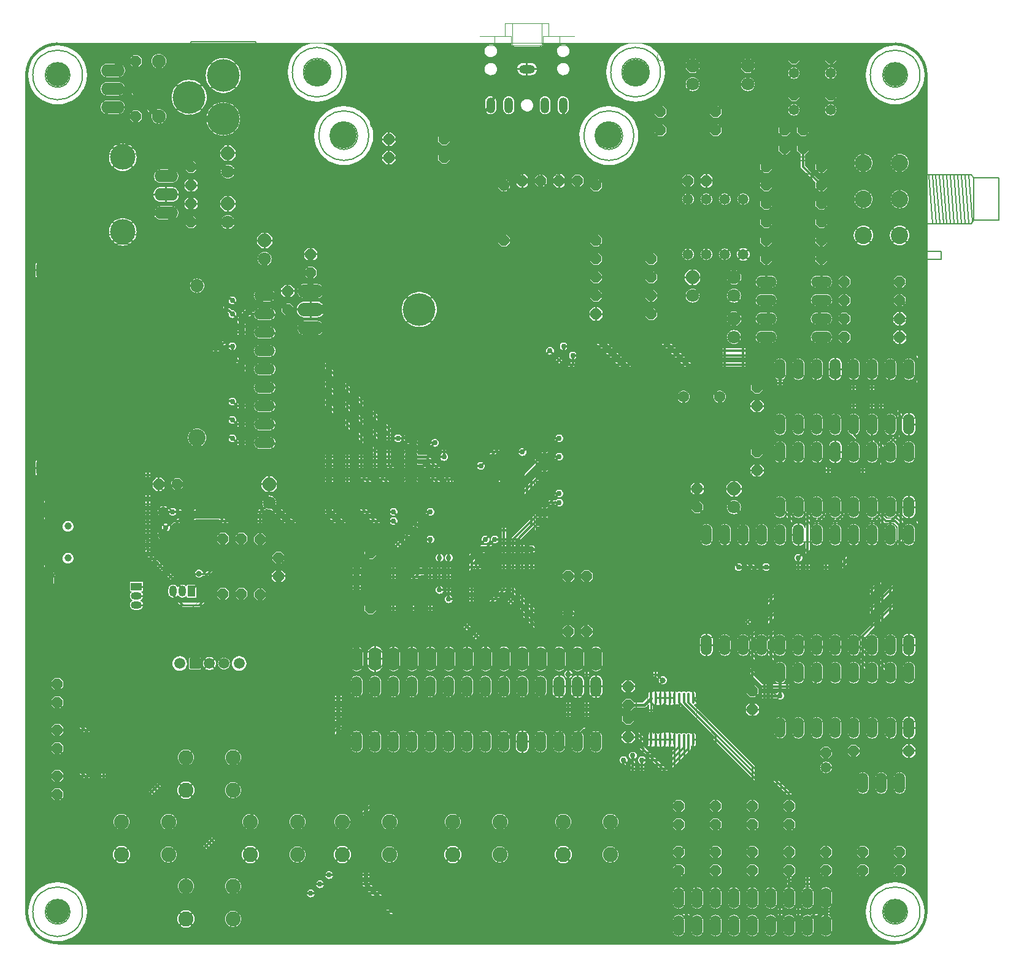
<source format=gtl>
%TF.GenerationSoftware,KiCad,Pcbnew,7.0.2*%
%TF.CreationDate,2024-05-21T23:14:23+08:00*%
%TF.ProjectId,MegaGRRLDesktop,4d656761-4752-4524-9c44-65736b746f70,rev?*%
%TF.SameCoordinates,Original*%
%TF.FileFunction,Copper,L1,Top*%
%TF.FilePolarity,Positive*%
%FSLAX46Y46*%
G04 Gerber Fmt 4.6, Leading zero omitted, Abs format (unit mm)*
G04 Created by KiCad (PCBNEW 7.0.2) date 2024-05-21 23:14:23*
%MOMM*%
%LPD*%
G01*
G04 APERTURE LIST*
G04 Aperture macros list*
%AMRoundRect*
0 Rectangle with rounded corners*
0 $1 Rounding radius*
0 $2 $3 $4 $5 $6 $7 $8 $9 X,Y pos of 4 corners*
0 Add a 4 corners polygon primitive as box body*
4,1,4,$2,$3,$4,$5,$6,$7,$8,$9,$2,$3,0*
0 Add four circle primitives for the rounded corners*
1,1,$1+$1,$2,$3*
1,1,$1+$1,$4,$5*
1,1,$1+$1,$6,$7*
1,1,$1+$1,$8,$9*
0 Add four rect primitives between the rounded corners*
20,1,$1+$1,$2,$3,$4,$5,0*
20,1,$1+$1,$4,$5,$6,$7,0*
20,1,$1+$1,$6,$7,$8,$9,0*
20,1,$1+$1,$8,$9,$2,$3,0*%
%AMOutline5P*
0 Free polygon, 5 corners , with rotation*
0 The origin of the aperture is its center*
0 number of corners: always 5*
0 $1 to $10 corner X, Y*
0 $11 Rotation angle, in degrees counterclockwise*
0 create outline with 5 corners*
4,1,5,$1,$2,$3,$4,$5,$6,$7,$8,$9,$10,$1,$2,$11*%
%AMOutline6P*
0 Free polygon, 6 corners , with rotation*
0 The origin of the aperture is its center*
0 number of corners: always 6*
0 $1 to $12 corner X, Y*
0 $13 Rotation angle, in degrees counterclockwise*
0 create outline with 6 corners*
4,1,6,$1,$2,$3,$4,$5,$6,$7,$8,$9,$10,$11,$12,$1,$2,$13*%
%AMOutline7P*
0 Free polygon, 7 corners , with rotation*
0 The origin of the aperture is its center*
0 number of corners: always 7*
0 $1 to $14 corner X, Y*
0 $15 Rotation angle, in degrees counterclockwise*
0 create outline with 7 corners*
4,1,7,$1,$2,$3,$4,$5,$6,$7,$8,$9,$10,$11,$12,$13,$14,$1,$2,$15*%
%AMOutline8P*
0 Free polygon, 8 corners , with rotation*
0 The origin of the aperture is its center*
0 number of corners: always 8*
0 $1 to $16 corner X, Y*
0 $17 Rotation angle, in degrees counterclockwise*
0 create outline with 8 corners*
4,1,8,$1,$2,$3,$4,$5,$6,$7,$8,$9,$10,$11,$12,$13,$14,$15,$16,$1,$2,$17*%
%AMFreePoly0*
4,1,25,0.333266,0.742596,0.345389,0.732242,0.732242,0.345389,0.760749,0.289441,0.762000,0.273547,0.762000,-0.273547,0.742596,-0.333266,0.732242,-0.345389,0.345389,-0.732242,0.289441,-0.760749,0.273547,-0.762000,-0.273547,-0.762000,-0.333266,-0.742596,-0.345389,-0.732242,-0.732242,-0.345389,-0.760749,-0.289441,-0.762000,-0.273547,-0.762000,0.273547,-0.742596,0.333266,-0.732242,0.345389,
-0.345389,0.732242,-0.289441,0.760749,-0.273547,0.762000,0.273547,0.762000,0.333266,0.742596,0.333266,0.742596,$1*%
%AMFreePoly1*
4,1,25,0.391131,0.882296,0.403254,0.871942,0.871942,0.403254,0.900449,0.347306,0.901700,0.331412,0.901700,-0.331412,0.882296,-0.391131,0.871942,-0.403254,0.403254,-0.871942,0.347306,-0.900449,0.331412,-0.901700,-0.331412,-0.901700,-0.391131,-0.882296,-0.403254,-0.871942,-0.871942,-0.403254,-0.900449,-0.347306,-0.901700,-0.331412,-0.901700,0.331412,-0.882296,0.391131,-0.871942,0.403254,
-0.403254,0.871942,-0.347306,0.900449,-0.331412,0.901700,0.331412,0.901700,0.391131,0.882296,0.391131,0.882296,$1*%
%AMFreePoly2*
4,1,25,0.322745,0.717196,0.334868,0.706842,0.706842,0.334868,0.735349,0.278920,0.736600,0.263026,0.736600,-0.263026,0.717196,-0.322745,0.706842,-0.334868,0.334868,-0.706842,0.278920,-0.735349,0.263026,-0.736600,-0.263026,-0.736600,-0.322745,-0.717196,-0.334868,-0.706842,-0.706842,-0.334868,-0.735349,-0.278920,-0.736600,-0.263026,-0.736600,0.263026,-0.717196,0.322745,-0.706842,0.334868,
-0.334868,0.706842,-0.278920,0.735349,-0.263026,0.736600,0.263026,0.736600,0.322745,0.717196,0.322745,0.717196,$1*%
G04 Aperture macros list end*
%TA.AperFunction,ComponentPad*%
%ADD10Outline8P,-0.660400X0.273547X-0.273547X0.660400X0.273547X0.660400X0.660400X0.273547X0.660400X-0.273547X0.273547X-0.660400X-0.273547X-0.660400X-0.660400X-0.273547X0.000000*%
%TD*%
%TA.AperFunction,ComponentPad*%
%ADD11Outline8P,-0.660400X0.273547X-0.273547X0.660400X0.273547X0.660400X0.660400X0.273547X0.660400X-0.273547X0.273547X-0.660400X-0.273547X-0.660400X-0.660400X-0.273547X90.000000*%
%TD*%
%TA.AperFunction,ComponentPad*%
%ADD12O,1.320800X2.641600*%
%TD*%
%TA.AperFunction,ComponentPad*%
%ADD13Outline8P,-0.660400X0.273547X-0.273547X0.660400X0.273547X0.660400X0.660400X0.273547X0.660400X-0.273547X0.273547X-0.660400X-0.273547X-0.660400X-0.660400X-0.273547X180.000000*%
%TD*%
%TA.AperFunction,ComponentPad*%
%ADD14C,1.600200*%
%TD*%
%TA.AperFunction,ComponentPad*%
%ADD15Outline8P,-0.800100X0.331412X-0.331412X0.800100X0.331412X0.800100X0.800100X0.331412X0.800100X-0.331412X0.331412X-0.800100X-0.331412X-0.800100X-0.800100X-0.331412X90.000000*%
%TD*%
%TA.AperFunction,ComponentPad*%
%ADD16C,1.270000*%
%TD*%
%TA.AperFunction,ComponentPad*%
%ADD17Outline8P,-0.635000X0.263026X-0.263026X0.635000X0.263026X0.635000X0.635000X0.263026X0.635000X-0.263026X0.263026X-0.635000X-0.263026X-0.635000X-0.635000X-0.263026X90.000000*%
%TD*%
%TA.AperFunction,ComponentPad*%
%ADD18C,1.371600*%
%TD*%
%TA.AperFunction,ComponentPad*%
%ADD19Outline8P,-0.660400X0.273547X-0.273547X0.660400X0.273547X0.660400X0.660400X0.273547X0.660400X-0.273547X0.273547X-0.660400X-0.273547X-0.660400X-0.660400X-0.273547X270.000000*%
%TD*%
%TA.AperFunction,ComponentPad*%
%ADD20C,1.879600*%
%TD*%
%TA.AperFunction,ComponentPad*%
%ADD21O,2.641600X1.320800*%
%TD*%
%TA.AperFunction,ComponentPad*%
%ADD22C,1.700000*%
%TD*%
%TA.AperFunction,ComponentPad*%
%ADD23R,1.308000X1.308000*%
%TD*%
%TA.AperFunction,ComponentPad*%
%ADD24C,1.308000*%
%TD*%
%TA.AperFunction,ComponentPad*%
%ADD25O,3.048000X1.524000*%
%TD*%
%TA.AperFunction,ComponentPad*%
%ADD26O,1.524000X3.048000*%
%TD*%
%TA.AperFunction,SMDPad,CuDef*%
%ADD27RoundRect,0.100000X0.100000X-0.637500X0.100000X0.637500X-0.100000X0.637500X-0.100000X-0.637500X0*%
%TD*%
%TA.AperFunction,ComponentPad*%
%ADD28O,1.200000X2.200000*%
%TD*%
%TA.AperFunction,ComponentPad*%
%ADD29O,2.200000X1.200000*%
%TD*%
%TA.AperFunction,ComponentPad*%
%ADD30C,2.184400*%
%TD*%
%TA.AperFunction,SMDPad,CuDef*%
%ADD31R,2.000000X0.500000*%
%TD*%
%TA.AperFunction,SMDPad,CuDef*%
%ADD32R,1.700000X2.000000*%
%TD*%
%TA.AperFunction,ComponentPad*%
%ADD33O,3.352800X1.676400*%
%TD*%
%TA.AperFunction,ComponentPad*%
%ADD34C,4.318000*%
%TD*%
%TA.AperFunction,ComponentPad*%
%ADD35R,1.050000X1.500000*%
%TD*%
%TA.AperFunction,ComponentPad*%
%ADD36O,1.050000X1.500000*%
%TD*%
%TA.AperFunction,ComponentPad*%
%ADD37C,3.302000*%
%TD*%
%TA.AperFunction,SMDPad,CuDef*%
%ADD38R,1.500000X1.000000*%
%TD*%
%TA.AperFunction,SMDPad,CuDef*%
%ADD39R,1.500000X0.700000*%
%TD*%
%TA.AperFunction,SMDPad,CuDef*%
%ADD40R,2.800000X1.500000*%
%TD*%
%TA.AperFunction,ComponentPad*%
%ADD41C,1.650000*%
%TD*%
%TA.AperFunction,ComponentPad*%
%ADD42C,2.200000*%
%TD*%
%TA.AperFunction,SMDPad,CuDef*%
%ADD43RoundRect,0.150000X-0.825000X-0.150000X0.825000X-0.150000X0.825000X0.150000X-0.825000X0.150000X0*%
%TD*%
%TA.AperFunction,SMDPad,CuDef*%
%ADD44R,1.981200X0.558800*%
%TD*%
%TA.AperFunction,ComponentPad*%
%ADD45R,1.500000X1.050000*%
%TD*%
%TA.AperFunction,ComponentPad*%
%ADD46O,1.500000X1.050000*%
%TD*%
%TA.AperFunction,SMDPad,CuDef*%
%ADD47R,1.500000X0.900000*%
%TD*%
%TA.AperFunction,SMDPad,CuDef*%
%ADD48R,0.900000X1.500000*%
%TD*%
%TA.AperFunction,SMDPad,CuDef*%
%ADD49R,6.000000X6.000000*%
%TD*%
%TA.AperFunction,ViaPad*%
%ADD50C,0.756400*%
%TD*%
%TA.AperFunction,ViaPad*%
%ADD51C,0.800000*%
%TD*%
%TA.AperFunction,Conductor*%
%ADD52C,0.250000*%
%TD*%
%TA.AperFunction,Conductor*%
%ADD53C,0.304800*%
%TD*%
%TA.AperFunction,Conductor*%
%ADD54C,0.406400*%
%TD*%
%TA.AperFunction,Conductor*%
%ADD55C,0.812800*%
%TD*%
%TA.AperFunction,Conductor*%
%ADD56C,0.609600*%
%TD*%
%TA.AperFunction,Conductor*%
%ADD57C,0.254000*%
%TD*%
%TA.AperFunction,SMDPad,CuDef*%
%ADD58RoundRect,0.100000X-0.100000X0.637500X-0.100000X-0.637500X0.100000X-0.637500X0.100000X0.637500X0*%
%TD*%
%TA.AperFunction,SMDPad,CuDef*%
%ADD59RoundRect,0.635000X0.000000X0.000000X0.000000X0.000000X0.000000X0.000000X0.000000X0.000000X0*%
%TD*%
%ADD60RoundRect,0.100000X0.100000X-0.637500X0.100000X0.637500X-0.100000X0.637500X-0.100000X-0.637500X0*%
%ADD61R,2.000000X0.500000*%
%ADD62R,1.700000X2.000000*%
%ADD63R,1.500000X1.000000*%
%ADD64R,1.500000X0.700000*%
%ADD65R,2.800000X1.500000*%
%ADD66RoundRect,0.150000X-0.825000X-0.150000X0.825000X-0.150000X0.825000X0.150000X-0.825000X0.150000X0*%
%ADD67R,1.981200X0.558800*%
%ADD68R,1.500000X0.900000*%
%ADD69R,0.900000X1.500000*%
%ADD70R,6.000000X6.000000*%
%ADD71RoundRect,0.100000X-0.100000X0.637500X-0.100000X-0.637500X0.100000X-0.637500X0.100000X0.637500X0*%
%ADD72C,0.254000*%
%ADD73C,0.142240*%
%ADD74C,0.203200*%
%ADD75C,0.101600*%
%ADD76C,0.121920*%
%ADD77C,0.089154*%
%ADD78C,0.114300*%
%ADD79C,0.127000*%
%ADD80C,0.119380*%
%ADD81C,0.118872*%
%ADD82C,0.099060*%
%ADD83C,0.044875*%
%ADD84C,0.150000*%
%ADD85C,0.093472*%
%ADD86C,0.160020*%
%ADD87C,0.097536*%
%ADD88C,0.071628*%
%ADD89C,0.076200*%
%ADD90C,0.059822*%
%ADD91C,0.152400*%
%ADD92C,0.304800*%
%ADD93C,0.050800*%
%ADD94C,0.120000*%
%ADD95FreePoly0,0.000000*%
%ADD96FreePoly0,90.000000*%
%ADD97O,1.524000X2.844800*%
%ADD98FreePoly0,180.000000*%
%ADD99C,1.803400*%
%ADD100FreePoly1,90.000000*%
%ADD101C,1.473200*%
%ADD102FreePoly2,90.000000*%
%ADD103C,1.574800*%
%ADD104FreePoly0,270.000000*%
%ADD105C,2.082800*%
%ADD106O,2.844800X1.524000*%
%ADD107C,1.903200*%
%ADD108C,1.500000*%
%ADD109RoundRect,0.101600X-0.654000X-0.654000X0.654000X-0.654000X0.654000X0.654000X-0.654000X0.654000X0*%
%ADD110C,1.511200*%
%ADD111O,3.251200X1.727200*%
%ADD112O,1.727200X3.251200*%
%ADD113O,1.200000X2.200000*%
%ADD114O,2.200000X1.200000*%
%ADD115C,2.387600*%
%ADD116C,1.000000*%
%ADD117O,3.556000X1.879600*%
%ADD118C,4.521200*%
%ADD119R,1.050000X1.500000*%
%ADD120O,1.050000X1.500000*%
%ADD121C,3.505200*%
%ADD122RoundRect,0.101600X-0.750000X-0.500000X0.750000X-0.500000X0.750000X0.500000X-0.750000X0.500000X0*%
%ADD123RoundRect,0.101600X-0.750000X-0.350000X0.750000X-0.350000X0.750000X0.350000X-0.750000X0.350000X0*%
%ADD124RoundRect,0.101600X-1.400000X-0.750000X1.400000X-0.750000X1.400000X0.750000X-1.400000X0.750000X0*%
%ADD125C,1.853200*%
%ADD126C,2.403200*%
%ADD127RoundRect,0.101600X-0.990600X-0.279400X0.990600X-0.279400X0.990600X0.279400X-0.990600X0.279400X0*%
%ADD128R,1.500000X1.050000*%
%ADD129O,1.500000X1.050000*%
%ADD130RoundRect,0.101600X-0.750000X0.450000X-0.750000X-0.450000X0.750000X-0.450000X0.750000X0.450000X0*%
%ADD131RoundRect,0.101600X-0.450000X-0.750000X0.450000X-0.750000X0.450000X0.750000X-0.450000X0.750000X0*%
%ADD132RoundRect,0.101600X-3.000000X3.000000X-3.000000X-3.000000X3.000000X-3.000000X3.000000X3.000000X0*%
%ADD133C,3.600000*%
%ADD134C,3.200000*%
%ADD135C,0.182880*%
%ADD136C,0.113792*%
%ADD137RoundRect,0.736600X0.000000X0.000000X0.000000X0.000000X0.000000X0.000000X0.000000X0.000000X0*%
%TA.AperFunction,Profile*%
%ADD138C,0.025400*%
%TD*%
%TA.AperFunction,Profile*%
%ADD139C,0.120000*%
%TD*%
G04 APERTURE END LIST*
D10*
%TO.P,R28,1,1*%
%TO.N,GND*%
X136436100Y-58648600D03*
%TO.P,R28,2,2*%
%TO.N,Net-(J2-RING)*%
X144056100Y-58648600D03*
%TD*%
D11*
%TO.P,LED9,A,A*%
%TO.N,/LED drivers/PSG2N*%
X181521100Y-150723600D03*
%TO.P,LED9,K,C*%
%TO.N,/LED drivers/PSG2*%
X181521100Y-148183600D03*
%TD*%
D12*
%TO.P,R23,A,A*%
%TO.N,unconnected-(R23-PadA)*%
X206921100Y-145008600D03*
%TO.P,R23,E,E*%
%TO.N,Net-(C8-Pad+)*%
X201841100Y-145008600D03*
%TO.P,R23,S,S*%
%TO.N,Net-(R23-PadS)*%
X204381100Y-145008600D03*
%TD*%
D13*
%TO.P,R5,1,1*%
%TO.N,Net-(S1D-1)*%
X196126100Y-70078600D03*
%TO.P,R5,2,2*%
%TO.N,Net-(S1D-2)*%
X188506100Y-70078600D03*
%TD*%
D14*
%TO.P,C20,+,+*%
%TO.N,Net-(IC11-VO1)*%
X178346100Y-48488600D03*
D15*
%TO.P,C20,-,-*%
%TO.N,Net-(C20-Pad-)*%
X178346100Y-45948600D03*
%TD*%
D16*
%TO.P,C16,+,+*%
%TO.N,/Audio/AUDIO_LINEL*%
X192316100Y-46964600D03*
D17*
%TO.P,C16,-,-*%
%TO.N,Net-(R14A-S)*%
X192316100Y-44932600D03*
%TD*%
D10*
%TO.P,C5,1,1*%
%TO.N,+5V{slash}2*%
X177711100Y-61823600D03*
%TO.P,C5,2,2*%
%TO.N,GND*%
X180251100Y-61823600D03*
%TD*%
D18*
%TO.P,L1,1,1*%
%TO.N,+5V{slash}2*%
X182079900Y-91668600D03*
%TO.P,L1,2,2*%
%TO.N,+5V*%
X177076100Y-91668600D03*
%TD*%
D13*
%TO.P,R24,1,1*%
%TO.N,VBIAS*%
X172631100Y-77698600D03*
%TO.P,R24,2,2*%
%TO.N,+5V{slash}2*%
X165011100Y-77698600D03*
%TD*%
D19*
%TO.P,C35,1*%
%TO.N,+3V3*%
X169456100Y-136118600D03*
%TO.P,C35,2*%
%TO.N,GND*%
X169456100Y-138658600D03*
%TD*%
D11*
%TO.P,R26,1,1*%
%TO.N,Net-(Q1-PadG)*%
X101511100Y-52933600D03*
%TO.P,R26,2,2*%
%TO.N,Net-(D3-PadC)*%
X101511100Y-45313600D03*
%TD*%
D13*
%TO.P,R9,1,1*%
%TO.N,Net-(IC5A--IN)*%
X196126100Y-64998600D03*
%TO.P,R9,2,2*%
%TO.N,Net-(S1D-1)*%
X188506100Y-64998600D03*
%TD*%
D20*
%TO.P,SWC0,1,1*%
%TO.N,/Keys/KEY_C*%
X160489900Y-150368000D03*
%TO.P,SWC0,2*%
%TO.N,N/C*%
X166992300Y-150368000D03*
%TO.P,SWC0,3,2*%
%TO.N,GND*%
X160489900Y-154889200D03*
%TO.P,SWC0,4*%
%TO.N,N/C*%
X166992300Y-154889200D03*
%TD*%
D21*
%TO.P,S1,1,1*%
%TO.N,Net-(R22-Pad2)*%
X196126100Y-83413600D03*
%TO.P,S1,2,1*%
%TO.N,Net-(S1B-1)*%
X196126100Y-80873600D03*
%TO.P,S1,3,1*%
%TO.N,Net-(S1C-1)*%
X196126100Y-78333600D03*
%TO.P,S1,4,1*%
%TO.N,Net-(S1D-1)*%
X196126100Y-75793600D03*
%TO.P,S1,5,2*%
%TO.N,Net-(S1D-2)*%
X188506100Y-75793600D03*
%TO.P,S1,6,2*%
%TO.N,AUDIO_FML*%
X188506100Y-78333600D03*
%TO.P,S1,7,2*%
%TO.N,Net-(S1B-2)*%
X188506100Y-80873600D03*
%TO.P,S1,8,2*%
%TO.N,AUDIO_FMR*%
X188506100Y-83413600D03*
%TD*%
D19*
%TO.P,C9,1,1*%
%TO.N,/MCU & interface/ESP32_RESET*%
X121196100Y-113893600D03*
%TO.P,C9,2,2*%
%TO.N,GND*%
X121196100Y-116433600D03*
%TD*%
D13*
%TO.P,R11,1,1*%
%TO.N,Net-(IC5B--IN)*%
X196126100Y-67538600D03*
%TO.P,R11,2,2*%
%TO.N,Net-(S1B-1)*%
X188506100Y-67538600D03*
%TD*%
D22*
%TO.P,D3,A,A*%
%TO.N,Net-(D3-PadA)*%
X104686100Y-45313600D03*
%TO.P,D3,C,C*%
%TO.N,Net-(D3-PadC)*%
X104686100Y-52933600D03*
%TD*%
D19*
%TO.P,R31,1*%
%TO.N,Net-(IC14-~{RTS})*%
X116078000Y-111252000D03*
%TO.P,R31,2*%
%TO.N,Net-(Q3-B)*%
X116078000Y-118872000D03*
%TD*%
D11*
%TO.P,R15,1,1*%
%TO.N,Net-(IC11-IN2-)*%
X165011100Y-70078600D03*
%TO.P,R15,2,2*%
%TO.N,Net-(IC11-VO2)*%
X165011100Y-62458600D03*
%TD*%
D23*
%TO.P,S2,1,1*%
%TO.N,unconnected-(S2-Pad1)*%
X109671100Y-128498600D03*
D24*
%TO.P,S2,2,2*%
%TO.N,GND*%
X111671100Y-128498600D03*
%TO.P,S2,3,3*%
%TO.N,Net-(Q1-PadG)*%
X113671100Y-128498600D03*
%TD*%
D11*
%TO.P,LED5,A,A*%
%TO.N,/LED drivers/FM5N*%
X196761100Y-157073600D03*
%TO.P,LED5,K,C*%
%TO.N,/LED drivers/FM5*%
X196761100Y-154533600D03*
%TD*%
D14*
%TO.P,C21,+,+*%
%TO.N,Net-(IC11-VO2)*%
X185966100Y-48488600D03*
D15*
%TO.P,C21,-,-*%
%TO.N,Net-(C21-Pad-)*%
X185966100Y-45948600D03*
%TD*%
D13*
%TO.P,R19,1,1*%
%TO.N,Net-(C20-Pad-)*%
X181521100Y-52298600D03*
%TO.P,R19,2,2*%
%TO.N,Net-(J2-TIP)*%
X173901100Y-52298600D03*
%TD*%
D25*
%TO.P,IC6,1,VI*%
%TO.N,+12V*%
X105702100Y-66268600D03*
%TO.P,IC6,2,GND*%
%TO.N,GND*%
X105702100Y-63728600D03*
%TO.P,IC6,3,VO*%
%TO.N,+5V*%
X105702100Y-61188600D03*
%TD*%
D12*
%TO.P,IC2,1,QB*%
%TO.N,/Sound chips & bus/D1*%
X190411100Y-106908600D03*
%TO.P,IC2,2,QC*%
%TO.N,/Sound chips & bus/D2*%
X192951100Y-106908600D03*
%TO.P,IC2,3,QD*%
%TO.N,/Sound chips & bus/D3*%
X195491100Y-106908600D03*
%TO.P,IC2,4,QE*%
%TO.N,/Sound chips & bus/D4*%
X198031100Y-106908600D03*
%TO.P,IC2,5,QF*%
%TO.N,/Sound chips & bus/D5*%
X200571100Y-106908600D03*
%TO.P,IC2,6,QG*%
%TO.N,/Sound chips & bus/D6*%
X203111100Y-106908600D03*
%TO.P,IC2,7,QH*%
%TO.N,/Sound chips & bus/D7*%
X205651100Y-106908600D03*
%TO.P,IC2,8,GND*%
%TO.N,GND*%
X208191100Y-106908600D03*
%TO.P,IC2,9,QH\u002A*%
%TO.N,unconnected-(IC2A-QH\u002A-Pad9)*%
X208191100Y-99288600D03*
%TO.P,IC2,10,SCL*%
%TO.N,+5V*%
X205651100Y-99288600D03*
%TO.P,IC2,11,SCK*%
%TO.N,SHCLK*%
X203111100Y-99288600D03*
%TO.P,IC2,12,RCK*%
%TO.N,SHSTO*%
X200571100Y-99288600D03*
%TO.P,IC2,13,G*%
%TO.N,GND*%
X198031100Y-99288600D03*
%TO.P,IC2,14,SER*%
%TO.N,Net-(IC2A-SER)*%
X195491100Y-99288600D03*
%TO.P,IC2,15,QA*%
%TO.N,/Sound chips & bus/D0*%
X192951100Y-99288600D03*
%TO.P,IC2,16,VCC*%
%TO.N,+5V*%
X190411100Y-99288600D03*
%TD*%
D11*
%TO.P,R16,1,1*%
%TO.N,Net-(IC11-IN1-)*%
X152311100Y-70078600D03*
%TO.P,R16,2,2*%
%TO.N,Net-(IC11-VO1)*%
X152311100Y-62458600D03*
%TD*%
%TO.P,LED1,A,A*%
%TO.N,/LED drivers/FM1N*%
X176441100Y-157073600D03*
%TO.P,LED1,K,C*%
%TO.N,/LED drivers/FM1*%
X176441100Y-154533600D03*
%TD*%
D26*
%TO.P,JP1,1,1*%
%TO.N,+5V*%
X131991100Y-127863600D03*
%TO.P,JP1,2,2*%
%TO.N,GND*%
X134531100Y-127863600D03*
%TO.P,JP1,3,3*%
%TO.N,/MCU & interface/LCD_{slash}CS*%
X137071100Y-127863600D03*
%TO.P,JP1,4,4*%
%TO.N,+3V3*%
X139611100Y-127863600D03*
%TO.P,JP1,5,5*%
%TO.N,/MCU & interface/LCD_DC*%
X142151100Y-127863600D03*
%TO.P,JP1,6,6*%
%TO.N,/MCU & interface/LCD_MOSI*%
X144691100Y-127863600D03*
%TO.P,JP1,7,7*%
%TO.N,/MCU & interface/LCD_CLK*%
X147231100Y-127863600D03*
%TO.P,JP1,8,8*%
%TO.N,Net-(JP1-Pad8)*%
X149771100Y-127863600D03*
%TO.P,JP1,9,9*%
%TO.N,unconnected-(JP1-Pad9)*%
X152311100Y-127863600D03*
%TO.P,JP1,10,10*%
%TO.N,unconnected-(JP1-Pad10)*%
X154851100Y-127863600D03*
%TO.P,JP1,11,11*%
%TO.N,unconnected-(JP1-Pad11)*%
X157391100Y-127863600D03*
%TO.P,JP1,12,12*%
%TO.N,unconnected-(JP1-Pad12)*%
X159931100Y-127863600D03*
%TO.P,JP1,13,13*%
%TO.N,unconnected-(JP1-Pad13)*%
X162471100Y-127863600D03*
%TO.P,JP1,14,14*%
%TO.N,unconnected-(JP1-Pad14)*%
X165011100Y-127863600D03*
%TD*%
D27*
%TO.P,IC9,1,A0*%
%TO.N,GND*%
X172589000Y-139006500D03*
%TO.P,IC9,2,A1*%
X173239000Y-139006500D03*
%TO.P,IC9,3,A2*%
X173889000Y-139006500D03*
%TO.P,IC9,4,A3*%
X174539000Y-139006500D03*
%TO.P,IC9,5,A4*%
X175189000Y-139006500D03*
%TO.P,IC9,6,LED0*%
%TO.N,/LED drivers/PSG1*%
X175839000Y-139006500D03*
%TO.P,IC9,7,LED1*%
%TO.N,/LED drivers/FM2*%
X176489000Y-139006500D03*
%TO.P,IC9,8,LED2*%
%TO.N,/LED drivers/FM3*%
X177139000Y-139006500D03*
%TO.P,IC9,9,LED3*%
%TO.N,/LED drivers/FM4*%
X177789000Y-139006500D03*
%TO.P,IC9,10,VSS*%
%TO.N,GND*%
X178439000Y-139006500D03*
%TO.P,IC9,11,LED4*%
%TO.N,/LED drivers/PSGS*%
X178439000Y-133281500D03*
%TO.P,IC9,12,LED5*%
%TO.N,/LED drivers/PSG3*%
X177789000Y-133281500D03*
%TO.P,IC9,13,LED6*%
%TO.N,/LED drivers/PSG2*%
X177139000Y-133281500D03*
%TO.P,IC9,14,LED7*%
%TO.N,/LED drivers/FM1*%
X176489000Y-133281500D03*
%TO.P,IC9,15,OE*%
%TO.N,GND*%
X175839000Y-133281500D03*
%TO.P,IC9,16,A5*%
X175189000Y-133281500D03*
%TO.P,IC9,17,A6*%
%TO.N,+3V3*%
X174539000Y-133281500D03*
%TO.P,IC9,18,SCL*%
%TO.N,SCL*%
X173889000Y-133281500D03*
%TO.P,IC9,19,SDA*%
%TO.N,SDA*%
X173239000Y-133281500D03*
%TO.P,IC9,20,VDD*%
%TO.N,+3V3*%
X172589000Y-133281500D03*
%TD*%
D13*
%TO.P,R7,1,1*%
%TO.N,Net-(S1B-1)*%
X196126100Y-72618600D03*
%TO.P,R7,2,2*%
%TO.N,Net-(S1B-2)*%
X188506100Y-72618600D03*
%TD*%
%TO.P,R21,1,1*%
%TO.N,GND*%
X206921100Y-80873600D03*
%TO.P,R21,2,2*%
%TO.N,Net-(S1C-1)*%
X199301100Y-80873600D03*
%TD*%
D11*
%TO.P,LED2,A,A*%
%TO.N,/LED drivers/FM2N*%
X181521100Y-157073600D03*
%TO.P,LED2,K,C*%
%TO.N,/LED drivers/FM2*%
X181521100Y-154533600D03*
%TD*%
D20*
%TO.P,SWUP0,1,1*%
%TO.N,/Keys/KEY_UP*%
X108419900Y-141478000D03*
%TO.P,SWUP0,2*%
%TO.N,N/C*%
X114922300Y-141478000D03*
%TO.P,SWUP0,3,2*%
%TO.N,GND*%
X108419900Y-145999200D03*
%TO.P,SWUP0,4*%
%TO.N,N/C*%
X114922300Y-145999200D03*
%TD*%
D16*
%TO.P,C8,+,+*%
%TO.N,Net-(C8-Pad+)*%
X196761100Y-142849600D03*
D17*
%TO.P,C8,-,-*%
%TO.N,AUDIO_PSG*%
X196761100Y-140817600D03*
%TD*%
D28*
%TO.P,J2,R*%
%TO.N,Net-(J2-RING)*%
X160486100Y-51400000D03*
%TO.P,J2,RN*%
%TO.N,N/C*%
X157986100Y-51400000D03*
D29*
%TO.P,J2,S*%
%TO.N,GND*%
X155486100Y-46400000D03*
D28*
%TO.P,J2,T*%
%TO.N,Net-(J2-TIP)*%
X150486100Y-51400000D03*
%TO.P,J2,TN*%
%TO.N,N/C*%
X152986100Y-51400000D03*
%TD*%
D19*
%TO.P,C29,1,1*%
%TO.N,+5V*%
X109131100Y-59918600D03*
%TO.P,C29,2,2*%
%TO.N,GND*%
X109131100Y-62458600D03*
%TD*%
D12*
%TO.P,RN3,1,1*%
%TO.N,+5V*%
X196761100Y-164693600D03*
%TO.P,RN3,2,2*%
%TO.N,/LED drivers/FMSN*%
X194221100Y-164693600D03*
%TO.P,RN3,3,3*%
%TO.N,/LED drivers/FM6N*%
X191681100Y-164693600D03*
%TO.P,RN3,4,4*%
%TO.N,/LED drivers/FM5N*%
X189141100Y-164693600D03*
%TO.P,RN3,5,5*%
%TO.N,unconnected-(RN3-Pad5)*%
X186601100Y-164693600D03*
%TO.P,RN3,6,6*%
%TO.N,unconnected-(RN3-Pad6)*%
X184061100Y-164693600D03*
%TO.P,RN3,7,7*%
%TO.N,/LED drivers/USERCN*%
X181521100Y-164693600D03*
%TO.P,RN3,8,8*%
%TO.N,/LED drivers/USERAN*%
X178981100Y-164693600D03*
%TO.P,RN3,9,9*%
%TO.N,/LED drivers/USERBN*%
X176441100Y-164693600D03*
%TD*%
D30*
%TO.P,R14,1-1,A*%
%TO.N,GND*%
X206921100Y-69363600D03*
%TO.P,R14,1-2,S*%
%TO.N,Net-(R14A-S)*%
X206921100Y-64363600D03*
%TO.P,R14,1-3,E*%
%TO.N,Net-(R14A-E)*%
X206921100Y-59363600D03*
%TO.P,R14,2-1,A*%
%TO.N,GND*%
X201921100Y-69363600D03*
%TO.P,R14,2-2,S*%
%TO.N,Net-(R14B-S)*%
X201921100Y-64363600D03*
%TO.P,R14,2-3,E*%
%TO.N,Net-(R14B-E)*%
X201921100Y-59363600D03*
%TD*%
D20*
%TO.P,SWLEFT0,1,1*%
%TO.N,/Keys/KEY_LEFT*%
X99529900Y-150368000D03*
%TO.P,SWLEFT0,2*%
%TO.N,N/C*%
X106032300Y-150368000D03*
%TO.P,SWLEFT0,3,2*%
%TO.N,GND*%
X99529900Y-154889200D03*
%TO.P,SWLEFT0,4*%
%TO.N,N/C*%
X106032300Y-154889200D03*
%TD*%
D10*
%TO.P,R27,1,1*%
%TO.N,GND*%
X136436100Y-56108600D03*
%TO.P,R27,2,2*%
%TO.N,Net-(J2-TIP)*%
X144056100Y-56108600D03*
%TD*%
D11*
%TO.P,C32,1,1*%
%TO.N,+3V3*%
X122466100Y-79603600D03*
%TO.P,C32,2,2*%
%TO.N,GND*%
X122466100Y-77063600D03*
%TD*%
D14*
%TO.P,C2,+,+*%
%TO.N,VBIAS*%
X178346100Y-77698600D03*
D15*
%TO.P,C2,-,-*%
%TO.N,GND*%
X178346100Y-75158600D03*
%TD*%
D31*
%TO.P,J1,1,VBUS*%
%TO.N,unconnected-(J1-VBUS-Pad1)*%
X94850000Y-110150000D03*
%TO.P,J1,2,D-*%
%TO.N,Net-(IC14-UD-)*%
X94850000Y-110950000D03*
%TO.P,J1,3,D+*%
%TO.N,Net-(IC14-UD+)*%
X94850000Y-111750000D03*
%TO.P,J1,4,ID*%
%TO.N,unconnected-(J1-ID-Pad4)*%
X94850000Y-112550000D03*
%TO.P,J1,5,GND*%
%TO.N,GND*%
X94850000Y-113350000D03*
D32*
%TO.P,J1,6,Shield*%
X94750000Y-107300000D03*
X89300000Y-107300000D03*
X94750000Y-116200000D03*
X89300000Y-116200000D03*
%TD*%
D12*
%TO.P,RN1,1,1*%
%TO.N,+5V*%
X196761100Y-160883600D03*
%TO.P,RN1,2,2*%
%TO.N,/LED drivers/PSGSN*%
X194221100Y-160883600D03*
%TO.P,RN1,3,3*%
%TO.N,/LED drivers/FM4N*%
X191681100Y-160883600D03*
%TO.P,RN1,4,4*%
%TO.N,/LED drivers/PSG3N*%
X189141100Y-160883600D03*
%TO.P,RN1,5,5*%
%TO.N,/LED drivers/FM3N*%
X186601100Y-160883600D03*
%TO.P,RN1,6,6*%
%TO.N,/LED drivers/PSG2N*%
X184061100Y-160883600D03*
%TO.P,RN1,7,7*%
%TO.N,/LED drivers/FM2N*%
X181521100Y-160883600D03*
%TO.P,RN1,8,8*%
%TO.N,/LED drivers/FM1N*%
X178981100Y-160883600D03*
%TO.P,RN1,9,9*%
%TO.N,/LED drivers/PSG1N*%
X176441100Y-160883600D03*
%TD*%
D20*
%TO.P,SWDOWN0,1,1*%
%TO.N,/Keys/KEY_DOWN*%
X108419900Y-159258000D03*
%TO.P,SWDOWN0,2*%
%TO.N,N/C*%
X114922300Y-159258000D03*
%TO.P,SWDOWN0,3,2*%
%TO.N,GND*%
X108419900Y-163779200D03*
%TO.P,SWDOWN0,4*%
%TO.N,N/C*%
X114922300Y-163779200D03*
%TD*%
D11*
%TO.P,LED4,A,A*%
%TO.N,/LED drivers/FM4N*%
X191681100Y-157073600D03*
%TO.P,LED4,K,C*%
%TO.N,/LED drivers/FM4*%
X191681100Y-154533600D03*
%TD*%
D33*
%TO.P,IC1,1,VI*%
%TO.N,+12V*%
X125641100Y-77063600D03*
%TO.P,IC1,2,GND*%
%TO.N,GND*%
X125641100Y-79603600D03*
%TO.P,IC1,3,VO*%
%TO.N,+3V3*%
X125641100Y-82143600D03*
D34*
%TO.P,IC1,TAB,GND@1*%
%TO.N,GND*%
X140627100Y-79603600D03*
%TD*%
D21*
%TO.P,RN2,1,1*%
%TO.N,+3V3*%
X119291100Y-77698600D03*
%TO.P,RN2,2,2*%
%TO.N,/MCU & interface/SD_D1*%
X119291100Y-80238600D03*
%TO.P,RN2,3,3*%
%TO.N,/MCU & interface/SD_D0*%
X119291100Y-82778600D03*
%TO.P,RN2,4,4*%
%TO.N,unconnected-(RN2-Pad4)*%
X119291100Y-85318600D03*
%TO.P,RN2,5,5*%
%TO.N,unconnected-(RN2-Pad5)*%
X119291100Y-87858600D03*
%TO.P,RN2,6,6*%
%TO.N,/MCU & interface/SD_CLK*%
X119291100Y-90398600D03*
%TO.P,RN2,7,7*%
%TO.N,/MCU & interface/SD_CMD*%
X119291100Y-92938600D03*
%TO.P,RN2,8,8*%
%TO.N,/MCU & interface/SD_D3*%
X119291100Y-95478600D03*
%TO.P,RN2,9,9*%
%TO.N,/MCU & interface/SD_D2*%
X119291100Y-98018600D03*
%TD*%
D19*
%TO.P,C1,1,1*%
%TO.N,+5V*%
X187236100Y-90398600D03*
%TO.P,C1,2,2*%
%TO.N,GND*%
X187236100Y-92938600D03*
%TD*%
D14*
%TO.P,C26,+,+*%
%TO.N,+12V*%
X114211100Y-67538600D03*
D15*
%TO.P,C26,-,-*%
%TO.N,GND*%
X114211100Y-64998600D03*
%TD*%
D13*
%TO.P,R17,1,1*%
%TO.N,/Audio/AUDIO_LINEL*%
X172631100Y-72618600D03*
%TO.P,R17,2,2*%
%TO.N,Net-(IC11-IN1-)*%
X165011100Y-72618600D03*
%TD*%
D35*
%TO.P,Q3,1,E*%
%TO.N,Net-(IC14-~{DTR})*%
X109220000Y-118512000D03*
D36*
%TO.P,Q3,2,C*%
%TO.N,/MCU & interface/SD_D0*%
X107950000Y-118512000D03*
%TO.P,Q3,3,B*%
%TO.N,Net-(Q3-B)*%
X106680000Y-118512000D03*
%TD*%
D11*
%TO.P,LED6,A,A*%
%TO.N,/LED drivers/FM6N*%
X201841100Y-157073600D03*
%TO.P,LED6,K,C*%
%TO.N,/LED drivers/FM6*%
X201841100Y-154533600D03*
%TD*%
%TO.P,LED3,A,A*%
%TO.N,/LED drivers/FM3N*%
X186601100Y-157073600D03*
%TO.P,LED3,K,C*%
%TO.N,/LED drivers/FM3*%
X186601100Y-154533600D03*
%TD*%
D16*
%TO.P,IC5,1,OUT*%
%TO.N,Net-(IC5A-OUT)*%
X177711100Y-71983600D03*
%TO.P,IC5,2,-IN*%
%TO.N,Net-(IC5A--IN)*%
X180251100Y-71983600D03*
%TO.P,IC5,3,+IN*%
%TO.N,VBIAS*%
X182791100Y-71983600D03*
%TO.P,IC5,4,V-*%
%TO.N,GND*%
X185331100Y-71983600D03*
%TO.P,IC5,5,+IN*%
%TO.N,VBIAS*%
X185331100Y-64363600D03*
%TO.P,IC5,6,-IN*%
%TO.N,Net-(IC5B--IN)*%
X182791100Y-64363600D03*
%TO.P,IC5,7,OUT*%
%TO.N,Net-(IC5B-OUT)*%
X180251100Y-64363600D03*
%TO.P,IC5,8,V+*%
%TO.N,+5V{slash}2*%
X177711100Y-64363600D03*
%TD*%
D10*
%TO.P,R4,1,1*%
%TO.N,Net-(IC5B-OUT)*%
X188506100Y-62458600D03*
%TO.P,R4,2,2*%
%TO.N,Net-(IC5B--IN)*%
X196126100Y-62458600D03*
%TD*%
D14*
%TO.P,C33,+,+*%
%TO.N,+3V3*%
X119291100Y-72618600D03*
D15*
%TO.P,C33,-,-*%
%TO.N,GND*%
X119291100Y-70078600D03*
%TD*%
D11*
%TO.P,LED11,A,A*%
%TO.N,/LED drivers/PSGSN*%
X191681100Y-150723600D03*
%TO.P,LED11,K,C*%
%TO.N,/LED drivers/PSGS*%
X191681100Y-148183600D03*
%TD*%
D37*
%TO.P,KK1,B,K@1*%
%TO.N,GND*%
X99707700Y-68884800D03*
%TO.P,KK1,B1,K@2*%
X99707700Y-58572400D03*
%TD*%
D13*
%TO.P,C4,1,1*%
%TO.N,Net-(IC5B--IN)*%
X193586100Y-57378600D03*
%TO.P,C4,2,2*%
%TO.N,Net-(IC5B-OUT)*%
X191046100Y-57378600D03*
%TD*%
D11*
%TO.P,R1,1,1*%
%TO.N,SDA*%
X163741100Y-124053600D03*
%TO.P,R1,2,2*%
%TO.N,+3V3*%
X163741100Y-116433600D03*
%TD*%
%TO.P,LED12,A,A*%
%TO.N,/LED drivers/USERAN*%
X90678000Y-133858000D03*
%TO.P,LED12,K,C*%
%TO.N,/LED drivers/USERA*%
X90678000Y-131318000D03*
%TD*%
D14*
%TO.P,C13,+,+*%
%TO.N,+5V{slash}2*%
X184061100Y-106908600D03*
D15*
%TO.P,C13,-,-*%
%TO.N,GND*%
X184061100Y-104368600D03*
%TD*%
D11*
%TO.P,R13,1,1*%
%TO.N,/MCU & interface/ESP32_RESET*%
X118656100Y-118973600D03*
%TO.P,R13,2,2*%
%TO.N,+3V3*%
X118656100Y-111353600D03*
%TD*%
D13*
%TO.P,C24,1*%
%TO.N,+3V3*%
X107226100Y-103733600D03*
%TO.P,C24,2*%
%TO.N,GND*%
X104686100Y-103733600D03*
%TD*%
D10*
%TO.P,R6,1,1*%
%TO.N,Net-(IC5A--IN)*%
X199301100Y-78333600D03*
%TO.P,R6,2,2*%
%TO.N,Net-(R23-PadS)*%
X206921100Y-78333600D03*
%TD*%
D11*
%TO.P,LED13,A,A*%
%TO.N,/LED drivers/USERBN*%
X90678000Y-140208000D03*
%TO.P,LED13,K,C*%
%TO.N,/LED drivers/USERB*%
X90678000Y-137668000D03*
%TD*%
D10*
%TO.P,R3,1,1*%
%TO.N,Net-(IC5A-OUT)*%
X188506100Y-59918600D03*
%TO.P,R3,2,2*%
%TO.N,Net-(IC5A--IN)*%
X196126100Y-59918600D03*
%TD*%
D12*
%TO.P,IC3,1,QB*%
%TO.N,unconnected-(IC3A-QB-Pad1)*%
X190411100Y-95478600D03*
%TO.P,IC3,2,QC*%
%TO.N,/Sound chips & bus/A1*%
X192951100Y-95478600D03*
%TO.P,IC3,3,QD*%
%TO.N,/Sound chips & bus/A0*%
X195491100Y-95478600D03*
%TO.P,IC3,4,QE*%
%TO.N,/Sound chips & bus/{slash}IC*%
X198031100Y-95478600D03*
%TO.P,IC3,5,QF*%
%TO.N,/Sound chips & bus/{slash}WR*%
X200571100Y-95478600D03*
%TO.P,IC3,6,QG*%
%TO.N,/Sound chips & bus/{slash}CS_PSG*%
X203111100Y-95478600D03*
%TO.P,IC3,7,QH*%
%TO.N,/Sound chips & bus/{slash}CS_FM*%
X205651100Y-95478600D03*
%TO.P,IC3,8,GND*%
%TO.N,GND*%
X208191100Y-95478600D03*
%TO.P,IC3,9,QH\u002A*%
%TO.N,Net-(IC2A-SER)*%
X208191100Y-87858600D03*
%TO.P,IC3,10,SCL*%
%TO.N,+5V*%
X205651100Y-87858600D03*
%TO.P,IC3,11,SCK*%
%TO.N,SHCLK*%
X203111100Y-87858600D03*
%TO.P,IC3,12,RCK*%
%TO.N,SHSTO*%
X200571100Y-87858600D03*
%TO.P,IC3,13,G*%
%TO.N,GND*%
X198031100Y-87858600D03*
%TO.P,IC3,14,SER*%
%TO.N,SHDATA*%
X195491100Y-87858600D03*
%TO.P,IC3,15,QA*%
%TO.N,unconnected-(IC3A-QA-Pad15)*%
X192951100Y-87858600D03*
%TO.P,IC3,16,VCC*%
%TO.N,+5V*%
X190411100Y-87858600D03*
%TD*%
D11*
%TO.P,LED7,A,A*%
%TO.N,/LED drivers/FMSN*%
X206921100Y-157073600D03*
%TO.P,LED7,K,C*%
%TO.N,/LED drivers/FMS*%
X206921100Y-154533600D03*
%TD*%
D13*
%TO.P,R22,1,1*%
%TO.N,GND*%
X206921100Y-83413600D03*
%TO.P,R22,2,2*%
%TO.N,Net-(R22-Pad2)*%
X199301100Y-83413600D03*
%TD*%
D14*
%TO.P,C6,+,+*%
%TO.N,AUDIO_FML*%
X184061100Y-77698600D03*
D15*
%TO.P,C6,-,-*%
%TO.N,Net-(S1D-2)*%
X184061100Y-75158600D03*
%TD*%
D13*
%TO.P,C18,1,1*%
%TO.N,+5V{slash}2*%
X162471100Y-61823600D03*
%TO.P,C18,2,2*%
%TO.N,GND*%
X159931100Y-61823600D03*
%TD*%
D20*
%TO.P,SWA0,1,1*%
%TO.N,/Keys/KEY_A*%
X130009900Y-150368000D03*
%TO.P,SWA0,2*%
%TO.N,N/C*%
X136512300Y-150368000D03*
%TO.P,SWA0,3,2*%
%TO.N,GND*%
X130009900Y-154889200D03*
%TO.P,SWA0,4*%
%TO.N,N/C*%
X136512300Y-154889200D03*
%TD*%
D16*
%TO.P,C14,+,+*%
%TO.N,Net-(IC5A-OUT)*%
X197396100Y-46964600D03*
D17*
%TO.P,C14,-,-*%
%TO.N,Net-(R14A-E)*%
X197396100Y-44932600D03*
%TD*%
D19*
%TO.P,C11,1,1*%
%TO.N,+5V{slash}2*%
X186601100Y-132308600D03*
%TO.P,C11,2,2*%
%TO.N,GND*%
X186601100Y-134848600D03*
%TD*%
%TO.P,C25,1,1*%
%TO.N,+5V*%
X187236100Y-99288600D03*
%TO.P,C25,2,2*%
%TO.N,GND*%
X187236100Y-101828600D03*
%TD*%
D14*
%TO.P,C28,+,+*%
%TO.N,+5V*%
X114211100Y-60553600D03*
D15*
%TO.P,C28,-,-*%
%TO.N,GND*%
X114211100Y-58013600D03*
%TD*%
D11*
%TO.P,LED8,A,A*%
%TO.N,/LED drivers/PSG1N*%
X176441100Y-150723600D03*
%TO.P,LED8,K,C*%
%TO.N,/LED drivers/PSG1*%
X176441100Y-148183600D03*
%TD*%
D12*
%TO.P,IC7,/CS,/CS*%
%TO.N,/Sound chips & bus/{slash}CS_FM*%
X205651100Y-110718600D03*
%TO.P,IC7,/IC,/IC*%
%TO.N,/Sound chips & bus/{slash}IC*%
X205651100Y-125958600D03*
%TO.P,IC7,/IRQ,/IRQ*%
%TO.N,unconnected-(IC7-Pad{slash}IRQ)*%
X208191100Y-110718600D03*
%TO.P,IC7,/RD,/RD*%
%TO.N,+5V*%
X200571100Y-110718600D03*
%TO.P,IC7,/WR,/WR*%
%TO.N,/Sound chips & bus/{slash}WR*%
X203111100Y-110718600D03*
%TO.P,IC7,A0,A0*%
%TO.N,/Sound chips & bus/A0*%
X198031100Y-110718600D03*
%TO.P,IC7,A1,A1*%
%TO.N,/Sound chips & bus/A1*%
X195491100Y-110718600D03*
%TO.P,IC7,AGND,AGND*%
%TO.N,GND*%
X192951100Y-110718600D03*
%TO.P,IC7,AVCC,AVCC*%
%TO.N,+5V{slash}2*%
X185331100Y-110718600D03*
%TO.P,IC7,D0,D0*%
%TO.N,/Sound chips & bus/D0*%
X182791100Y-125958600D03*
%TO.P,IC7,D1,D1*%
%TO.N,/Sound chips & bus/D1*%
X185331100Y-125958600D03*
%TO.P,IC7,D2,D2*%
%TO.N,/Sound chips & bus/D2*%
X187871100Y-125958600D03*
%TO.P,IC7,D3,D3*%
%TO.N,/Sound chips & bus/D3*%
X190411100Y-125958600D03*
%TO.P,IC7,D4,D4*%
%TO.N,/Sound chips & bus/D4*%
X192951100Y-125958600D03*
%TO.P,IC7,D5,D5*%
%TO.N,/Sound chips & bus/D5*%
X195491100Y-125958600D03*
%TO.P,IC7,D6,D6*%
%TO.N,/Sound chips & bus/D6*%
X198031100Y-125958600D03*
%TO.P,IC7,D7,D7*%
%TO.N,/Sound chips & bus/D7*%
X200571100Y-125958600D03*
%TO.P,IC7,GND@1,GND@1*%
%TO.N,GND*%
X180251100Y-125958600D03*
%TO.P,IC7,GND@2,GND@2*%
X208191100Y-125958600D03*
%TO.P,IC7,M,M*%
%TO.N,CLK_FM*%
X180251100Y-110718600D03*
%TO.P,IC7,MOL,MOL*%
%TO.N,AUDIO_FML*%
X187871100Y-110718600D03*
%TO.P,IC7,MOR,MOR*%
%TO.N,AUDIO_FMR*%
X190411100Y-110718600D03*
%TO.P,IC7,NC,NC*%
%TO.N,unconnected-(IC7-PadNC)*%
X203111100Y-125958600D03*
%TO.P,IC7,VCC,VCC*%
%TO.N,+5V*%
X182791100Y-110718600D03*
%TD*%
D38*
%TO.P,J3,1,1*%
%TO.N,/MCU & interface/SD_D3*%
X112756100Y-94698600D03*
%TO.P,J3,2,2*%
%TO.N,/MCU & interface/SD_CMD*%
X112756100Y-92198600D03*
%TO.P,J3,3,3*%
%TO.N,GND*%
X112756100Y-89698600D03*
%TO.P,J3,4,4*%
%TO.N,+3V3*%
X112756100Y-87198600D03*
%TO.P,J3,5,5*%
%TO.N,/MCU & interface/SD_CLK*%
X112756100Y-84698600D03*
%TO.P,J3,6,6*%
%TO.N,GND*%
X112756100Y-82198600D03*
%TO.P,J3,7,7*%
%TO.N,/MCU & interface/SD_D0*%
X112756100Y-79768600D03*
%TO.P,J3,8,8*%
%TO.N,/MCU & interface/SD_D1*%
X112756100Y-78068600D03*
%TO.P,J3,9,9*%
%TO.N,/MCU & interface/SD_D2*%
X112756100Y-97198600D03*
D39*
%TO.P,J3,10,CARD_DETECT*%
%TO.N,unconnected-(J3-CARD_DETECT-Pad10)*%
X112756100Y-76868600D03*
%TO.P,J3,11,WRITE_PROTECTION*%
%TO.N,unconnected-(J3-WRITE_PROTECTION-Pad11)*%
X112756100Y-75668600D03*
D40*
%TO.P,J3,12,COMMON_GROUND_1*%
%TO.N,GND*%
X89256100Y-74173600D03*
%TO.P,J3,13,COMMON_GROUND_2*%
X89256100Y-101473600D03*
%TO.P,J3,14,COMMON_GROUND_3*%
X110756100Y-74173600D03*
%TO.P,J3,15,COMMON_GROUND_4*%
X110756100Y-99273600D03*
D41*
%TO.P,J3,16*%
%TO.N,N/C*%
X109956100Y-76323600D03*
D42*
%TO.P,J3,17*%
X109956100Y-97323600D03*
%TD*%
D10*
%TO.P,R10,1,1*%
%TO.N,AUDIO_PSG*%
X200571100Y-140563600D03*
%TO.P,R10,2,2*%
%TO.N,GND*%
X208191100Y-140563600D03*
%TD*%
D13*
%TO.P,C19,1,1*%
%TO.N,Net-(IC11-BYPASS)*%
X157391100Y-61823600D03*
%TO.P,C19,2,2*%
%TO.N,GND*%
X154851100Y-61823600D03*
%TD*%
D11*
%TO.P,C12,1,1*%
%TO.N,+5V*%
X178981100Y-106908600D03*
%TO.P,C12,2,2*%
%TO.N,GND*%
X178981100Y-104368600D03*
%TD*%
D12*
%TO.P,IC8,/OE,/OE*%
%TO.N,/Sound chips & bus/{slash}CS_PSG*%
X203111100Y-137388600D03*
%TO.P,IC8,/WE,/WE*%
%TO.N,/Sound chips & bus/{slash}WR*%
X200571100Y-137388600D03*
%TO.P,IC8,CLOCK,CLOCK*%
%TO.N,CLK_PSG*%
X195491100Y-129768600D03*
%TO.P,IC8,D0,D0*%
%TO.N,/Sound chips & bus/D7*%
X205651100Y-129768600D03*
%TO.P,IC8,D1,D1*%
%TO.N,/Sound chips & bus/D6*%
X203111100Y-129768600D03*
%TO.P,IC8,D2,D2*%
%TO.N,/Sound chips & bus/D5*%
X200571100Y-129768600D03*
%TO.P,IC8,D3,D3*%
%TO.N,/Sound chips & bus/D4*%
X198031100Y-129768600D03*
%TO.P,IC8,D4,D4*%
%TO.N,/Sound chips & bus/D3*%
X192951100Y-129768600D03*
%TO.P,IC8,D5,D5*%
%TO.N,/Sound chips & bus/D2*%
X190411100Y-137388600D03*
%TO.P,IC8,D6,D6*%
%TO.N,/Sound chips & bus/D1*%
X192951100Y-137388600D03*
%TO.P,IC8,D7,D7*%
%TO.N,/Sound chips & bus/D0*%
X195491100Y-137388600D03*
%TO.P,IC8,GND,GND*%
%TO.N,GND*%
X208191100Y-137388600D03*
%TO.P,IC8,NC,NC*%
%TO.N,unconnected-(IC8-PadNC)*%
X208191100Y-129768600D03*
%TO.P,IC8,READY,READY*%
%TO.N,unconnected-(IC8-PadREADY)*%
X198031100Y-137388600D03*
%TO.P,IC8,SND_OUT,SND_OUT*%
%TO.N,AUDIO_PSG*%
X205651100Y-137388600D03*
%TO.P,IC8,VCC,VCC*%
%TO.N,+5V{slash}2*%
X190411100Y-129768600D03*
%TD*%
D10*
%TO.P,R8,1,1*%
%TO.N,Net-(IC5B--IN)*%
X199301100Y-75793600D03*
%TO.P,R8,2,2*%
%TO.N,Net-(R23-PadS)*%
X206921100Y-75793600D03*
%TD*%
D25*
%TO.P,Q1,D,D*%
%TO.N,+12V*%
X98336100Y-49123600D03*
%TO.P,Q1,G,G*%
%TO.N,Net-(Q1-PadG)*%
X98336100Y-51663600D03*
%TO.P,Q1,S,S*%
%TO.N,Net-(D3-PadC)*%
X98336100Y-46583600D03*
%TD*%
D13*
%TO.P,C3,1,1*%
%TO.N,Net-(IC5A--IN)*%
X193586100Y-54838600D03*
%TO.P,C3,2,2*%
%TO.N,Net-(IC5A-OUT)*%
X191046100Y-54838600D03*
%TD*%
D43*
%TO.P,IC14,1,GND*%
%TO.N,GND*%
X103697000Y-105791000D03*
%TO.P,IC14,2,TXD*%
%TO.N,/MCU & interface/RXD*%
X103697000Y-107061000D03*
%TO.P,IC14,3,RXD*%
%TO.N,/MCU & interface/TXD*%
X103697000Y-108331000D03*
%TO.P,IC14,4,V3*%
%TO.N,+3V3*%
X103697000Y-109601000D03*
%TO.P,IC14,5,UD+*%
%TO.N,Net-(IC14-UD+)*%
X103697000Y-110871000D03*
%TO.P,IC14,6,UD-*%
%TO.N,Net-(IC14-UD-)*%
X103697000Y-112141000D03*
%TO.P,IC14,7,NC*%
%TO.N,unconnected-(IC14-NC-Pad7)*%
X103697000Y-113411000D03*
%TO.P,IC14,8,NC*%
%TO.N,unconnected-(IC14-NC-Pad8)*%
X103697000Y-114681000D03*
%TO.P,IC14,9,~{CTS}*%
%TO.N,unconnected-(IC14-~{CTS}-Pad9)*%
X108647000Y-114681000D03*
%TO.P,IC14,10,~{DSR}*%
%TO.N,unconnected-(IC14-~{DSR}-Pad10)*%
X108647000Y-113411000D03*
%TO.P,IC14,11,~{RI}*%
%TO.N,unconnected-(IC14-~{RI}-Pad11)*%
X108647000Y-112141000D03*
%TO.P,IC14,12,~{DCD}*%
%TO.N,unconnected-(IC14-~{DCD}-Pad12)*%
X108647000Y-110871000D03*
%TO.P,IC14,13,~{DTR}*%
%TO.N,Net-(IC14-~{DTR})*%
X108647000Y-109601000D03*
%TO.P,IC14,14,~{RTS}*%
%TO.N,Net-(IC14-~{RTS})*%
X108647000Y-108331000D03*
%TO.P,IC14,15,R232*%
%TO.N,unconnected-(IC14-R232-Pad15)*%
X108647000Y-107061000D03*
%TO.P,IC14,16,VCC*%
%TO.N,+3V3*%
X108647000Y-105791000D03*
%TD*%
D13*
%TO.P,R18,1,1*%
%TO.N,/Audio/AUDIO_LINER*%
X172631100Y-75158600D03*
%TO.P,R18,2,2*%
%TO.N,Net-(IC11-IN2-)*%
X165011100Y-75158600D03*
%TD*%
D11*
%TO.P,R12,1,1*%
%TO.N,Net-(JP1-Pad8)*%
X133896100Y-120878600D03*
%TO.P,R12,2,2*%
%TO.N,+5V*%
X133896100Y-113258600D03*
%TD*%
D34*
%TO.P,J4,GND,GND*%
%TO.N,GND*%
X113576100Y-47298600D03*
%TO.P,J4,GNDBREAK,GNDBREAK*%
X108876100Y-50298600D03*
%TO.P,J4,PWR,PWR*%
%TO.N,Net-(D3-PadA)*%
X113576100Y-53298600D03*
%TD*%
D44*
%TO.P,IC11,1,VO1*%
%TO.N,Net-(IC11-VO1)*%
X156197300Y-64363600D03*
%TO.P,IC11,2,IN1-*%
%TO.N,Net-(IC11-IN1-)*%
X156197300Y-65633600D03*
%TO.P,IC11,3,BYPASS*%
%TO.N,Net-(IC11-BYPASS)*%
X156197300Y-66903600D03*
%TO.P,IC11,4,GND*%
%TO.N,GND*%
X156197300Y-68173600D03*
%TO.P,IC11,5,SHUTDOWN*%
X161124900Y-68173600D03*
%TO.P,IC11,6,IN2-*%
%TO.N,Net-(IC11-IN2-)*%
X161124900Y-66903600D03*
%TO.P,IC11,7,VO2*%
%TO.N,Net-(IC11-VO2)*%
X161124900Y-65633600D03*
%TO.P,IC11,8,VDD*%
%TO.N,+5V{slash}2*%
X161124900Y-64363600D03*
%TD*%
D11*
%TO.P,C30,1,1*%
%TO.N,+12V*%
X109131100Y-67538600D03*
%TO.P,C30,2,2*%
%TO.N,GND*%
X109131100Y-64998600D03*
%TD*%
%TO.P,C31,1,1*%
%TO.N,+12V*%
X125641100Y-74523600D03*
%TO.P,C31,2,2*%
%TO.N,GND*%
X125641100Y-71983600D03*
%TD*%
D45*
%TO.P,Q2,1,E*%
%TO.N,Net-(IC14-~{RTS})*%
X101600000Y-117856000D03*
D46*
%TO.P,Q2,2,C*%
%TO.N,/MCU & interface/ESP32_RESET*%
X101600000Y-119126000D03*
%TO.P,Q2,3,B*%
%TO.N,Net-(Q2-B)*%
X101600000Y-120396000D03*
%TD*%
D20*
%TO.P,SWRIGHT0,1,1*%
%TO.N,/Keys/KEY_RIGHT*%
X117309900Y-150368000D03*
%TO.P,SWRIGHT0,2*%
%TO.N,N/C*%
X123812300Y-150368000D03*
%TO.P,SWRIGHT0,3,2*%
%TO.N,GND*%
X117309900Y-154889200D03*
%TO.P,SWRIGHT0,4*%
%TO.N,N/C*%
X123812300Y-154889200D03*
%TD*%
D16*
%TO.P,C17,+,+*%
%TO.N,/Audio/AUDIO_LINER*%
X192316100Y-52044600D03*
D17*
%TO.P,C17,-,-*%
%TO.N,Net-(R14B-S)*%
X192316100Y-50012600D03*
%TD*%
D13*
%TO.P,R20,1,1*%
%TO.N,Net-(C21-Pad-)*%
X181521100Y-54838600D03*
%TO.P,R20,2,2*%
%TO.N,Net-(J2-RING)*%
X173901100Y-54838600D03*
%TD*%
D10*
%TO.P,R25,1,1*%
%TO.N,GND*%
X165011100Y-80238600D03*
%TO.P,R25,2,2*%
%TO.N,VBIAS*%
X172631100Y-80238600D03*
%TD*%
D20*
%TO.P,SWB0,1,1*%
%TO.N,/Keys/KEY_B*%
X145249900Y-150368000D03*
%TO.P,SWB0,2*%
%TO.N,N/C*%
X151752300Y-150368000D03*
%TO.P,SWB0,3,2*%
%TO.N,GND*%
X145249900Y-154889200D03*
%TO.P,SWB0,4*%
%TO.N,N/C*%
X151752300Y-154889200D03*
%TD*%
D11*
%TO.P,LED14,A,A*%
%TO.N,/LED drivers/USERCN*%
X90678000Y-146558000D03*
%TO.P,LED14,K,C*%
%TO.N,/LED drivers/USERC*%
X90678000Y-144018000D03*
%TD*%
D14*
%TO.P,C7,+,+*%
%TO.N,AUDIO_FMR*%
X184061100Y-83413600D03*
D15*
%TO.P,C7,-,-*%
%TO.N,Net-(S1B-2)*%
X184061100Y-80873600D03*
%TD*%
D19*
%TO.P,R29,1*%
%TO.N,Net-(IC14-~{DTR})*%
X113538000Y-111252000D03*
%TO.P,R29,2*%
%TO.N,Net-(Q2-B)*%
X113538000Y-118872000D03*
%TD*%
D47*
%TO.P,IC12,1,GND@1*%
%TO.N,GND*%
X157501100Y-113973600D03*
%TO.P,IC12,2,3V3*%
%TO.N,+3V3*%
X157501100Y-112703600D03*
%TO.P,IC12,3,EN*%
%TO.N,/MCU & interface/ESP32_RESET*%
X157501100Y-111433600D03*
%TO.P,IC12,4,SENSOR_VP*%
%TO.N,unconnected-(IC12-SENSOR_VP-Pad4)*%
X157501100Y-110163600D03*
%TO.P,IC12,5,SENSOR_VN*%
%TO.N,unconnected-(IC12-SENSOR_VN-Pad5)*%
X157501100Y-108893600D03*
%TO.P,IC12,6,IO34*%
%TO.N,unconnected-(IC12-IO34-Pad6)*%
X157501100Y-107623600D03*
%TO.P,IC12,7,IO35*%
%TO.N,KEY_INT*%
X157501100Y-106353600D03*
%TO.P,IC12,8,IO32*%
%TO.N,/MCU & interface/LCD_CLK*%
X157501100Y-105083600D03*
%TO.P,IC12,9,IO33*%
%TO.N,CLK_PSG*%
X157501100Y-103813600D03*
%TO.P,IC12,10,IO25*%
%TO.N,Net-(IC12-IO25)*%
X157501100Y-102543600D03*
%TO.P,IC12,11,IO26*%
%TO.N,Net-(IC12-IO26)*%
X157501100Y-101273600D03*
%TO.P,IC12,12,IO27*%
%TO.N,/MCU & interface/LCD_MOSI*%
X157501100Y-100003600D03*
%TO.P,IC12,13,IO14*%
%TO.N,/MCU & interface/SD_CLK*%
X157501100Y-98733600D03*
%TO.P,IC12,14,IO12*%
%TO.N,/MCU & interface/SD_D2*%
X157501100Y-97463600D03*
D48*
%TO.P,IC12,15,GND@15*%
%TO.N,GND*%
X154216100Y-95973600D03*
%TO.P,IC12,16,IO13*%
%TO.N,/MCU & interface/SD_D3*%
X152946100Y-95973600D03*
%TO.P,IC12,17,SD2*%
%TO.N,unconnected-(IC12-SD2-Pad17)*%
X151676100Y-95973600D03*
%TO.P,IC12,18,SD3*%
%TO.N,unconnected-(IC12-SD3-Pad18)*%
X150406100Y-95973600D03*
%TO.P,IC12,19,CMD*%
%TO.N,unconnected-(IC12-CMD-Pad19)*%
X149136100Y-95973600D03*
%TO.P,IC12,20,CLK*%
%TO.N,unconnected-(IC12-CLK-Pad20)*%
X147866100Y-95973600D03*
%TO.P,IC12,21,SDO*%
%TO.N,unconnected-(IC12-SDO-Pad21)*%
X146596100Y-95973600D03*
%TO.P,IC12,22,SD1*%
%TO.N,unconnected-(IC12-SD1-Pad22)*%
X145326100Y-95973600D03*
%TO.P,IC12,23,IO15*%
%TO.N,/MCU & interface/SD_CMD*%
X144056100Y-95973600D03*
%TO.P,IC12,24,IO2*%
%TO.N,/MCU & interface/SD_D0*%
X142786100Y-95973600D03*
D47*
%TO.P,IC12,25,IO0*%
X139501100Y-97463600D03*
%TO.P,IC12,26,IO4*%
%TO.N,/MCU & interface/SD_D1*%
X139501100Y-98733600D03*
%TO.P,IC12,27,IO16*%
%TO.N,SCL*%
X139501100Y-100003600D03*
%TO.P,IC12,28,IO17*%
%TO.N,SDA*%
X139501100Y-101273600D03*
%TO.P,IC12,29,IO5*%
%TO.N,CLK_FM*%
X139501100Y-102543600D03*
%TO.P,IC12,30,IO18*%
%TO.N,SHSTO*%
X139501100Y-103813600D03*
%TO.P,IC12,31,IO19*%
%TO.N,SHCLK*%
X139501100Y-105083600D03*
%TO.P,IC12,32,NC*%
%TO.N,unconnected-(IC12-NC-Pad32)*%
X139501100Y-106353600D03*
%TO.P,IC12,33,IO21*%
%TO.N,/MCU & interface/LCD_{slash}CS*%
X139501100Y-107623600D03*
%TO.P,IC12,34,RXD0*%
%TO.N,/MCU & interface/RXD*%
X139501100Y-108893600D03*
%TO.P,IC12,35,TXD0*%
%TO.N,/MCU & interface/TXD*%
X139501100Y-110163600D03*
%TO.P,IC12,36,IO22*%
%TO.N,/MCU & interface/LCD_DC*%
X139501100Y-111433600D03*
%TO.P,IC12,37,IO23*%
%TO.N,SHDATA*%
X139501100Y-112703600D03*
%TO.P,IC12,38,GND@38*%
%TO.N,GND*%
X139501100Y-113973600D03*
D49*
%TO.P,IC12,GND,GND*%
X148501100Y-106273600D03*
%TD*%
D16*
%TO.P,C15,+,+*%
%TO.N,Net-(IC5B-OUT)*%
X197396100Y-52044600D03*
D17*
%TO.P,C15,-,-*%
%TO.N,Net-(R14B-E)*%
X197396100Y-50012600D03*
%TD*%
D11*
%TO.P,C34,1,1*%
%TO.N,+3V3*%
X169456100Y-134213600D03*
%TO.P,C34,2,2*%
%TO.N,GND*%
X169456100Y-131673600D03*
%TD*%
%TO.P,LED10,A,A*%
%TO.N,/LED drivers/PSG3N*%
X186601100Y-150723600D03*
%TO.P,LED10,K,C*%
%TO.N,/LED drivers/PSG3*%
X186601100Y-148183600D03*
%TD*%
%TO.P,R2,1,1*%
%TO.N,SCL*%
X161201100Y-124053600D03*
%TO.P,R2,2,2*%
%TO.N,+3V3*%
X161201100Y-116433600D03*
%TD*%
D12*
%TO.P,IC4,1,GPB0*%
%TO.N,unconnected-(IC4-GPB0-Pad1)*%
X131991100Y-139293600D03*
%TO.P,IC4,2,GPB1*%
%TO.N,unconnected-(IC4-GPB1-Pad2)*%
X134531100Y-139293600D03*
%TO.P,IC4,3,GPB2*%
%TO.N,unconnected-(IC4-GPB2-Pad3)*%
X137071100Y-139293600D03*
%TO.P,IC4,4,GPB3*%
%TO.N,unconnected-(IC4-GPB3-Pad4)*%
X139611100Y-139293600D03*
%TO.P,IC4,5,GPB4*%
%TO.N,unconnected-(IC4-GPB4-Pad5)*%
X142151100Y-139293600D03*
%TO.P,IC4,6,GPB5*%
%TO.N,unconnected-(IC4-GPB5-Pad6)*%
X144691100Y-139293600D03*
%TO.P,IC4,7,GPB6*%
%TO.N,unconnected-(IC4-GPB6-Pad7)*%
X147231100Y-139293600D03*
%TO.P,IC4,8,GPB7*%
%TO.N,unconnected-(IC4-GPB7-Pad8)*%
X149771100Y-139293600D03*
%TO.P,IC4,9,VDD*%
%TO.N,+3V3*%
X152311100Y-139293600D03*
%TO.P,IC4,10,VSS*%
%TO.N,GND*%
X154851100Y-139293600D03*
%TO.P,IC4,11*%
%TO.N,N/C*%
X157391100Y-139293600D03*
%TO.P,IC4,12,SCL*%
%TO.N,SCL*%
X159931100Y-139293600D03*
%TO.P,IC4,13,SDA*%
%TO.N,SDA*%
X162471100Y-139293600D03*
%TO.P,IC4,14*%
%TO.N,N/C*%
X165011100Y-139293600D03*
%TO.P,IC4,15,A0*%
%TO.N,GND*%
X165011100Y-131673600D03*
%TO.P,IC4,16,A1*%
X162471100Y-131673600D03*
%TO.P,IC4,17,A2*%
X159931100Y-131673600D03*
%TO.P,IC4,18,~{RESET}*%
%TO.N,+3V3*%
X157391100Y-131673600D03*
%TO.P,IC4,19,INTB*%
%TO.N,unconnected-(IC4-INTB-Pad19)*%
X154851100Y-131673600D03*
%TO.P,IC4,20,INTA*%
%TO.N,KEY_INT*%
X152311100Y-131673600D03*
%TO.P,IC4,21,GPA0*%
%TO.N,/Keys/KEY_C*%
X149771100Y-131673600D03*
%TO.P,IC4,22,GPA1*%
%TO.N,/Keys/KEY_B*%
X147231100Y-131673600D03*
%TO.P,IC4,23,GPA2*%
%TO.N,/Keys/KEY_A*%
X144691100Y-131673600D03*
%TO.P,IC4,24,GPA3*%
%TO.N,/Keys/KEY_RIGHT*%
X142151100Y-131673600D03*
%TO.P,IC4,25,GPA4*%
%TO.N,/Keys/KEY_DOWN*%
X139611100Y-131673600D03*
%TO.P,IC4,26,GPA5*%
%TO.N,/Keys/KEY_LEFT*%
X137071100Y-131673600D03*
%TO.P,IC4,27,GPA6*%
%TO.N,/Keys/KEY_UP*%
X134531100Y-131673600D03*
%TO.P,IC4,28,GPA7*%
%TO.N,unconnected-(IC4-GPA7-Pad28)*%
X131991100Y-131673600D03*
%TD*%
D14*
%TO.P,C10,+,+*%
%TO.N,+3V3*%
X119926100Y-106273600D03*
D15*
%TO.P,C10,-,-*%
%TO.N,GND*%
X119926100Y-103733600D03*
%TD*%
D50*
%TO.N,GND*%
X131991100Y-78333600D03*
X135801100Y-75793600D03*
X128181100Y-125958600D03*
X166281100Y-117068600D03*
X135801100Y-78333600D03*
X138976100Y-75793600D03*
X126911100Y-116433600D03*
D51*
X174752000Y-140462000D03*
D50*
X159296100Y-113893600D03*
X124371100Y-113893600D03*
X133896100Y-77063600D03*
X147231100Y-110083600D03*
X135166100Y-111988600D03*
X133896100Y-79603600D03*
X131991100Y-75793600D03*
X151041100Y-113893600D03*
X133896100Y-82143600D03*
X131991100Y-83413600D03*
X131991100Y-80873600D03*
X138976100Y-83413600D03*
X128816100Y-120243600D03*
X162471100Y-112623600D03*
X137706100Y-82143600D03*
X135801100Y-80873600D03*
X149771100Y-113893600D03*
X135801100Y-83413600D03*
X133261100Y-110083600D03*
X137706100Y-77063600D03*
X163741100Y-108813600D03*
%TO.N,SDA*%
X143421100Y-118338600D03*
X143421100Y-113893600D03*
D51*
%TO.N,SCL*%
X161201100Y-129959100D03*
D50*
X144691100Y-119608600D03*
D51*
X174244000Y-130810000D03*
D50*
X144691100Y-113893600D03*
%TO.N,+5V*%
X184696100Y-115163600D03*
X188506100Y-115163600D03*
%TO.N,SHCLK*%
X160566100Y-84683600D03*
%TO.N,SHSTO*%
X161836100Y-85953600D03*
%TO.N,+3V3*%
X140881100Y-115798600D03*
X156121100Y-112703600D03*
%TO.N,KEY_INT*%
X159931100Y-106273600D03*
%TO.N,+5V{slash}2*%
X190411100Y-132943600D03*
D51*
%TO.N,/MCU & interface/ESP32_RESET*%
X110236000Y-116078000D03*
D50*
%TO.N,SHDATA*%
X158661100Y-85318600D03*
%TO.N,/MCU & interface/SD_D0*%
X137706100Y-97383600D03*
X114846100Y-80238600D03*
%TO.N,Net-(IC12-IO25)*%
X151041100Y-111353600D03*
%TO.N,Net-(IC12-IO26)*%
X149771100Y-111353600D03*
%TO.N,/Sound chips & bus/D0*%
X192951100Y-113893600D03*
%TO.N,/LED drivers/USERA*%
X168821100Y-141833600D03*
X128181100Y-157708600D03*
%TO.N,/LED drivers/USERB*%
X170091100Y-141198600D03*
X126911100Y-158978600D03*
%TO.N,/LED drivers/USERC*%
X125641100Y-160248600D03*
X171361100Y-141833600D03*
%TO.N,/MCU & interface/LCD_CLK*%
X159931100Y-105003600D03*
%TO.N,/MCU & interface/LCD_MOSI*%
X159931100Y-99923600D03*
%TO.N,/MCU & interface/SD_CLK*%
X154851100Y-99288600D03*
X114846100Y-84683600D03*
%TO.N,/MCU & interface/SD_D2*%
X159931100Y-97383600D03*
X114846100Y-97383600D03*
%TO.N,/MCU & interface/SD_D3*%
X149136100Y-101193600D03*
X114846100Y-94843600D03*
%TO.N,/MCU & interface/SD_CMD*%
X144056100Y-99971600D03*
X114846100Y-92303600D03*
%TO.N,/MCU & interface/SD_D1*%
X114846100Y-78333600D03*
X142786100Y-98018600D03*
%TO.N,/MCU & interface/LCD_{slash}CS*%
X142151100Y-107543600D03*
%TO.N,/MCU & interface/RXD*%
X106591100Y-107543600D03*
X137071100Y-107543600D03*
%TO.N,/MCU & interface/TXD*%
X137071100Y-108813600D03*
X105664000Y-109728000D03*
%TO.N,/MCU & interface/LCD_DC*%
X142151100Y-111353600D03*
%TD*%
D52*
%TO.N,SDA*%
X173239000Y-133281500D02*
X173228000Y-133270500D01*
D53*
X161836100Y-121513600D02*
X163741100Y-123418600D01*
X143421100Y-103733600D02*
X143421100Y-113893600D01*
X140961100Y-101273600D02*
X143421100Y-103733600D01*
X156756100Y-121513600D02*
X161836100Y-121513600D01*
D52*
X173228000Y-133270500D02*
X173228000Y-128524000D01*
X168757600Y-124053600D02*
X163741100Y-124053600D01*
D53*
X153581100Y-118338600D02*
X156756100Y-121513600D01*
X139501100Y-101273600D02*
X140961100Y-101273600D01*
X162471100Y-138023600D02*
X163741100Y-136753600D01*
D52*
X173228000Y-128524000D02*
X168757600Y-124053600D01*
D53*
X143421100Y-118338600D02*
X153581100Y-118338600D01*
X163741100Y-123418600D02*
X163741100Y-124053600D01*
X163741100Y-136753600D02*
X163741100Y-124053600D01*
X162471100Y-139293600D02*
X162471100Y-138023600D01*
%TO.N,SCL*%
X144691100Y-119608600D02*
X152946100Y-119608600D01*
D52*
X173889000Y-131165000D02*
X174244000Y-130810000D01*
D53*
X144691100Y-103098600D02*
X144691100Y-113893600D01*
X152946100Y-119608600D02*
X157391100Y-124053600D01*
X161201100Y-136753600D02*
X161201100Y-129959100D01*
D52*
X173889000Y-133281500D02*
X173889000Y-131165000D01*
D53*
X159931100Y-139293600D02*
X159931100Y-138023600D01*
X139501100Y-100003600D02*
X141596100Y-100003600D01*
X161201100Y-129959100D02*
X161201100Y-124053600D01*
X157391100Y-124053600D02*
X161201100Y-124053600D01*
X141596100Y-100003600D02*
X144691100Y-103098600D01*
X159931100Y-138023600D02*
X161201100Y-136753600D01*
%TO.N,CLK_FM*%
X139501100Y-102543600D02*
X137786100Y-102543600D01*
X137706100Y-93573600D02*
X163106100Y-93573600D01*
X163106100Y-93573600D02*
X180251100Y-110718600D01*
X136436100Y-94843600D02*
X137706100Y-93573600D01*
X137786100Y-102543600D02*
X136436100Y-101193600D01*
X136436100Y-101193600D02*
X136436100Y-94843600D01*
%TO.N,CLK_PSG*%
X157501100Y-103813600D02*
X166996100Y-103813600D01*
X194856100Y-131673600D02*
X195491100Y-131038600D01*
X186601100Y-130403600D02*
X187871100Y-131673600D01*
X186601100Y-123418600D02*
X186601100Y-130403600D01*
X166996100Y-103813600D02*
X186601100Y-123418600D01*
X187871100Y-131673600D02*
X194856100Y-131673600D01*
X195491100Y-131038600D02*
X195491100Y-129768600D01*
D54*
%TO.N,+5V*%
X182791100Y-110718600D02*
X182791100Y-113258600D01*
D53*
X205651100Y-89128600D02*
X204381100Y-90398600D01*
D55*
X109131100Y-59918600D02*
X113576100Y-59918600D01*
D54*
X190411100Y-93381357D02*
X190411100Y-90398600D01*
D55*
X105702100Y-61188600D02*
X106972100Y-59918600D01*
D54*
X190411100Y-100558600D02*
X191681100Y-101828600D01*
D55*
X128181100Y-71983600D02*
X153581100Y-71983600D01*
D54*
X190411100Y-90398600D02*
X190411100Y-87858600D01*
X189395100Y-96559844D02*
X189395100Y-94397357D01*
D55*
X128181100Y-71983600D02*
X128181100Y-107543600D01*
D54*
X191681100Y-101828600D02*
X191681100Y-115163600D01*
X177076100Y-91668600D02*
X177076100Y-105003600D01*
D55*
X106972100Y-59918600D02*
X109131100Y-59918600D01*
D54*
X190411100Y-100558600D02*
X190411100Y-99288600D01*
X190411100Y-99288600D02*
X190411100Y-97575844D01*
X187236100Y-90398600D02*
X190411100Y-90398600D01*
D55*
X113576100Y-59918600D02*
X114211100Y-60553600D01*
D54*
X190411100Y-99288600D02*
X187236100Y-99288600D01*
X190411100Y-97575844D02*
X189395100Y-96559844D01*
X198666100Y-115163600D02*
X200571100Y-113258600D01*
D55*
X153581100Y-71983600D02*
X173266100Y-91668600D01*
D54*
X200571100Y-113258600D02*
X200571100Y-110718600D01*
X189395100Y-94397357D02*
X190411100Y-93381357D01*
D55*
X128181100Y-71983600D02*
X116751100Y-60553600D01*
X133896100Y-113258600D02*
X128181100Y-107543600D01*
D54*
X182791100Y-113258600D02*
X184696100Y-115163600D01*
D53*
X205651100Y-87858600D02*
X205651100Y-89128600D01*
D54*
X178981100Y-106908600D02*
X182791100Y-110718600D01*
X191681100Y-115163600D02*
X188506100Y-115163600D01*
X191681100Y-115163600D02*
X198666100Y-115163600D01*
X177076100Y-105003600D02*
X178981100Y-106908600D01*
D55*
X116751100Y-60553600D02*
X114211100Y-60553600D01*
D53*
X204381100Y-90398600D02*
X190411100Y-90398600D01*
D55*
X173266100Y-91668600D02*
X177076100Y-91668600D01*
D53*
%TO.N,SHCLK*%
X157391100Y-89128600D02*
X160566100Y-85953600D01*
X132626100Y-102463600D02*
X135246100Y-105083600D01*
X132626100Y-91033600D02*
X134531100Y-89128600D01*
X160566100Y-85953600D02*
X160566100Y-84683600D01*
X139501100Y-105083600D02*
X135246100Y-105083600D01*
X132626100Y-102463600D02*
X132626100Y-91033600D01*
X134531100Y-89128600D02*
X157391100Y-89128600D01*
%TO.N,SHSTO*%
X134531100Y-92303600D02*
X136436100Y-90398600D01*
X161836100Y-87223600D02*
X161836100Y-85953600D01*
X134531100Y-101828600D02*
X134531100Y-92303600D01*
X158661100Y-90398600D02*
X161836100Y-87223600D01*
X136436100Y-90398600D02*
X158661100Y-90398600D01*
X136516100Y-103813600D02*
X134531100Y-101828600D01*
X139501100Y-103813600D02*
X136516100Y-103813600D01*
D52*
%TO.N,+3V3*%
X174539000Y-133902724D02*
X174539000Y-133281500D01*
D53*
X102146100Y-109448600D02*
X103261100Y-109448600D01*
D54*
X156121100Y-112703600D02*
X157501100Y-112703600D01*
D53*
X107226100Y-103733600D02*
X105956100Y-102463600D01*
D55*
X116116100Y-98653600D02*
X116116100Y-87223600D01*
D52*
X172589000Y-133902724D02*
X172982676Y-134296400D01*
D55*
X112306100Y-105638600D02*
X119545100Y-105638600D01*
X116116100Y-98653600D02*
X112306100Y-102463600D01*
D53*
X105956100Y-102463600D02*
X102146100Y-102463600D01*
D55*
X122466100Y-79603600D02*
X120561100Y-77698600D01*
D54*
X169456100Y-134213600D02*
X171656900Y-134213600D01*
D55*
X116116100Y-80873600D02*
X119291100Y-77698600D01*
X119291100Y-72618600D02*
X119291100Y-77698600D01*
X129705100Y-115798600D02*
X140881100Y-115798600D01*
X119926100Y-106273600D02*
X129705100Y-115798600D01*
X116116100Y-87223600D02*
X116116100Y-80873600D01*
D53*
X112756100Y-87198600D02*
X116091100Y-87198600D01*
D55*
X125006100Y-82143600D02*
X122466100Y-79603600D01*
X145961100Y-115798600D02*
X149056100Y-112703600D01*
D53*
X102146100Y-102463600D02*
X101511100Y-103098600D01*
D52*
X172589000Y-133281500D02*
X172589000Y-133902724D01*
X174145324Y-134296400D02*
X174539000Y-133902724D01*
D53*
X118656100Y-111353600D02*
X118656100Y-107543600D01*
X101511100Y-103098600D02*
X101511100Y-108813600D01*
X101511100Y-108813600D02*
X102146100Y-109448600D01*
D54*
X171656900Y-134213600D02*
X172589000Y-133281500D01*
D53*
X107226100Y-104213600D02*
X107226100Y-103733600D01*
X108651100Y-105638600D02*
X107226100Y-104213600D01*
D54*
X108651100Y-105638600D02*
X112306100Y-105638600D01*
D55*
X149056100Y-112703600D02*
X156121100Y-112703600D01*
D52*
X172982676Y-134296400D02*
X174145324Y-134296400D01*
D55*
X112306100Y-102463600D02*
X112306100Y-105638600D01*
X120561100Y-77698600D02*
X119291100Y-77698600D01*
D53*
X116116100Y-87223600D02*
X116091100Y-87198600D01*
D55*
X140881100Y-115798600D02*
X145961100Y-115798600D01*
X119545100Y-105638600D02*
X119926100Y-106273600D01*
X125641100Y-82143600D02*
X125006100Y-82143600D01*
D53*
X118656100Y-107543600D02*
X119926100Y-106273600D01*
%TO.N,KEY_INT*%
X157501100Y-106353600D02*
X157581100Y-106273600D01*
X157581100Y-106273600D02*
X159931100Y-106273600D01*
%TO.N,VBIAS*%
X178346100Y-77698600D02*
X182791100Y-73253600D01*
X172631100Y-77698600D02*
X178346100Y-77698600D01*
X185331100Y-69443600D02*
X185331100Y-64363600D01*
X182791100Y-73253600D02*
X182791100Y-71983600D01*
X182791100Y-71983600D02*
X185331100Y-69443600D01*
X172631100Y-77698600D02*
X172631100Y-80238600D01*
%TO.N,AUDIO_FML*%
X185331100Y-105650182D02*
X185331100Y-101205182D01*
X182791100Y-78968600D02*
X182791100Y-87680800D01*
X184873900Y-100747982D02*
X184873900Y-89763600D01*
X184696100Y-78333600D02*
X188506100Y-78333600D01*
X184061100Y-77698600D02*
X182791100Y-78968600D01*
X184061100Y-77698600D02*
X184696100Y-78333600D01*
X187871100Y-110718600D02*
X187871100Y-108190182D01*
X182791100Y-87680800D02*
X184873900Y-89763600D01*
X185331100Y-101205182D02*
X184873900Y-100747982D01*
X187871100Y-108190182D02*
X185331100Y-105650182D01*
%TO.N,AUDIO_FMR*%
X185331100Y-100558600D02*
X185331100Y-84429600D01*
X184061100Y-83413600D02*
X188506100Y-83413600D01*
X185966100Y-105638600D02*
X185966100Y-101193600D01*
X190411100Y-110718600D02*
X190411100Y-110083600D01*
X185966100Y-101193600D02*
X185331100Y-100558600D01*
X190411100Y-110083600D02*
X185966100Y-105638600D01*
X185331100Y-84429600D02*
X184061100Y-83413600D01*
%TO.N,AUDIO_PSG*%
X197015100Y-140563600D02*
X196761100Y-140817600D01*
X205651100Y-137388600D02*
X205651100Y-138658600D01*
X200571100Y-140563600D02*
X197015100Y-140563600D01*
X203746100Y-140563600D02*
X200571100Y-140563600D01*
X205651100Y-138658600D02*
X203746100Y-140563600D01*
%TO.N,Net-(IC5A--IN)*%
X200266300Y-76193400D02*
X200266300Y-69138800D01*
X199301100Y-77158600D02*
X200266300Y-76193400D01*
X196126100Y-59918600D02*
X196126100Y-57378600D01*
X197091300Y-63314982D02*
X197091300Y-62058800D01*
X196126100Y-59918600D02*
X192468500Y-63576200D01*
X181825900Y-63963800D02*
X181825900Y-69138800D01*
X185920281Y-62941200D02*
X182848500Y-62941200D01*
X192468500Y-63576200D02*
X186555281Y-63576200D01*
X196126100Y-61093600D02*
X196126100Y-59918600D01*
X196126100Y-57378600D02*
X193586100Y-54838600D01*
X180251100Y-70713600D02*
X180251100Y-71983600D01*
X181825900Y-69138800D02*
X180251100Y-70713600D01*
X186555281Y-63576200D02*
X185920281Y-62941200D01*
X197091300Y-62058800D02*
X196126100Y-61093600D01*
X196126100Y-64998600D02*
X196126100Y-64280182D01*
X200266300Y-69138800D02*
X196126100Y-64998600D01*
X196126100Y-64280182D02*
X197091300Y-63314982D01*
X199301100Y-78333600D02*
X199301100Y-77158600D01*
X182848500Y-62941200D02*
X181825900Y-63963800D01*
%TO.N,Net-(IC5A-OUT)*%
X177711100Y-70713600D02*
X177711100Y-71983600D01*
X180569718Y-63398400D02*
X179851300Y-63398400D01*
X188506100Y-59918600D02*
X186423300Y-62001400D01*
X197396100Y-48488600D02*
X197396100Y-46964600D01*
X179285900Y-69138800D02*
X177711100Y-70713600D01*
X191046100Y-54838600D02*
X197396100Y-48488600D01*
X188506100Y-59918600D02*
X188506100Y-57378600D01*
X179851300Y-63398400D02*
X179285900Y-63963800D01*
X179285900Y-63963800D02*
X179285900Y-69138800D01*
X181966718Y-62001400D02*
X180569718Y-63398400D01*
X188506100Y-57378600D02*
X191046100Y-54838600D01*
X186423300Y-62001400D02*
X181966718Y-62001400D01*
%TO.N,Net-(IC5B--IN)*%
X196126100Y-66820182D02*
X195160900Y-65854982D01*
X195160900Y-65854982D02*
X195160900Y-64598800D01*
X196126100Y-67538600D02*
X196126100Y-66820182D01*
X196126100Y-62458600D02*
X194551300Y-64033400D01*
X196126100Y-63633600D02*
X196126100Y-62458600D01*
X186365900Y-64033400D02*
X185730900Y-63398400D01*
X183756300Y-63398400D02*
X182791100Y-64363600D01*
X195160900Y-64598800D02*
X196126100Y-63633600D01*
X185730900Y-63398400D02*
X183756300Y-63398400D01*
X194551300Y-64033400D02*
X186365900Y-64033400D01*
X199301100Y-70713600D02*
X196126100Y-67538600D01*
X199301100Y-75793600D02*
X199301100Y-70713600D01*
%TO.N,Net-(IC5B-OUT)*%
X180251100Y-64363600D02*
X182156100Y-62458600D01*
X182156100Y-62458600D02*
X188506100Y-62458600D01*
X195015100Y-52044600D02*
X197396100Y-52044600D01*
X191046100Y-57378600D02*
X192620900Y-55803800D01*
X191046100Y-59918600D02*
X191046100Y-57378600D01*
X192620900Y-54438800D02*
X195015100Y-52044600D01*
X192620900Y-55803800D02*
X192620900Y-54438800D01*
X188506100Y-62458600D02*
X191046100Y-59918600D01*
D56*
%TO.N,+5V{slash}2*%
X165011100Y-77698600D02*
X168821100Y-77698600D01*
X166281100Y-64363600D02*
X162471100Y-64363600D01*
X175171100Y-75158600D02*
X173901100Y-76428600D01*
D54*
X162471100Y-64363600D02*
X161124900Y-64363600D01*
X187236100Y-132943600D02*
X186601100Y-132308600D01*
D56*
X177711100Y-64363600D02*
X177711100Y-66268600D01*
X168821100Y-66903600D02*
X166281100Y-64363600D01*
X184061100Y-106908600D02*
X185331100Y-108178600D01*
D54*
X185331100Y-113893600D02*
X185331100Y-110718600D01*
D56*
X185331100Y-108178600D02*
X185331100Y-110718600D01*
D54*
X162471100Y-61823600D02*
X162471100Y-64363600D01*
X190411100Y-129768600D02*
X189141100Y-128498600D01*
D56*
X173901100Y-76428600D02*
X168821100Y-76428600D01*
X182079900Y-91668600D02*
X168821100Y-78409800D01*
X168821100Y-76428600D02*
X168821100Y-66903600D01*
D54*
X189141100Y-128498600D02*
X189141100Y-117703600D01*
D56*
X175171100Y-68808600D02*
X175171100Y-75158600D01*
D54*
X190411100Y-132943600D02*
X187236100Y-132943600D01*
D56*
X168821100Y-77698600D02*
X168821100Y-76428600D01*
X177711100Y-61823600D02*
X177711100Y-64363600D01*
X168821100Y-78409800D02*
X168821100Y-77698600D01*
D54*
X189141100Y-117703600D02*
X185331100Y-113893600D01*
D56*
X177711100Y-66268600D02*
X175171100Y-68808600D01*
X182079900Y-104927400D02*
X184061100Y-106908600D01*
X182079900Y-91668600D02*
X182079900Y-104927400D01*
D53*
%TO.N,Net-(S1D-2)*%
X188506100Y-74414782D02*
X187540900Y-73449582D01*
X187540900Y-72218800D02*
X188506100Y-71253600D01*
X188506100Y-71253600D02*
X188506100Y-70078600D01*
X184696100Y-75793600D02*
X188506100Y-75793600D01*
X188506100Y-75793600D02*
X188506100Y-74414782D01*
X184061100Y-75158600D02*
X184696100Y-75793600D01*
X187540900Y-73449582D02*
X187540900Y-72218800D01*
%TO.N,Net-(S1B-2)*%
X190131700Y-78733400D02*
X190131700Y-75393800D01*
X184061100Y-80873600D02*
X188506100Y-80873600D01*
X188506100Y-73768200D02*
X188506100Y-72618600D01*
X188506100Y-80359000D02*
X190131700Y-78733400D01*
X188506100Y-80873600D02*
X188506100Y-80359000D01*
X190131700Y-75393800D02*
X188506100Y-73768200D01*
%TO.N,Net-(R14A-E)*%
X206921100Y-58648600D02*
X206921100Y-59363600D01*
X197396100Y-45599600D02*
X198361300Y-46564800D01*
X197396100Y-44932600D02*
X197396100Y-45599600D01*
X198361300Y-46564800D02*
X198361300Y-50088800D01*
X198361300Y-50088800D02*
X206921100Y-58648600D01*
%TO.N,Net-(C8-Pad+)*%
X196761100Y-142849600D02*
X199682100Y-142849600D01*
X199682100Y-142849600D02*
X201841100Y-145008600D01*
%TO.N,/MCU & interface/ESP32_RESET*%
X147601893Y-115163600D02*
X159931100Y-115163600D01*
D52*
X106680000Y-116078000D02*
X110236000Y-116078000D01*
D53*
X136454900Y-116509800D02*
X146255693Y-116509800D01*
X159931100Y-115163600D02*
X160566100Y-114528600D01*
D52*
X101600000Y-119126000D02*
X103632000Y-119126000D01*
D53*
X121196100Y-113893600D02*
X125336300Y-118033800D01*
D52*
X105410000Y-117348000D02*
X106680000Y-116078000D01*
D53*
X157581100Y-111353600D02*
X157501100Y-111433600D01*
D52*
X103632000Y-119126000D02*
X105410000Y-117348000D01*
D53*
X146255693Y-116509800D02*
X147601893Y-115163600D01*
X160566100Y-111988600D02*
X159931100Y-111353600D01*
X159931100Y-111353600D02*
X157581100Y-111353600D01*
X125336300Y-118033800D02*
X134930900Y-118033800D01*
X134930900Y-118033800D02*
X136454900Y-116509800D01*
X160566100Y-114528600D02*
X160566100Y-111988600D01*
%TO.N,Net-(R14B-E)*%
X197396100Y-50012600D02*
X201921100Y-54537600D01*
X201921100Y-54537600D02*
X201921100Y-59363600D01*
%TO.N,Net-(R14A-S)*%
X199275700Y-44800619D02*
X197985281Y-43510200D01*
X206921100Y-64363600D02*
X206921100Y-61985844D01*
X196806918Y-43510200D02*
X195384518Y-44932600D01*
X208775300Y-57962800D02*
X199275700Y-48463200D01*
X195384518Y-44932600D02*
X192316100Y-44932600D01*
X206921100Y-61985844D02*
X208775300Y-60131644D01*
X197985281Y-43510200D02*
X196806918Y-43510200D01*
X208775300Y-60131644D02*
X208775300Y-57962800D01*
X199275700Y-48463200D02*
X199275700Y-44800619D01*
%TO.N,/Audio/AUDIO_LINEL*%
X176441100Y-58013600D02*
X172631100Y-61823600D01*
X172631100Y-61823600D02*
X172631100Y-72618600D01*
X192316100Y-46964600D02*
X181267100Y-58013600D01*
X181267100Y-58013600D02*
X176441100Y-58013600D01*
%TO.N,/Audio/AUDIO_LINER*%
X173266100Y-71888600D02*
X173596300Y-72218800D01*
X182156100Y-58648600D02*
X177076100Y-58648600D01*
X188760100Y-52044600D02*
X192316100Y-52044600D01*
X173596300Y-72218800D02*
X173596300Y-74193400D01*
X177076100Y-58648600D02*
X173266100Y-62458600D01*
X182156100Y-58648600D02*
X188760100Y-52044600D01*
X173596300Y-74193400D02*
X172631100Y-75158600D01*
X173266100Y-62458600D02*
X173266100Y-71888600D01*
%TO.N,Net-(R14B-S)*%
X198818500Y-44990000D02*
X197795900Y-43967400D01*
X198818500Y-49276000D02*
X198818500Y-44990000D01*
X207499762Y-60760600D02*
X208318100Y-59942263D01*
X197795900Y-43967400D02*
X196996300Y-43967400D01*
X196430900Y-45897800D02*
X192316100Y-50012600D01*
X208318100Y-59942263D02*
X208318100Y-58784938D01*
X203746100Y-54212938D02*
X203746100Y-54203600D01*
X203746100Y-54203600D02*
X198818500Y-49276000D01*
X196996300Y-43967400D02*
X196430900Y-44532800D01*
X201921100Y-64363600D02*
X205524100Y-60760600D01*
X208318100Y-58784938D02*
X203746100Y-54212938D01*
X205524100Y-60760600D02*
X207499762Y-60760600D01*
X196430900Y-44532800D02*
X196430900Y-45897800D01*
%TO.N,Net-(IC11-BYPASS)*%
X156197300Y-66903600D02*
X157391100Y-66903600D01*
X158026100Y-66268600D02*
X158026100Y-62458600D01*
X158026100Y-62458600D02*
X157391100Y-61823600D01*
X157391100Y-66903600D02*
X158026100Y-66268600D01*
D54*
%TO.N,Net-(IC11-VO1)*%
X152779256Y-62458600D02*
X152311100Y-62458600D01*
X163896368Y-60553600D02*
X162702568Y-59359800D01*
X176441100Y-50393600D02*
X176441100Y-54203600D01*
X156197300Y-64363600D02*
X154216100Y-64363600D01*
X162702568Y-59359800D02*
X155878056Y-59359800D01*
X178346100Y-48488600D02*
X176441100Y-50393600D01*
X154216100Y-64363600D02*
X152311100Y-62458600D01*
X176441100Y-54203600D02*
X170091100Y-60553600D01*
X170091100Y-60553600D02*
X163896368Y-60553600D01*
X155878056Y-59359800D02*
X152779256Y-62458600D01*
%TO.N,Net-(C20-Pad-)*%
X187121800Y-48967313D02*
X186444812Y-49644300D01*
X178346100Y-45948600D02*
X179730400Y-47332900D01*
X179730400Y-47332900D02*
X186444812Y-47332900D01*
X186444812Y-49644300D02*
X184175400Y-49644300D01*
X184175400Y-49644300D02*
X181521100Y-52298600D01*
X187121800Y-48009888D02*
X187121800Y-48967313D01*
X186444812Y-47332900D02*
X187121800Y-48009888D01*
%TO.N,Net-(IC11-VO2)*%
X180886100Y-48488600D02*
X185966100Y-48488600D01*
X166281100Y-61188600D02*
X165011100Y-62458600D01*
X158661100Y-64363600D02*
X159931100Y-65633600D01*
X180886100Y-48488600D02*
X176999900Y-52374800D01*
X159931100Y-65633600D02*
X161124900Y-65633600D01*
X170246368Y-61188600D02*
X166281100Y-61188600D01*
X176999900Y-54435069D02*
X170246368Y-61188600D01*
X176999900Y-52374800D02*
X176999900Y-54435069D01*
X158661100Y-61188600D02*
X158661100Y-64363600D01*
X165011100Y-62458600D02*
X162471100Y-59918600D01*
X159931100Y-59918600D02*
X158661100Y-61188600D01*
X162471100Y-59918600D02*
X159931100Y-59918600D01*
D53*
%TO.N,SHDATA*%
X130721100Y-105003600D02*
X138421100Y-112703600D01*
X156121100Y-87858600D02*
X158661100Y-85318600D01*
X130721100Y-105003600D02*
X130721100Y-89763600D01*
X130721100Y-89763600D02*
X132626100Y-87858600D01*
X138421100Y-112703600D02*
X139501100Y-112703600D01*
X132626100Y-87858600D02*
X156121100Y-87858600D01*
D54*
%TO.N,Net-(C21-Pad-)*%
X185966100Y-45948600D02*
X185966100Y-46063919D01*
X185966100Y-46063919D02*
X187680600Y-47778419D01*
X187680600Y-47778419D02*
X187680600Y-49198782D01*
X186676281Y-50203100D02*
X186156600Y-50203100D01*
X186156600Y-50203100D02*
X181521100Y-54838600D01*
X187680600Y-49198782D02*
X186676281Y-50203100D01*
D53*
%TO.N,/MCU & interface/SD_D0*%
X114376100Y-79768600D02*
X114846100Y-80238600D01*
X139501100Y-97463600D02*
X139581100Y-97383600D01*
X139421100Y-97383600D02*
X137706100Y-97383600D01*
X139581100Y-97383600D02*
X141376100Y-97383600D01*
X139501100Y-97463600D02*
X139421100Y-97383600D01*
X112756100Y-79768600D02*
X114376100Y-79768600D01*
X141376100Y-97383600D02*
X142786100Y-95973600D01*
%TO.N,Net-(IC12-IO25)*%
X156121100Y-103098600D02*
X156121100Y-109448600D01*
X156121100Y-109448600D02*
X154216100Y-111353600D01*
X156676100Y-102543600D02*
X156121100Y-103098600D01*
X154216100Y-111353600D02*
X151041100Y-111353600D01*
X157501100Y-102543600D02*
X156676100Y-102543600D01*
%TO.N,Net-(IC12-IO26)*%
X156676100Y-101273600D02*
X157501100Y-101273600D01*
X154216100Y-110083600D02*
X151041100Y-110083600D01*
X155486100Y-102463600D02*
X156676100Y-101273600D01*
X151041100Y-110083600D02*
X149771100Y-111353600D01*
X155486100Y-102463600D02*
X155486100Y-108813600D01*
X155486100Y-108813600D02*
X154216100Y-110083600D01*
D55*
%TO.N,+12V*%
X114211100Y-67538600D02*
X119291100Y-67538600D01*
X124371100Y-74523600D02*
X125641100Y-74523600D01*
X109131100Y-67538600D02*
X106972100Y-67538600D01*
X109131100Y-67538600D02*
X114211100Y-67538600D01*
X125641100Y-77063600D02*
X125641100Y-74523600D01*
X123736100Y-73888600D02*
X124371100Y-74523600D01*
X123736100Y-71983600D02*
X123736100Y-73888600D01*
X119291100Y-67538600D02*
X123736100Y-71983600D01*
X106972100Y-67538600D02*
X105702100Y-66268600D01*
D53*
%TO.N,/Sound chips & bus/D0*%
X194221100Y-112623600D02*
X192951100Y-113893600D01*
X192951100Y-104368600D02*
X194221100Y-105638600D01*
X192951100Y-99288600D02*
X192951100Y-104368600D01*
X194221100Y-105638600D02*
X194221100Y-112623600D01*
%TO.N,/Sound chips & bus/A1*%
X194525900Y-103918000D02*
X196456300Y-105848400D01*
X192951100Y-95478600D02*
X194525900Y-97053400D01*
X196456300Y-107968800D02*
X195491100Y-108934000D01*
X194525900Y-97053400D02*
X194525900Y-103918000D01*
X195491100Y-108934000D02*
X195491100Y-110718600D01*
X196456300Y-105848400D02*
X196456300Y-107968800D01*
%TO.N,/Sound chips & bus/A0*%
X198031100Y-108934000D02*
X198031100Y-110718600D01*
X198996300Y-105848400D02*
X198996300Y-107968800D01*
X198996300Y-107968800D02*
X198031100Y-108934000D01*
X195491100Y-95478600D02*
X197065900Y-97053400D01*
X197065900Y-97053400D02*
X197065900Y-103918000D01*
X197065900Y-103918000D02*
X198996300Y-105848400D01*
%TO.N,/Sound chips & bus/{slash}IC*%
X207073500Y-94361000D02*
X205651100Y-92938600D01*
X205651100Y-92938600D02*
X199301100Y-92938600D01*
X205651100Y-112744000D02*
X205651100Y-125958600D01*
X205651100Y-112744000D02*
X207073500Y-111321600D01*
X199301100Y-92938600D02*
X198031100Y-94208600D01*
X198031100Y-94208600D02*
X198031100Y-95478600D01*
X207073500Y-111321600D02*
X207073500Y-94361000D01*
%TO.N,/Sound chips & bus/{slash}WR*%
X200571100Y-136118600D02*
X200571100Y-137388600D01*
X201841100Y-124688600D02*
X201841100Y-134848600D01*
X203111100Y-123418600D02*
X201841100Y-124688600D01*
X203111100Y-108934000D02*
X204076300Y-107968800D01*
X201841100Y-98018600D02*
X201841100Y-103098600D01*
X200571100Y-96748600D02*
X201841100Y-98018600D01*
X200571100Y-95478600D02*
X200571100Y-96748600D01*
X203111100Y-108934000D02*
X203111100Y-110718600D01*
X201841100Y-134848600D02*
X200571100Y-136118600D01*
X204076300Y-105333800D02*
X201841100Y-103098600D01*
X204076300Y-107968800D02*
X204076300Y-105333800D01*
X203111100Y-110718600D02*
X203111100Y-123418600D01*
%TO.N,/Sound chips & bus/{slash}CS_PSG*%
X204533500Y-98685600D02*
X203111100Y-97263200D01*
X203111100Y-95478600D02*
X203111100Y-97263200D01*
X203111100Y-137388600D02*
X203111100Y-136118600D01*
X203111100Y-136118600D02*
X204533500Y-134696200D01*
X204533500Y-134696200D02*
X204533500Y-98685600D01*
%TO.N,/Sound chips & bus/{slash}CS_FM*%
X205651100Y-108934000D02*
X205651100Y-110718600D01*
X205651100Y-97263200D02*
X206616300Y-98228400D01*
X205651100Y-95478600D02*
X205651100Y-97263200D01*
X206616300Y-98228400D02*
X206616300Y-107968800D01*
X206616300Y-107968800D02*
X205651100Y-108934000D01*
%TO.N,/Keys/KEY_C*%
X151041100Y-140919200D02*
X160489900Y-150368000D01*
X149771100Y-136118600D02*
X151041100Y-137388600D01*
X149771100Y-131673600D02*
X149771100Y-136118600D01*
X151041100Y-137388600D02*
X151041100Y-140919200D01*
%TO.N,/Keys/KEY_B*%
X147231100Y-136118600D02*
X145961100Y-137388600D01*
X147231100Y-131673600D02*
X147231100Y-136118600D01*
X145961100Y-137388600D02*
X145961100Y-149656800D01*
X145961100Y-149656800D02*
X145249900Y-150368000D01*
%TO.N,/Keys/KEY_A*%
X140881100Y-141198600D02*
X131711700Y-150368000D01*
X144691100Y-131673600D02*
X144691100Y-133578600D01*
X144691100Y-133578600D02*
X140881100Y-137388600D01*
X131711700Y-150368000D02*
X130009900Y-150368000D01*
X140881100Y-137388600D02*
X140881100Y-141198600D01*
%TO.N,/Keys/KEY_RIGHT*%
X129451100Y-137388600D02*
X117309900Y-149529800D01*
X136436100Y-137388600D02*
X129451100Y-137388600D01*
X117309900Y-149529800D02*
X117309900Y-150368000D01*
X142151100Y-131673600D02*
X136436100Y-137388600D01*
%TO.N,/Keys/KEY_DOWN*%
X128816100Y-136118600D02*
X108419900Y-156514800D01*
X135166100Y-136118600D02*
X128816100Y-136118600D01*
X139611100Y-131673600D02*
X135166100Y-136118600D01*
X108419900Y-156514800D02*
X108419900Y-159258000D01*
%TO.N,/Keys/KEY_LEFT*%
X111671100Y-141833600D02*
X111671100Y-139928600D01*
X109766100Y-143738600D02*
X111671100Y-141833600D01*
X111671100Y-139928600D02*
X116751100Y-134848600D01*
X106159300Y-143738600D02*
X109766100Y-143738600D01*
X133896100Y-134848600D02*
X116751100Y-134848600D01*
X137071100Y-131673600D02*
X133896100Y-134848600D01*
X99529900Y-150368000D02*
X106159300Y-143738600D01*
%TO.N,/Keys/KEY_UP*%
X134016500Y-131673600D02*
X132390900Y-133299200D01*
X134531100Y-131673600D02*
X134016500Y-131673600D01*
X132390900Y-133299200D02*
X116598700Y-133299200D01*
X116598700Y-133299200D02*
X108419900Y-141478000D01*
D55*
%TO.N,Net-(D3-PadC)*%
X104686100Y-52933600D02*
X101511100Y-49758600D01*
X98336100Y-46583600D02*
X99606100Y-45313600D01*
X99606100Y-45313600D02*
X101511100Y-45313600D01*
X101511100Y-49758600D02*
X101511100Y-45313600D01*
D53*
%TO.N,Net-(Q1-PadG)*%
X100241100Y-51663600D02*
X101511100Y-52933600D01*
X98336100Y-51663600D02*
X100241100Y-51663600D01*
D55*
%TO.N,Net-(D3-PadA)*%
X107591100Y-53298600D02*
X104686100Y-50393600D01*
X113576100Y-53298600D02*
X107591100Y-53298600D01*
X104686100Y-50393600D02*
X104686100Y-45313600D01*
D52*
%TO.N,/LED drivers/PSG1*%
X175839000Y-147581500D02*
X175839000Y-139006500D01*
X176441100Y-148183600D02*
X175839000Y-147581500D01*
D57*
%TO.N,/LED drivers/FM2*%
X176489000Y-146263000D02*
X176489000Y-139006500D01*
X178562000Y-151574500D02*
X178562000Y-148336000D01*
X178562000Y-148336000D02*
X176489000Y-146263000D01*
X181521100Y-154533600D02*
X178562000Y-151574500D01*
%TO.N,/LED drivers/FM3*%
X183222900Y-151155400D02*
X183222900Y-150456900D01*
D52*
X182460900Y-149694900D02*
X183222900Y-150456900D01*
D57*
X186601100Y-154533600D02*
X183222900Y-151155400D01*
D52*
X177139000Y-139006500D02*
X177139000Y-146151000D01*
X177139000Y-146151000D02*
X180682900Y-149694900D01*
X180682900Y-149694900D02*
X182460900Y-149694900D01*
D57*
%TO.N,/LED drivers/FM4*%
X177789000Y-146229092D02*
X177789000Y-139006500D01*
X180850408Y-149290500D02*
X177789000Y-146229092D01*
X187390500Y-149290500D02*
X191681100Y-153581100D01*
X187390500Y-149290500D02*
X180850408Y-149290500D01*
X191681100Y-153581100D02*
X191681100Y-154533600D01*
D52*
%TO.N,/LED drivers/PSGS*%
X191681100Y-146523600D02*
X178439000Y-133281500D01*
X191681100Y-148183600D02*
X191681100Y-146523600D01*
%TO.N,/LED drivers/PSG3*%
X186601100Y-142714824D02*
X186601100Y-148183600D01*
X177789000Y-133902724D02*
X186601100Y-142714824D01*
X177789000Y-133281500D02*
X177789000Y-133902724D01*
%TO.N,/LED drivers/PSG2*%
X177139000Y-133983645D02*
X181521100Y-138365745D01*
X181521100Y-138365745D02*
X181521100Y-148183600D01*
X177139000Y-133281500D02*
X177139000Y-133983645D01*
%TO.N,/LED drivers/FM1*%
X171196000Y-135382000D02*
X171196000Y-139954000D01*
X174752000Y-149098000D02*
X175275999Y-149621999D01*
X177307999Y-149621999D02*
X177927000Y-150241000D01*
X174752000Y-143510000D02*
X174752000Y-149098000D01*
X176489000Y-133281500D02*
X176489000Y-134661000D01*
X171196000Y-139954000D02*
X174752000Y-143510000D01*
X171704000Y-134874000D02*
X171196000Y-135382000D01*
D57*
X176441100Y-154533600D02*
X177927000Y-153047700D01*
X177927000Y-153047700D02*
X177927000Y-150241000D01*
D52*
X176276000Y-134874000D02*
X171704000Y-134874000D01*
X176489000Y-134661000D02*
X176276000Y-134874000D01*
X175275999Y-149621999D02*
X177307999Y-149621999D01*
D53*
%TO.N,/LED drivers/USERA*%
X166916100Y-157708600D02*
X168821100Y-155803600D01*
X168821100Y-155803600D02*
X168821100Y-141833600D01*
X128181100Y-157708600D02*
X166916100Y-157708600D01*
%TO.N,/LED drivers/USERB*%
X167551100Y-158978600D02*
X170091100Y-156438600D01*
X126911100Y-158978600D02*
X167551100Y-158978600D01*
X170091100Y-156438600D02*
X170091100Y-141198600D01*
%TO.N,/LED drivers/USERC*%
X168186100Y-160248600D02*
X171361100Y-157073600D01*
X125641100Y-160248600D02*
X168186100Y-160248600D01*
X171361100Y-157073600D02*
X171361100Y-141833600D01*
%TO.N,Net-(IC11-IN1-)*%
X153581100Y-65633600D02*
X152311100Y-66903600D01*
X156197300Y-65633600D02*
X153581100Y-65633600D01*
X152311100Y-66903600D02*
X152311100Y-70078600D01*
X158661100Y-70078600D02*
X152311100Y-70078600D01*
X165011100Y-72618600D02*
X161201100Y-72618600D01*
X161201100Y-72618600D02*
X158661100Y-70078600D01*
%TO.N,Net-(IC11-IN2-)*%
X167551100Y-72618600D02*
X167551100Y-73888600D01*
X166281100Y-75158600D02*
X165011100Y-75158600D01*
X165011100Y-70078600D02*
X161836100Y-66903600D01*
X167551100Y-73888600D02*
X166281100Y-75158600D01*
X161836100Y-66903600D02*
X161124900Y-66903600D01*
X165011100Y-70078600D02*
X167551100Y-72618600D01*
%TO.N,/MCU & interface/LCD_CLK*%
X157581100Y-105003600D02*
X159931100Y-105003600D01*
X157501100Y-105083600D02*
X157581100Y-105003600D01*
%TO.N,/MCU & interface/LCD_MOSI*%
X157581100Y-99923600D02*
X159931100Y-99923600D01*
X157501100Y-100003600D02*
X157581100Y-99923600D01*
%TO.N,/MCU & interface/SD_CLK*%
X112756100Y-84698600D02*
X114831100Y-84698600D01*
X157501100Y-98733600D02*
X155406100Y-98733600D01*
X155406100Y-98733600D02*
X154851100Y-99288600D01*
X114831100Y-84698600D02*
X114846100Y-84683600D01*
%TO.N,/MCU & interface/SD_D2*%
X157581100Y-97383600D02*
X159931100Y-97383600D01*
X112756100Y-97198600D02*
X114661100Y-97198600D01*
X157501100Y-97463600D02*
X157581100Y-97383600D01*
X114661100Y-97198600D02*
X114846100Y-97383600D01*
%TO.N,/MCU & interface/SD_D3*%
X114701100Y-94698600D02*
X114846100Y-94843600D01*
X152946100Y-95973600D02*
X152946100Y-97383600D01*
X112756100Y-94698600D02*
X114701100Y-94698600D01*
X152946100Y-97383600D02*
X149136100Y-101193600D01*
%TO.N,/MCU & interface/SD_CMD*%
X114741100Y-92198600D02*
X114846100Y-92303600D01*
X144056100Y-95973600D02*
X144056100Y-99971600D01*
X112756100Y-92198600D02*
X114741100Y-92198600D01*
%TO.N,/MCU & interface/SD_D1*%
X139501100Y-98733600D02*
X142071100Y-98733600D01*
X112756100Y-78068600D02*
X114581100Y-78068600D01*
X142071100Y-98733600D02*
X142786100Y-98018600D01*
X114581100Y-78068600D02*
X114846100Y-78333600D01*
%TO.N,/MCU & interface/LCD_{slash}CS*%
X139501100Y-107623600D02*
X139581100Y-107543600D01*
X139581100Y-107543600D02*
X142151100Y-107543600D01*
D52*
%TO.N,/MCU & interface/RXD*%
X106108500Y-107061000D02*
X106591100Y-107543600D01*
D53*
X138421100Y-108893600D02*
X137071100Y-107543600D01*
D52*
X103697000Y-107061000D02*
X106108500Y-107061000D01*
D53*
X139501100Y-108893600D02*
X138421100Y-108893600D01*
D52*
%TO.N,/MCU & interface/TXD*%
X105664000Y-109728000D02*
X104267000Y-108331000D01*
D53*
X138421100Y-110163600D02*
X139501100Y-110163600D01*
D52*
X104267000Y-108331000D02*
X103697000Y-108331000D01*
D53*
X137071100Y-108813600D02*
X138421100Y-110163600D01*
%TO.N,/MCU & interface/LCD_DC*%
X139581100Y-111353600D02*
X142151100Y-111353600D01*
X139501100Y-111433600D02*
X139581100Y-111353600D01*
D52*
%TO.N,Net-(IC14-UD+)*%
X94850000Y-111750000D02*
X102240920Y-111750000D01*
X102240920Y-111750000D02*
X103119920Y-110871000D01*
X103119920Y-110871000D02*
X103697000Y-110871000D01*
%TO.N,Net-(IC14-UD-)*%
X93795200Y-114100000D02*
X101428565Y-114100000D01*
X103387565Y-112141000D02*
X103697000Y-112141000D01*
X93572600Y-113877400D02*
X93795200Y-114100000D01*
X101428565Y-114100000D02*
X103387565Y-112141000D01*
X94850000Y-110950000D02*
X93845200Y-110950000D01*
X93845200Y-110950000D02*
X93572600Y-111222600D01*
X93572600Y-111222600D02*
X93572600Y-113877400D01*
%TO.N,Net-(IC14-~{DTR})*%
X113538000Y-111252000D02*
X111887000Y-109601000D01*
X113538000Y-113969000D02*
X113538000Y-111252000D01*
X109220000Y-118287000D02*
X113538000Y-113969000D01*
X109220000Y-118512000D02*
X109220000Y-118287000D01*
X111887000Y-109601000D02*
X108647000Y-109601000D01*
D54*
%TO.N,Net-(JP1-Pad8)*%
X149771100Y-125958600D02*
X144691100Y-120878600D01*
X144691100Y-120878600D02*
X133896100Y-120878600D01*
X149771100Y-127863600D02*
X149771100Y-125958600D01*
D53*
%TO.N,/LED drivers/FM1N*%
X178981100Y-159613600D02*
X178981100Y-160883600D01*
X176441100Y-157073600D02*
X178981100Y-159613600D01*
%TO.N,/LED drivers/FM2N*%
X181521100Y-157073600D02*
X181521100Y-160883600D01*
%TO.N,/LED drivers/FM3N*%
X186601100Y-157073600D02*
X186601100Y-160883600D01*
%TO.N,/LED drivers/FM5N*%
X190411100Y-163423600D02*
X189141100Y-164693600D01*
X195491100Y-158343600D02*
X191681100Y-158343600D01*
X196761100Y-157073600D02*
X195491100Y-158343600D01*
X190411100Y-159613600D02*
X190411100Y-163423600D01*
X191681100Y-158343600D02*
X190411100Y-159613600D01*
%TO.N,/LED drivers/FM6N*%
X193586100Y-158978600D02*
X192951100Y-159613600D01*
X199936100Y-158978600D02*
X193586100Y-158978600D01*
X192951100Y-159613600D02*
X192951100Y-163423600D01*
X201841100Y-157073600D02*
X199936100Y-158978600D01*
X192951100Y-163423600D02*
X191681100Y-164693600D01*
%TO.N,/LED drivers/FMSN*%
X195491100Y-162788600D02*
X194221100Y-164058600D01*
X206921100Y-157073600D02*
X205651100Y-158343600D01*
X202476100Y-158343600D02*
X198031100Y-162788600D01*
X198031100Y-162788600D02*
X195491100Y-162788600D01*
X194221100Y-164058600D02*
X194221100Y-164693600D01*
X205651100Y-158343600D02*
X202476100Y-158343600D01*
%TO.N,/LED drivers/PSG1N*%
X176441100Y-150723600D02*
X176441100Y-153168600D01*
X176441100Y-158438600D02*
X176441100Y-160883600D01*
X176441100Y-153168600D02*
X175475900Y-154133800D01*
X175475900Y-157473400D02*
X176441100Y-158438600D01*
X175475900Y-154133800D02*
X175475900Y-157473400D01*
%TO.N,/LED drivers/PSG2N*%
X181521100Y-150723600D02*
X184061100Y-153263600D01*
X184061100Y-153263600D02*
X184061100Y-160883600D01*
%TO.N,/LED drivers/PSG3N*%
X189141100Y-153263600D02*
X189141100Y-160883600D01*
X186601100Y-150723600D02*
X189141100Y-153263600D01*
%TO.N,/LED drivers/USERAN*%
X90678000Y-133858000D02*
X97066100Y-140246100D01*
X97066100Y-140246100D02*
X97066100Y-157708600D01*
X177076100Y-162788600D02*
X178981100Y-164693600D01*
X117386100Y-160883600D02*
X119291100Y-162788600D01*
X119291100Y-162788600D02*
X177076100Y-162788600D01*
X100241100Y-160883600D02*
X117386100Y-160883600D01*
X97066100Y-157708600D02*
X100241100Y-160883600D01*
%TO.N,/LED drivers/USERBN*%
X174536100Y-164058600D02*
X175171100Y-164693600D01*
X175171100Y-164693600D02*
X176441100Y-164693600D01*
X99606100Y-162153600D02*
X116751100Y-162153600D01*
X116751100Y-162153600D02*
X118656100Y-164058600D01*
X118656100Y-164058600D02*
X174536100Y-164058600D01*
X95796100Y-145326100D02*
X95796100Y-158343600D01*
X90678000Y-140208000D02*
X95796100Y-145326100D01*
X95796100Y-158343600D02*
X99606100Y-162153600D01*
%TO.N,/LED drivers/USERCN*%
X181521100Y-164693600D02*
X179616100Y-166598600D01*
X173901100Y-165328600D02*
X100876100Y-165328600D01*
X90678000Y-146558000D02*
X94526100Y-150406100D01*
X100876100Y-165328600D02*
X94526100Y-158978600D01*
X173901100Y-165328600D02*
X175171100Y-166598600D01*
X179616100Y-166598600D02*
X175171100Y-166598600D01*
X94526100Y-150406100D02*
X94526100Y-158978600D01*
D52*
%TO.N,Net-(IC14-~{RTS})*%
X113157000Y-108331000D02*
X108647000Y-108331000D01*
X102600000Y-117856000D02*
X106680000Y-113776000D01*
X106680000Y-109474000D02*
X107823000Y-108331000D01*
X116078000Y-111252000D02*
X113157000Y-108331000D01*
X107823000Y-108331000D02*
X108647000Y-108331000D01*
X106680000Y-113776000D02*
X106680000Y-109474000D01*
X101600000Y-117856000D02*
X102600000Y-117856000D01*
D53*
%TO.N,Net-(R23-PadS)*%
X208191100Y-143103600D02*
X206286100Y-143103600D01*
X208191100Y-143103600D02*
X209562700Y-141732000D01*
X209562700Y-80975200D02*
X206921100Y-78333600D01*
X206921100Y-78333600D02*
X206921100Y-75793600D01*
X206286100Y-143103600D02*
X204381100Y-145008600D01*
X209562700Y-141732000D02*
X209562700Y-80975200D01*
%TO.N,Net-(R22-Pad2)*%
X196126100Y-83413600D02*
X199301100Y-83413600D01*
D52*
%TO.N,Net-(Q2-B)*%
X113538000Y-118872000D02*
X111760000Y-118872000D01*
X110236000Y-120396000D02*
X101600000Y-120396000D01*
X111760000Y-118872000D02*
X110236000Y-120396000D01*
D53*
%TO.N,Net-(S1D-1)*%
X197091300Y-73449582D02*
X197091300Y-72218800D01*
X193586100Y-70078600D02*
X188506100Y-64998600D01*
X196126100Y-71253600D02*
X196126100Y-70078600D01*
X196126100Y-74414782D02*
X197091300Y-73449582D01*
X196126100Y-70078600D02*
X193586100Y-70078600D01*
X196126100Y-75793600D02*
X196126100Y-74414782D01*
X197091300Y-72218800D02*
X196126100Y-71253600D01*
%TO.N,Net-(S1B-1)*%
X193586100Y-72618600D02*
X188506100Y-67538600D01*
X194500500Y-75393800D02*
X196126100Y-73768200D01*
X196126100Y-80359000D02*
X194500500Y-78733400D01*
X196126100Y-73768200D02*
X196126100Y-72618600D01*
X196126100Y-72618600D02*
X193586100Y-72618600D01*
X194500500Y-78733400D02*
X194500500Y-75393800D01*
X196126100Y-80873600D02*
X196126100Y-80359000D01*
D54*
%TO.N,Net-(J2-TIP)*%
X166278237Y-49055000D02*
X168556637Y-51333400D01*
X144056100Y-56108600D02*
X145723100Y-56108600D01*
X150486100Y-50713900D02*
X152145000Y-49055000D01*
X152145000Y-49055000D02*
X166278237Y-49055000D01*
X145723100Y-56108600D02*
X150486100Y-51345600D01*
X150486100Y-51345600D02*
X150486100Y-50713900D01*
X172935900Y-51333400D02*
X173901100Y-52298600D01*
X168556637Y-51333400D02*
X172935900Y-51333400D01*
%TO.N,Net-(J2-RING)*%
X160486100Y-51345600D02*
X160486100Y-58568600D01*
X163741100Y-58648600D02*
X160566100Y-58648600D01*
X160566100Y-58648600D02*
X144056100Y-58648600D01*
X173901100Y-54838600D02*
X168871900Y-59867800D01*
X164960300Y-59867800D02*
X163741100Y-58648600D01*
X168871900Y-59867800D02*
X164960300Y-59867800D01*
X160486100Y-58568600D02*
X160566100Y-58648600D01*
D53*
%TO.N,Net-(S1C-1)*%
X196761100Y-78333600D02*
X199301100Y-80873600D01*
X196126100Y-78333600D02*
X196761100Y-78333600D01*
%TD*%
%TA.AperFunction,Conductor*%
%TO.N,GND*%
G36*
X159819227Y-111673486D02*
G01*
X160246214Y-112100473D01*
X160260800Y-112135687D01*
X160260800Y-114381512D01*
X160246214Y-114416726D01*
X159819227Y-114843714D01*
X159784013Y-114858300D01*
X147812598Y-114858300D01*
X147777384Y-114843714D01*
X147762798Y-114808500D01*
X147777384Y-114773286D01*
X148450470Y-114100200D01*
X156497900Y-114100200D01*
X156497900Y-114448537D01*
X156512590Y-114522394D01*
X156568552Y-114606147D01*
X156652305Y-114662109D01*
X156726163Y-114676800D01*
X157374500Y-114676800D01*
X157374500Y-114100200D01*
X157627700Y-114100200D01*
X157627700Y-114676800D01*
X158276037Y-114676800D01*
X158349894Y-114662109D01*
X158433647Y-114606147D01*
X158489609Y-114522394D01*
X158504300Y-114448537D01*
X158504300Y-114100200D01*
X157627700Y-114100200D01*
X157374500Y-114100200D01*
X156497900Y-114100200D01*
X148450470Y-114100200D01*
X149273183Y-113277486D01*
X149308397Y-113262900D01*
X156157650Y-113262900D01*
X156159355Y-113262900D01*
X156273416Y-113247223D01*
X156414435Y-113185969D01*
X156488536Y-113125684D01*
X156516973Y-113102549D01*
X156553494Y-113091640D01*
X156587031Y-113109751D01*
X156598201Y-113141179D01*
X156598201Y-113168657D01*
X156607071Y-113213257D01*
X156626548Y-113242406D01*
X156633984Y-113279789D01*
X156612809Y-113311481D01*
X156568551Y-113341053D01*
X156512590Y-113424805D01*
X156497900Y-113498662D01*
X156497900Y-113847000D01*
X158504300Y-113847000D01*
X158504300Y-113498662D01*
X158489609Y-113424805D01*
X158433648Y-113341053D01*
X158389390Y-113311481D01*
X158368215Y-113279789D01*
X158375650Y-113242407D01*
X158395128Y-113213258D01*
X158404000Y-113168657D01*
X158403999Y-112238544D01*
X158403661Y-112236846D01*
X158395128Y-112193942D01*
X158361333Y-112143364D01*
X158311409Y-112110007D01*
X158290233Y-112078316D01*
X158297669Y-112040933D01*
X158311409Y-112027193D01*
X158311411Y-112027192D01*
X158361334Y-111993834D01*
X158395128Y-111943258D01*
X158404000Y-111898657D01*
X158404000Y-111708699D01*
X158418586Y-111673486D01*
X158453800Y-111658900D01*
X159784013Y-111658900D01*
X159819227Y-111673486D01*
G37*
%TD.AperFunction*%
%TA.AperFunction,Conductor*%
G36*
X176851914Y-134095937D02*
G01*
X176855942Y-134100846D01*
X176887907Y-134122204D01*
X176905563Y-134143217D01*
X176915608Y-134153262D01*
X176922734Y-134162258D01*
X176930072Y-134174108D01*
X176953377Y-134191707D01*
X176958580Y-134196234D01*
X181228614Y-138466268D01*
X181243200Y-138501482D01*
X181243200Y-147327300D01*
X181228614Y-147362514D01*
X181203117Y-147376142D01*
X181195182Y-147377721D01*
X181187893Y-147379171D01*
X181150085Y-147404433D01*
X180741936Y-147812584D01*
X180716671Y-147850396D01*
X180707799Y-147894994D01*
X180707799Y-148472205D01*
X180716671Y-148516806D01*
X180741933Y-148554614D01*
X180741934Y-148554615D01*
X180741935Y-148554616D01*
X181112907Y-148925587D01*
X181127493Y-148960800D01*
X181112907Y-148996014D01*
X181077693Y-149010600D01*
X180986975Y-149010600D01*
X180951761Y-148996014D01*
X178083486Y-146127739D01*
X178068900Y-146092525D01*
X178068900Y-139984881D01*
X178083486Y-139949667D01*
X178118700Y-139935081D01*
X178140573Y-139940141D01*
X178236826Y-139987198D01*
X178305478Y-139997200D01*
X178312399Y-139997199D01*
X178312400Y-139997199D01*
X178312400Y-139133100D01*
X178565600Y-139133100D01*
X178565600Y-139997199D01*
X178572521Y-139997199D01*
X178641173Y-139987197D01*
X178747074Y-139935425D01*
X178830425Y-139852074D01*
X178882197Y-139746174D01*
X178892200Y-139677521D01*
X178892200Y-139133100D01*
X178565600Y-139133100D01*
X178312400Y-139133100D01*
X178312400Y-138879899D01*
X178565599Y-138879899D01*
X178565600Y-138879900D01*
X178892199Y-138879900D01*
X178892199Y-138335479D01*
X178882197Y-138266826D01*
X178830425Y-138160925D01*
X178747074Y-138077574D01*
X178641174Y-138025802D01*
X178572521Y-138015800D01*
X178565600Y-138015800D01*
X178565599Y-138879899D01*
X178312400Y-138879899D01*
X178312400Y-138015800D01*
X178305479Y-138015801D01*
X178236826Y-138025802D01*
X178130925Y-138077574D01*
X178070557Y-138137942D01*
X178035343Y-138152528D01*
X178007676Y-138144135D01*
X177987677Y-138130772D01*
X177913912Y-138116100D01*
X177664088Y-138116100D01*
X177590322Y-138130772D01*
X177506669Y-138186668D01*
X177505407Y-138188557D01*
X177473714Y-138209732D01*
X177436332Y-138202296D01*
X177422593Y-138188557D01*
X177421330Y-138186668D01*
X177337677Y-138130772D01*
X177263912Y-138116100D01*
X177014088Y-138116100D01*
X176940322Y-138130772D01*
X176856669Y-138186668D01*
X176855407Y-138188557D01*
X176823714Y-138209732D01*
X176786332Y-138202296D01*
X176772593Y-138188557D01*
X176771330Y-138186668D01*
X176687677Y-138130772D01*
X176613912Y-138116100D01*
X176364088Y-138116100D01*
X176290322Y-138130772D01*
X176206669Y-138186668D01*
X176205407Y-138188557D01*
X176173714Y-138209732D01*
X176136332Y-138202296D01*
X176122593Y-138188557D01*
X176121330Y-138186668D01*
X176037677Y-138130772D01*
X175963912Y-138116100D01*
X175714088Y-138116100D01*
X175640323Y-138130772D01*
X175620323Y-138144136D01*
X175582940Y-138151571D01*
X175557442Y-138137942D01*
X175497074Y-138077574D01*
X175391174Y-138025802D01*
X175322521Y-138015800D01*
X175315600Y-138015800D01*
X175315600Y-139997199D01*
X175322521Y-139997199D01*
X175391173Y-139987197D01*
X175489428Y-139939163D01*
X175527470Y-139936801D01*
X175556040Y-139962031D01*
X175561100Y-139983903D01*
X175561100Y-147528042D01*
X175558942Y-147541268D01*
X175561047Y-147586784D01*
X175561100Y-147589084D01*
X175561100Y-147607256D01*
X175561651Y-147610207D01*
X175562445Y-147617049D01*
X175563794Y-147646227D01*
X175569421Y-147658970D01*
X175572815Y-147669931D01*
X175575376Y-147683626D01*
X175590751Y-147708458D01*
X175593966Y-147714557D01*
X175605762Y-147741271D01*
X175615609Y-147751118D01*
X175622734Y-147760114D01*
X175630070Y-147771961D01*
X175630071Y-147771962D01*
X175630072Y-147771963D01*
X175631779Y-147773252D01*
X175651090Y-147806113D01*
X175643175Y-147840661D01*
X175636671Y-147850394D01*
X175627799Y-147894994D01*
X175627799Y-148472205D01*
X175636671Y-148516806D01*
X175661933Y-148554614D01*
X175661934Y-148554615D01*
X175661935Y-148554616D01*
X176070084Y-148962764D01*
X176107895Y-148988028D01*
X176122762Y-148990985D01*
X176152494Y-148996900D01*
X176152496Y-148996900D01*
X176729706Y-148996901D01*
X176774306Y-148988029D01*
X176812116Y-148962765D01*
X177220264Y-148554616D01*
X177245528Y-148516805D01*
X177254400Y-148472204D01*
X177254401Y-147894994D01*
X177245529Y-147850394D01*
X177220265Y-147812584D01*
X176812116Y-147404436D01*
X176774305Y-147379172D01*
X176774304Y-147379171D01*
X176774303Y-147379171D01*
X176729705Y-147370299D01*
X176166700Y-147370299D01*
X176131486Y-147355713D01*
X176116900Y-147320499D01*
X176116900Y-146349308D01*
X176131486Y-146314094D01*
X176166700Y-146299508D01*
X176201914Y-146314094D01*
X176212256Y-146329192D01*
X176217499Y-146341066D01*
X176220893Y-146352026D01*
X176223480Y-146365863D01*
X176238979Y-146390895D01*
X176242191Y-146396988D01*
X176247858Y-146409823D01*
X176254084Y-146423922D01*
X176261114Y-146430952D01*
X176264036Y-146433874D01*
X176271161Y-146442870D01*
X176278568Y-146454832D01*
X176278569Y-146454833D01*
X176294583Y-146466926D01*
X176302054Y-146472568D01*
X176307257Y-146477095D01*
X178267514Y-148437352D01*
X178282100Y-148472566D01*
X178282100Y-150107785D01*
X178267514Y-150142999D01*
X178232300Y-150157585D01*
X178197086Y-150142999D01*
X178189960Y-150134003D01*
X178169398Y-150100796D01*
X178166193Y-150094715D01*
X178160239Y-150081229D01*
X178156561Y-150077551D01*
X178149434Y-150068553D01*
X178137431Y-150049167D01*
X178102389Y-150022704D01*
X178097187Y-150018177D01*
X177542303Y-149463293D01*
X177534481Y-149452421D01*
X177533610Y-149451627D01*
X177533610Y-149451626D01*
X177500807Y-149421722D01*
X177499144Y-149420134D01*
X177486293Y-149407283D01*
X177483813Y-149405584D01*
X177478410Y-149401304D01*
X177456829Y-149381631D01*
X177455879Y-149381263D01*
X177443836Y-149376597D01*
X177433689Y-149371248D01*
X177422193Y-149363374D01*
X177422192Y-149363373D01*
X177422191Y-149363373D01*
X177393761Y-149356686D01*
X177387175Y-149354646D01*
X177359949Y-149344099D01*
X177359948Y-149344099D01*
X177346017Y-149344099D01*
X177334615Y-149342776D01*
X177330728Y-149341862D01*
X177321054Y-149339586D01*
X177292137Y-149343621D01*
X177285256Y-149344099D01*
X175411737Y-149344099D01*
X175376523Y-149329513D01*
X175044486Y-148997476D01*
X175029900Y-148962262D01*
X175029900Y-143563457D01*
X175032057Y-143550232D01*
X175029953Y-143504724D01*
X175029900Y-143502424D01*
X175029900Y-143484244D01*
X175029348Y-143481293D01*
X175028552Y-143474438D01*
X175028313Y-143469268D01*
X175027204Y-143445273D01*
X175021576Y-143432529D01*
X175018183Y-143421572D01*
X175015623Y-143407872D01*
X175000242Y-143383031D01*
X174997036Y-143376950D01*
X174985238Y-143350228D01*
X174975387Y-143340377D01*
X174968260Y-143331379D01*
X174960927Y-143319536D01*
X174937626Y-143301940D01*
X174932423Y-143297413D01*
X171488486Y-139853476D01*
X171473900Y-139818262D01*
X171473900Y-139133100D01*
X172135801Y-139133100D01*
X172135801Y-139677520D01*
X172145802Y-139746173D01*
X172197574Y-139852074D01*
X172280925Y-139935425D01*
X172386825Y-139987197D01*
X172455478Y-139997200D01*
X172462399Y-139997199D01*
X172462400Y-139997199D01*
X172462400Y-139133100D01*
X172715600Y-139133100D01*
X172715600Y-139997199D01*
X172722521Y-139997199D01*
X172791172Y-139987198D01*
X172892126Y-139937843D01*
X172930168Y-139935481D01*
X172935871Y-139937843D01*
X173036825Y-139987197D01*
X173105478Y-139997200D01*
X173112399Y-139997199D01*
X173112400Y-139997199D01*
X173112400Y-139133100D01*
X173365600Y-139133100D01*
X173365600Y-139997199D01*
X173372521Y-139997199D01*
X173441172Y-139987198D01*
X173542126Y-139937843D01*
X173580168Y-139935481D01*
X173585871Y-139937843D01*
X173686825Y-139987197D01*
X173755478Y-139997200D01*
X173762399Y-139997199D01*
X173762400Y-139997199D01*
X173762400Y-139133100D01*
X174015600Y-139133100D01*
X174015600Y-139997199D01*
X174022521Y-139997199D01*
X174091172Y-139987198D01*
X174192126Y-139937843D01*
X174230168Y-139935481D01*
X174235871Y-139937843D01*
X174336825Y-139987197D01*
X174405478Y-139997200D01*
X174412399Y-139997199D01*
X174412400Y-139997199D01*
X174412400Y-139997198D01*
X174665599Y-139997198D01*
X174665600Y-139997199D01*
X174672521Y-139997199D01*
X174741172Y-139987198D01*
X174842126Y-139937843D01*
X174880168Y-139935481D01*
X174885871Y-139937843D01*
X174986825Y-139987197D01*
X175055478Y-139997200D01*
X175062399Y-139997199D01*
X175062400Y-139997199D01*
X175062400Y-139133100D01*
X174665600Y-139133100D01*
X174665599Y-139997198D01*
X174412400Y-139997198D01*
X174412400Y-139133100D01*
X174015600Y-139133100D01*
X173762400Y-139133100D01*
X173365600Y-139133100D01*
X173112400Y-139133100D01*
X172715600Y-139133100D01*
X172462400Y-139133100D01*
X172135801Y-139133100D01*
X171473900Y-139133100D01*
X171473900Y-138879900D01*
X172135800Y-138879900D01*
X172462400Y-138879900D01*
X172462400Y-138015800D01*
X172715600Y-138015800D01*
X172715600Y-138879900D01*
X173112400Y-138879900D01*
X173112400Y-138015800D01*
X173365600Y-138015800D01*
X173365600Y-138879900D01*
X173762400Y-138879900D01*
X173762400Y-138015800D01*
X174015600Y-138015800D01*
X174015600Y-138879900D01*
X174412400Y-138879900D01*
X174412400Y-138015800D01*
X174665600Y-138015800D01*
X174665600Y-138879900D01*
X175062400Y-138879900D01*
X175062400Y-138015800D01*
X175055479Y-138015801D01*
X174986826Y-138025802D01*
X174885872Y-138075156D01*
X174847830Y-138077518D01*
X174842128Y-138075156D01*
X174741174Y-138025802D01*
X174672521Y-138015800D01*
X174665600Y-138015800D01*
X174412400Y-138015800D01*
X174405479Y-138015801D01*
X174336826Y-138025802D01*
X174235872Y-138075156D01*
X174197830Y-138077518D01*
X174192128Y-138075156D01*
X174091174Y-138025802D01*
X174022521Y-138015800D01*
X174015600Y-138015800D01*
X173762400Y-138015800D01*
X173755479Y-138015801D01*
X173686826Y-138025802D01*
X173585872Y-138075156D01*
X173547830Y-138077518D01*
X173542128Y-138075156D01*
X173441174Y-138025802D01*
X173372521Y-138015800D01*
X173365600Y-138015800D01*
X173112400Y-138015800D01*
X173105479Y-138015801D01*
X173036826Y-138025802D01*
X172935872Y-138075156D01*
X172897830Y-138077518D01*
X172892128Y-138075156D01*
X172791174Y-138025802D01*
X172722521Y-138015800D01*
X172715600Y-138015800D01*
X172462400Y-138015800D01*
X172455479Y-138015801D01*
X172386826Y-138025802D01*
X172280925Y-138077574D01*
X172197574Y-138160925D01*
X172145802Y-138266825D01*
X172135800Y-138335478D01*
X172135800Y-138879900D01*
X171473900Y-138879900D01*
X171473900Y-135517737D01*
X171488486Y-135482523D01*
X171804524Y-135166486D01*
X171839738Y-135151900D01*
X176222543Y-135151900D01*
X176235768Y-135154057D01*
X176236940Y-135154002D01*
X176236941Y-135154003D01*
X176281284Y-135151953D01*
X176283585Y-135151900D01*
X176301751Y-135151900D01*
X176301753Y-135151900D01*
X176304708Y-135151347D01*
X176311553Y-135150553D01*
X176340727Y-135149205D01*
X176353468Y-135143578D01*
X176364429Y-135140183D01*
X176378128Y-135137623D01*
X176402961Y-135122245D01*
X176409055Y-135119033D01*
X176435771Y-135107238D01*
X176445621Y-135097387D01*
X176454609Y-135090266D01*
X176466463Y-135082928D01*
X176484067Y-135059614D01*
X176488582Y-135054425D01*
X176647704Y-134895304D01*
X176658582Y-134887479D01*
X176666867Y-134878390D01*
X176689286Y-134853795D01*
X176690833Y-134852175D01*
X176703715Y-134839295D01*
X176705415Y-134836811D01*
X176709688Y-134831416D01*
X176729368Y-134809830D01*
X176734401Y-134796835D01*
X176739747Y-134786693D01*
X176747625Y-134775195D01*
X176754311Y-134746761D01*
X176756351Y-134740176D01*
X176757430Y-134737393D01*
X176766900Y-134712949D01*
X176766900Y-134699018D01*
X176768223Y-134687615D01*
X176771412Y-134674057D01*
X176771027Y-134671300D01*
X176767378Y-134645140D01*
X176766900Y-134638259D01*
X176766900Y-134131151D01*
X176781486Y-134095937D01*
X176816700Y-134081351D01*
X176851914Y-134095937D01*
G37*
%TD.AperFunction*%
%TA.AperFunction,Conductor*%
G36*
X161591414Y-128896448D02*
G01*
X161603561Y-128916270D01*
X161630693Y-128999773D01*
X161689542Y-129101703D01*
X161707872Y-129133452D01*
X161726853Y-129166327D01*
X161855540Y-129309249D01*
X162011130Y-129422291D01*
X162011131Y-129422291D01*
X162011132Y-129422292D01*
X162186820Y-129500514D01*
X162186821Y-129500514D01*
X162186823Y-129500515D01*
X162374940Y-129540500D01*
X162374941Y-129540500D01*
X162567259Y-129540500D01*
X162567260Y-129540500D01*
X162755377Y-129500515D01*
X162931070Y-129422291D01*
X163086660Y-129309249D01*
X163215347Y-129166327D01*
X163311507Y-128999773D01*
X163338638Y-128916271D01*
X163363390Y-128887291D01*
X163401388Y-128884300D01*
X163430371Y-128909054D01*
X163435799Y-128931663D01*
X163435799Y-130711344D01*
X163421213Y-130746558D01*
X163385999Y-130761144D01*
X163350785Y-130746558D01*
X163338636Y-130726733D01*
X163310310Y-130639557D01*
X163214290Y-130473244D01*
X163085783Y-130330522D01*
X162930416Y-130217640D01*
X162754973Y-130139529D01*
X162597699Y-130106099D01*
X162597699Y-131282185D01*
X162503085Y-131267200D01*
X162439115Y-131267200D01*
X162344500Y-131282185D01*
X162344500Y-130106099D01*
X162187226Y-130139529D01*
X162011783Y-130217640D01*
X161856416Y-130330522D01*
X161727909Y-130473244D01*
X161631889Y-130639557D01*
X161603563Y-130726735D01*
X161578809Y-130755718D01*
X161540811Y-130758709D01*
X161511828Y-130733955D01*
X161506400Y-130711346D01*
X161506400Y-130446308D01*
X161520986Y-130411094D01*
X161525879Y-130406802D01*
X161595433Y-130353433D01*
X161684057Y-130237936D01*
X161739769Y-130103436D01*
X161758771Y-129959100D01*
X161739769Y-129814764D01*
X161684057Y-129680265D01*
X161597961Y-129568061D01*
X161595433Y-129564766D01*
X161525884Y-129511399D01*
X161506826Y-129478390D01*
X161506400Y-129471890D01*
X161506400Y-128931662D01*
X161520986Y-128896448D01*
X161556200Y-128881862D01*
X161591414Y-128896448D01*
G37*
%TD.AperFunction*%
%TA.AperFunction,Conductor*%
G36*
X191588065Y-52364486D02*
G01*
X191599856Y-52383250D01*
X191601735Y-52388620D01*
X191674236Y-52504005D01*
X191696198Y-52538956D01*
X191821744Y-52664502D01*
X191972080Y-52758965D01*
X192139666Y-52817606D01*
X192316100Y-52837485D01*
X192492534Y-52817606D01*
X192506251Y-52812806D01*
X192544306Y-52814942D01*
X192569705Y-52843362D01*
X192567569Y-52881417D01*
X192557914Y-52895025D01*
X191431043Y-54021896D01*
X191395829Y-54036482D01*
X191386114Y-54035525D01*
X191334705Y-54025299D01*
X190757494Y-54025299D01*
X190712893Y-54034171D01*
X190675085Y-54059433D01*
X190266936Y-54467584D01*
X190241671Y-54505396D01*
X190232799Y-54549994D01*
X190232799Y-54894890D01*
X190232799Y-55127206D01*
X190234866Y-55137598D01*
X190243025Y-55178613D01*
X190235589Y-55215996D01*
X190229396Y-55223543D01*
X188331178Y-57121761D01*
X188319377Y-57130252D01*
X188286003Y-57166861D01*
X188284417Y-57168522D01*
X188270215Y-57182725D01*
X188268154Y-57185733D01*
X188263879Y-57191129D01*
X188242032Y-57215095D01*
X188236297Y-57229899D01*
X188230947Y-57240049D01*
X188221975Y-57253146D01*
X188214551Y-57284711D01*
X188212511Y-57291297D01*
X188206240Y-57307489D01*
X188200800Y-57321531D01*
X188200800Y-57337402D01*
X188199477Y-57348804D01*
X188195842Y-57364256D01*
X188200322Y-57396362D01*
X188200800Y-57403244D01*
X188200800Y-59068906D01*
X188186214Y-59104120D01*
X188178668Y-59110313D01*
X188135083Y-59139435D01*
X187726936Y-59547584D01*
X187701671Y-59585396D01*
X187692799Y-59629994D01*
X187692799Y-60207205D01*
X187703025Y-60258613D01*
X187695589Y-60295996D01*
X187689396Y-60303543D01*
X186311427Y-61681514D01*
X186276213Y-61696100D01*
X182024643Y-61696100D01*
X182010293Y-61693759D01*
X181960815Y-61696047D01*
X181958515Y-61696100D01*
X181938429Y-61696100D01*
X181935272Y-61696689D01*
X181934842Y-61696770D01*
X181928002Y-61697563D01*
X181895607Y-61699061D01*
X181881089Y-61705472D01*
X181870128Y-61708867D01*
X181854520Y-61711785D01*
X181826952Y-61728854D01*
X181820853Y-61732068D01*
X181791193Y-61745164D01*
X181779966Y-61756391D01*
X181770973Y-61763514D01*
X181757476Y-61771871D01*
X181737935Y-61797747D01*
X181733409Y-61802948D01*
X180457845Y-63078514D01*
X180422631Y-63093100D01*
X179909225Y-63093100D01*
X179894875Y-63090759D01*
X179845397Y-63093047D01*
X179843097Y-63093100D01*
X179823011Y-63093100D01*
X179819854Y-63093689D01*
X179819424Y-63093770D01*
X179812584Y-63094563D01*
X179780189Y-63096061D01*
X179765671Y-63102472D01*
X179754710Y-63105867D01*
X179739102Y-63108785D01*
X179711534Y-63125854D01*
X179705435Y-63129068D01*
X179675775Y-63142164D01*
X179664548Y-63153391D01*
X179655555Y-63160514D01*
X179642058Y-63168871D01*
X179622517Y-63194747D01*
X179617991Y-63199948D01*
X179110978Y-63706961D01*
X179099177Y-63715452D01*
X179065803Y-63752061D01*
X179064217Y-63753722D01*
X179050015Y-63767925D01*
X179047954Y-63770933D01*
X179043679Y-63776329D01*
X179021832Y-63800295D01*
X179016097Y-63815099D01*
X179010747Y-63825249D01*
X179001775Y-63838346D01*
X178994351Y-63869911D01*
X178992311Y-63876497D01*
X178980674Y-63906541D01*
X178980600Y-63906731D01*
X178980600Y-63922602D01*
X178979277Y-63934004D01*
X178975642Y-63949456D01*
X178980122Y-63981562D01*
X178980600Y-63988444D01*
X178980600Y-68991712D01*
X178966014Y-69026926D01*
X177536178Y-70456761D01*
X177524377Y-70465252D01*
X177491004Y-70501860D01*
X177489418Y-70503521D01*
X177475215Y-70517725D01*
X177473154Y-70520733D01*
X177468879Y-70526129D01*
X177447032Y-70550095D01*
X177441297Y-70564899D01*
X177435947Y-70575049D01*
X177426975Y-70588146D01*
X177419551Y-70619711D01*
X177417511Y-70626297D01*
X177411240Y-70642489D01*
X177405800Y-70656531D01*
X177405800Y-70672402D01*
X177404477Y-70683804D01*
X177400842Y-70699256D01*
X177405322Y-70731362D01*
X177405800Y-70738244D01*
X177405800Y-71220351D01*
X177391214Y-71255565D01*
X177372450Y-71267356D01*
X177367079Y-71269235D01*
X177216744Y-71363697D01*
X177091197Y-71489244D01*
X176996734Y-71639581D01*
X176938094Y-71807163D01*
X176929996Y-71879039D01*
X176918215Y-71983600D01*
X176920858Y-72007061D01*
X176938094Y-72160036D01*
X176996734Y-72327618D01*
X177089903Y-72475896D01*
X177091198Y-72477956D01*
X177216744Y-72603502D01*
X177367080Y-72697965D01*
X177534666Y-72756606D01*
X177711100Y-72776485D01*
X177887534Y-72756606D01*
X178055120Y-72697965D01*
X178205456Y-72603502D01*
X178331002Y-72477956D01*
X178425465Y-72327620D01*
X178484106Y-72160034D01*
X178503985Y-71983600D01*
X178484106Y-71807166D01*
X178425465Y-71639580D01*
X178331002Y-71489244D01*
X178205456Y-71363698D01*
X178205455Y-71363698D01*
X178205455Y-71363697D01*
X178055120Y-71269235D01*
X178055117Y-71269234D01*
X178049749Y-71267355D01*
X178021331Y-71241957D01*
X178016400Y-71220351D01*
X178016400Y-70860686D01*
X178030986Y-70825472D01*
X178742477Y-70113981D01*
X179460820Y-69395637D01*
X179472621Y-69387148D01*
X179473069Y-69386655D01*
X179473071Y-69386655D01*
X179505996Y-69350536D01*
X179507563Y-69348894D01*
X179521783Y-69334676D01*
X179523846Y-69331662D01*
X179528114Y-69326274D01*
X179549967Y-69302304D01*
X179555701Y-69287499D01*
X179561056Y-69277343D01*
X179562302Y-69275525D01*
X179570024Y-69264253D01*
X179577448Y-69232681D01*
X179579483Y-69226113D01*
X179591200Y-69195870D01*
X179591200Y-69179994D01*
X179592523Y-69168592D01*
X179592535Y-69168544D01*
X179596157Y-69153143D01*
X179591675Y-69121017D01*
X179591200Y-69114166D01*
X179591200Y-64938185D01*
X179605786Y-64902972D01*
X179641000Y-64888386D01*
X179676214Y-64902972D01*
X179756744Y-64983502D01*
X179907080Y-65077965D01*
X180074666Y-65136606D01*
X180251100Y-65156485D01*
X180427534Y-65136606D01*
X180595120Y-65077965D01*
X180745456Y-64983502D01*
X180871002Y-64857956D01*
X180965465Y-64707620D01*
X181024106Y-64540034D01*
X181043985Y-64363600D01*
X181024106Y-64187166D01*
X181000246Y-64118979D01*
X180991719Y-64094609D01*
X180993856Y-64056554D01*
X181003507Y-64042950D01*
X182267972Y-62778486D01*
X182303187Y-62763900D01*
X182473813Y-62763900D01*
X182509027Y-62778486D01*
X182523613Y-62813700D01*
X182509027Y-62848914D01*
X181650978Y-63706961D01*
X181639177Y-63715452D01*
X181605803Y-63752061D01*
X181604217Y-63753722D01*
X181590015Y-63767925D01*
X181587954Y-63770933D01*
X181583679Y-63776329D01*
X181561832Y-63800295D01*
X181556097Y-63815099D01*
X181550747Y-63825249D01*
X181541775Y-63838346D01*
X181534351Y-63869911D01*
X181532311Y-63876497D01*
X181520674Y-63906541D01*
X181520600Y-63906731D01*
X181520600Y-63922602D01*
X181519277Y-63934004D01*
X181515642Y-63949456D01*
X181520122Y-63981562D01*
X181520600Y-63988444D01*
X181520600Y-68991712D01*
X181506014Y-69026926D01*
X180076178Y-70456761D01*
X180064377Y-70465252D01*
X180031004Y-70501860D01*
X180029418Y-70503521D01*
X180015215Y-70517725D01*
X180013154Y-70520733D01*
X180008879Y-70526129D01*
X179987032Y-70550095D01*
X179981297Y-70564899D01*
X179975947Y-70575049D01*
X179966975Y-70588146D01*
X179959551Y-70619711D01*
X179957511Y-70626297D01*
X179951240Y-70642489D01*
X179945800Y-70656531D01*
X179945800Y-70672402D01*
X179944477Y-70683804D01*
X179940842Y-70699256D01*
X179945322Y-70731362D01*
X179945800Y-70738244D01*
X179945800Y-71220351D01*
X179931214Y-71255565D01*
X179912450Y-71267356D01*
X179907079Y-71269235D01*
X179756744Y-71363697D01*
X179631197Y-71489244D01*
X179536734Y-71639581D01*
X179478094Y-71807163D01*
X179469996Y-71879039D01*
X179458215Y-71983600D01*
X179460858Y-72007061D01*
X179478094Y-72160036D01*
X179536734Y-72327618D01*
X179629903Y-72475896D01*
X179631198Y-72477956D01*
X179756744Y-72603502D01*
X179907080Y-72697965D01*
X180074666Y-72756606D01*
X180251100Y-72776485D01*
X180427534Y-72756606D01*
X180595120Y-72697965D01*
X180745456Y-72603502D01*
X180871002Y-72477956D01*
X180965465Y-72327620D01*
X181024106Y-72160034D01*
X181043985Y-71983600D01*
X181024106Y-71807166D01*
X180965465Y-71639580D01*
X180871002Y-71489244D01*
X180745456Y-71363698D01*
X180745455Y-71363697D01*
X180595120Y-71269235D01*
X180595117Y-71269234D01*
X180589749Y-71267355D01*
X180561331Y-71241957D01*
X180556400Y-71220351D01*
X180556400Y-70860686D01*
X180570985Y-70825473D01*
X182000820Y-69395637D01*
X182012621Y-69387148D01*
X182013069Y-69386655D01*
X182013071Y-69386655D01*
X182045996Y-69350536D01*
X182047563Y-69348894D01*
X182061783Y-69334676D01*
X182063846Y-69331662D01*
X182068114Y-69326274D01*
X182089967Y-69302304D01*
X182095701Y-69287499D01*
X182101056Y-69277343D01*
X182102302Y-69275525D01*
X182110024Y-69264253D01*
X182117448Y-69232681D01*
X182119483Y-69226113D01*
X182131200Y-69195870D01*
X182131200Y-69179994D01*
X182132523Y-69168592D01*
X182136157Y-69153143D01*
X182131677Y-69121032D01*
X182131200Y-69114152D01*
X182131200Y-64938186D01*
X182145786Y-64902972D01*
X182181000Y-64888386D01*
X182216214Y-64902972D01*
X182296744Y-64983502D01*
X182447080Y-65077965D01*
X182614666Y-65136606D01*
X182791100Y-65156485D01*
X182967534Y-65136606D01*
X183135120Y-65077965D01*
X183285456Y-64983502D01*
X183411002Y-64857956D01*
X183505465Y-64707620D01*
X183564106Y-64540034D01*
X183583985Y-64363600D01*
X183564106Y-64187166D01*
X183540246Y-64118979D01*
X183531719Y-64094609D01*
X183533856Y-64056554D01*
X183543507Y-64042950D01*
X183868172Y-63718286D01*
X183903387Y-63703700D01*
X184756514Y-63703700D01*
X184791728Y-63718286D01*
X184806314Y-63753500D01*
X184791728Y-63788714D01*
X184711197Y-63869244D01*
X184616734Y-64019581D01*
X184558094Y-64187163D01*
X184538215Y-64363599D01*
X184558094Y-64540036D01*
X184616734Y-64707618D01*
X184616735Y-64707620D01*
X184638232Y-64741832D01*
X184662610Y-64780630D01*
X184711198Y-64857956D01*
X184836744Y-64983502D01*
X184987080Y-65077965D01*
X184992447Y-65079842D01*
X185020867Y-65105239D01*
X185025800Y-65126848D01*
X185025800Y-69296512D01*
X185011214Y-69331726D01*
X183111751Y-71231188D01*
X183076537Y-71245774D01*
X183060089Y-71242979D01*
X182967536Y-71210594D01*
X182835113Y-71195674D01*
X182791100Y-71190715D01*
X182791099Y-71190715D01*
X182614663Y-71210594D01*
X182447081Y-71269234D01*
X182296744Y-71363697D01*
X182171197Y-71489244D01*
X182076734Y-71639581D01*
X182018094Y-71807163D01*
X182009996Y-71879039D01*
X181998215Y-71983600D01*
X182000858Y-72007061D01*
X182018094Y-72160036D01*
X182076734Y-72327618D01*
X182171197Y-72477955D01*
X182296744Y-72603502D01*
X182442074Y-72694820D01*
X182447080Y-72697965D01*
X182452447Y-72699842D01*
X182480867Y-72725240D01*
X182485799Y-72746848D01*
X182485799Y-73106513D01*
X182471213Y-73141727D01*
X178795045Y-76817894D01*
X178759831Y-76832480D01*
X178736357Y-76826600D01*
X178712566Y-76813884D01*
X178532918Y-76759388D01*
X178346100Y-76740988D01*
X178159281Y-76759388D01*
X177979638Y-76813882D01*
X177814079Y-76902376D01*
X177668967Y-77021467D01*
X177549876Y-77166579D01*
X177461383Y-77332137D01*
X177453551Y-77357957D01*
X177429370Y-77387420D01*
X177405895Y-77393300D01*
X173480793Y-77393300D01*
X173445579Y-77378714D01*
X173439386Y-77371167D01*
X173433314Y-77362080D01*
X173413305Y-77332134D01*
X173410266Y-77327585D01*
X173323581Y-77240900D01*
X173053992Y-76971312D01*
X173039407Y-76936100D01*
X173053993Y-76900886D01*
X173089207Y-76886300D01*
X173872593Y-76886300D01*
X173878168Y-76886612D01*
X173918407Y-76891147D01*
X173976912Y-76880076D01*
X173978680Y-76879776D01*
X174037533Y-76870906D01*
X174039487Y-76869964D01*
X174051842Y-76865898D01*
X174053976Y-76865495D01*
X174106615Y-76837674D01*
X174108178Y-76836884D01*
X174161844Y-76811041D01*
X174163437Y-76809562D01*
X174174041Y-76802039D01*
X174175962Y-76801024D01*
X174218071Y-76758913D01*
X174219330Y-76757700D01*
X174262986Y-76717195D01*
X174264073Y-76715311D01*
X174271982Y-76705002D01*
X175462038Y-75514945D01*
X177292800Y-75514945D01*
X177307492Y-75588805D01*
X177349328Y-75651418D01*
X177853281Y-76155371D01*
X177915895Y-76197209D01*
X177989751Y-76211900D01*
X178219500Y-76211900D01*
X178219500Y-75550014D01*
X178314115Y-75565000D01*
X178378085Y-75565000D01*
X178472700Y-75550014D01*
X178472700Y-76211900D01*
X178702446Y-76211900D01*
X178776305Y-76197207D01*
X178838918Y-76155371D01*
X179342871Y-75651418D01*
X179384709Y-75588804D01*
X179399400Y-75514949D01*
X179399400Y-75285200D01*
X178737514Y-75285200D01*
X178757566Y-75158600D01*
X178737514Y-75032000D01*
X179399400Y-75032000D01*
X179399400Y-74802254D01*
X179384707Y-74728394D01*
X179342871Y-74665781D01*
X178838918Y-74161828D01*
X178776304Y-74119990D01*
X178702449Y-74105300D01*
X178472700Y-74105300D01*
X178472700Y-74767185D01*
X178378085Y-74752200D01*
X178314115Y-74752200D01*
X178219500Y-74767185D01*
X178219500Y-74105300D01*
X177989754Y-74105300D01*
X177915894Y-74119992D01*
X177853281Y-74161828D01*
X177349328Y-74665781D01*
X177307490Y-74728395D01*
X177292800Y-74802250D01*
X177292800Y-75032000D01*
X177954686Y-75032000D01*
X177934634Y-75158600D01*
X177954686Y-75285200D01*
X177292800Y-75285200D01*
X177292800Y-75514945D01*
X175462038Y-75514945D01*
X175474593Y-75502390D01*
X175478738Y-75498686D01*
X175510408Y-75473432D01*
X175543945Y-75424240D01*
X175544985Y-75422774D01*
X175580330Y-75374885D01*
X175581047Y-75372833D01*
X175586908Y-75361225D01*
X175588131Y-75359432D01*
X175605679Y-75302538D01*
X175606241Y-75300831D01*
X175625900Y-75244653D01*
X175625980Y-75242487D01*
X175628160Y-75229663D01*
X175628800Y-75227588D01*
X175628800Y-75168074D01*
X175628835Y-75166212D01*
X175631059Y-75106775D01*
X175630497Y-75104677D01*
X175628800Y-75091788D01*
X175628800Y-69018813D01*
X175643386Y-68983599D01*
X176799782Y-67827203D01*
X178014597Y-66612387D01*
X178018754Y-66608674D01*
X178050408Y-66583432D01*
X178083950Y-66534231D01*
X178084987Y-66532772D01*
X178094638Y-66519695D01*
X178120330Y-66484885D01*
X178121047Y-66482833D01*
X178126908Y-66471225D01*
X178128131Y-66469432D01*
X178145679Y-66412538D01*
X178146241Y-66410831D01*
X178165900Y-66354653D01*
X178165980Y-66352487D01*
X178168160Y-66339663D01*
X178168800Y-66337588D01*
X178168800Y-66278074D01*
X178168835Y-66276212D01*
X178171059Y-66216775D01*
X178170497Y-66214677D01*
X178168800Y-66201788D01*
X178168800Y-65034057D01*
X178183386Y-64998843D01*
X178192103Y-64991891D01*
X178205456Y-64983502D01*
X178331002Y-64857956D01*
X178425465Y-64707620D01*
X178484106Y-64540034D01*
X178503985Y-64363600D01*
X178484106Y-64187166D01*
X178425465Y-64019580D01*
X178331002Y-63869244D01*
X178205456Y-63743698D01*
X178197461Y-63738674D01*
X178192102Y-63735306D01*
X178170048Y-63704219D01*
X178168800Y-63693141D01*
X178168800Y-62536707D01*
X178183385Y-62501494D01*
X178490264Y-62194616D01*
X178515528Y-62156805D01*
X178522435Y-62122084D01*
X178522436Y-62122080D01*
X179337500Y-62122080D01*
X179352192Y-62195940D01*
X179394028Y-62258553D01*
X179816146Y-62680671D01*
X179878760Y-62722509D01*
X179952616Y-62737200D01*
X180124500Y-62737200D01*
X180124500Y-62215014D01*
X180219115Y-62230000D01*
X180283085Y-62230000D01*
X180377700Y-62215014D01*
X180377700Y-62737200D01*
X180549581Y-62737200D01*
X180623440Y-62722507D01*
X180686053Y-62680671D01*
X181108171Y-62258553D01*
X181150009Y-62195939D01*
X181164700Y-62122084D01*
X181164700Y-61950200D01*
X180642514Y-61950200D01*
X180662566Y-61823600D01*
X180642514Y-61697000D01*
X181164700Y-61697000D01*
X181164700Y-61525119D01*
X181150007Y-61451259D01*
X181108171Y-61388646D01*
X180686053Y-60966528D01*
X180623439Y-60924690D01*
X180549584Y-60910000D01*
X180377700Y-60910000D01*
X180377700Y-61432185D01*
X180283085Y-61417200D01*
X180219115Y-61417200D01*
X180124500Y-61432185D01*
X180124500Y-60910000D01*
X179952619Y-60910000D01*
X179878759Y-60924692D01*
X179816146Y-60966528D01*
X179394028Y-61388646D01*
X179352190Y-61451260D01*
X179337500Y-61525115D01*
X179337500Y-61697000D01*
X179859686Y-61697000D01*
X179839634Y-61823600D01*
X179859686Y-61950200D01*
X179337500Y-61950200D01*
X179337500Y-62122080D01*
X178522436Y-62122080D01*
X178524400Y-62112205D01*
X178524400Y-61823600D01*
X178524401Y-61534994D01*
X178515529Y-61490394D01*
X178490265Y-61452584D01*
X178082116Y-61044436D01*
X178044305Y-61019172D01*
X178044304Y-61019171D01*
X178044303Y-61019171D01*
X177999705Y-61010299D01*
X177422494Y-61010299D01*
X177377893Y-61019171D01*
X177340085Y-61044433D01*
X176931936Y-61452584D01*
X176906671Y-61490396D01*
X176897799Y-61534994D01*
X176897799Y-61825494D01*
X176897799Y-62112206D01*
X176902197Y-62134314D01*
X176906671Y-62156806D01*
X176931933Y-62194614D01*
X177238814Y-62501494D01*
X177253400Y-62536708D01*
X177253400Y-63693141D01*
X177238814Y-63728355D01*
X177230098Y-63735306D01*
X177216746Y-63743696D01*
X177091197Y-63869244D01*
X176996734Y-64019581D01*
X176938094Y-64187163D01*
X176918215Y-64363600D01*
X176938094Y-64540036D01*
X176996734Y-64707618D01*
X176996735Y-64707620D01*
X177018232Y-64741832D01*
X177042610Y-64780630D01*
X177091198Y-64857956D01*
X177216744Y-64983502D01*
X177230093Y-64991889D01*
X177252151Y-65022973D01*
X177253400Y-65034057D01*
X177253400Y-66058385D01*
X177238814Y-66093599D01*
X174867614Y-68464799D01*
X174863451Y-68468519D01*
X174831792Y-68493767D01*
X174798270Y-68542934D01*
X174797193Y-68544452D01*
X174761869Y-68592314D01*
X174761148Y-68594376D01*
X174755297Y-68605965D01*
X174754068Y-68607767D01*
X174736536Y-68664606D01*
X174735955Y-68666374D01*
X174716299Y-68722549D01*
X174716218Y-68724722D01*
X174714043Y-68737524D01*
X174713400Y-68739609D01*
X174713400Y-68799109D01*
X174713365Y-68800972D01*
X174711139Y-68860424D01*
X174711703Y-68862526D01*
X174713400Y-68875416D01*
X174713400Y-74948386D01*
X174698814Y-74983600D01*
X173726101Y-75956314D01*
X173690887Y-75970900D01*
X173089209Y-75970900D01*
X173053995Y-75956314D01*
X173039409Y-75921100D01*
X173053995Y-75885886D01*
X173075284Y-75864596D01*
X173410264Y-75529616D01*
X173435528Y-75491805D01*
X173444400Y-75447204D01*
X173444401Y-74869994D01*
X173435529Y-74825394D01*
X173435528Y-74825393D01*
X173434174Y-74818584D01*
X173441609Y-74781201D01*
X173447798Y-74773659D01*
X173771220Y-74450237D01*
X173783021Y-74441748D01*
X173783469Y-74441255D01*
X173783471Y-74441255D01*
X173816396Y-74405136D01*
X173817963Y-74403494D01*
X173832183Y-74389276D01*
X173834246Y-74386262D01*
X173838514Y-74380874D01*
X173860367Y-74356904D01*
X173866101Y-74342099D01*
X173871456Y-74331943D01*
X173880423Y-74318854D01*
X173880422Y-74318854D01*
X173880424Y-74318853D01*
X173887849Y-74287280D01*
X173889882Y-74280712D01*
X173901600Y-74250470D01*
X173901600Y-74234595D01*
X173902923Y-74223193D01*
X173906557Y-74207744D01*
X173906095Y-74204435D01*
X173902078Y-74175637D01*
X173901600Y-74168756D01*
X173901600Y-72276726D01*
X173903940Y-72262380D01*
X173903909Y-72261712D01*
X173903910Y-72261710D01*
X173901653Y-72212896D01*
X173901600Y-72210596D01*
X173901600Y-72190512D01*
X173900930Y-72186929D01*
X173900135Y-72180077D01*
X173899636Y-72169281D01*
X173898638Y-72147691D01*
X173897725Y-72145625D01*
X173892226Y-72133168D01*
X173888831Y-72122202D01*
X173885915Y-72106605D01*
X173885915Y-72106603D01*
X173868838Y-72079025D01*
X173865633Y-72072944D01*
X173852534Y-72043275D01*
X173841308Y-72032049D01*
X173834181Y-72023051D01*
X173834102Y-72022924D01*
X173825827Y-72009558D01*
X173822520Y-72007061D01*
X173799956Y-71990021D01*
X173794753Y-71985494D01*
X173585986Y-71776726D01*
X173571400Y-71741512D01*
X173571400Y-62605687D01*
X173585986Y-62570473D01*
X177187973Y-58968486D01*
X177223187Y-58953900D01*
X182098175Y-58953900D01*
X182112524Y-58956240D01*
X182113187Y-58956209D01*
X182113190Y-58956210D01*
X182162002Y-58953953D01*
X182164303Y-58953900D01*
X182184385Y-58953900D01*
X182184389Y-58953900D01*
X182187980Y-58953228D01*
X182194816Y-58952435D01*
X182227209Y-58950938D01*
X182241728Y-58944526D01*
X182252689Y-58941132D01*
X182268297Y-58938215D01*
X182295867Y-58921142D01*
X182301961Y-58917930D01*
X182331625Y-58904834D01*
X182342852Y-58893606D01*
X182351840Y-58886486D01*
X182365342Y-58878127D01*
X182384884Y-58852247D01*
X182389399Y-58847058D01*
X188871973Y-52364486D01*
X188907188Y-52349900D01*
X191552851Y-52349900D01*
X191588065Y-52364486D01*
G37*
%TD.AperFunction*%
%TA.AperFunction,Conductor*%
G36*
X102555542Y-111898813D02*
G01*
X102570128Y-111934027D01*
X102569797Y-111939758D01*
X102569266Y-111944337D01*
X102569266Y-111944340D01*
X102569100Y-111945774D01*
X102569100Y-112336226D01*
X102569265Y-112337654D01*
X102569266Y-112337659D01*
X102572037Y-112361548D01*
X102620121Y-112470447D01*
X102621001Y-112508552D01*
X102609778Y-112525776D01*
X101328041Y-113807514D01*
X101292827Y-113822100D01*
X96099288Y-113822100D01*
X96064074Y-113807514D01*
X96049488Y-113772300D01*
X96057881Y-113744632D01*
X96088509Y-113698793D01*
X96103200Y-113624937D01*
X96103200Y-113476600D01*
X94773200Y-113476600D01*
X94737986Y-113462014D01*
X94723400Y-113426800D01*
X94723400Y-113273200D01*
X94737986Y-113237986D01*
X94773200Y-113223400D01*
X96103200Y-113223400D01*
X96103200Y-113075062D01*
X96088509Y-113001205D01*
X96032548Y-112917453D01*
X96016066Y-112906440D01*
X95994891Y-112874748D01*
X95994891Y-112855319D01*
X96002900Y-112815057D01*
X96002899Y-112284944D01*
X95999676Y-112268741D01*
X95994028Y-112240342D01*
X95954731Y-112181530D01*
X95955671Y-112180901D01*
X95941514Y-112159709D01*
X95948954Y-112122327D01*
X95958593Y-112112690D01*
X95999532Y-112051421D01*
X96002233Y-112053225D01*
X96013539Y-112036298D01*
X96041215Y-112027900D01*
X102187463Y-112027900D01*
X102200688Y-112030057D01*
X102201860Y-112030002D01*
X102201861Y-112030003D01*
X102246204Y-112027953D01*
X102248505Y-112027900D01*
X102266671Y-112027900D01*
X102266673Y-112027900D01*
X102269628Y-112027347D01*
X102276473Y-112026553D01*
X102305647Y-112025205D01*
X102318388Y-112019578D01*
X102329349Y-112016183D01*
X102343048Y-112013623D01*
X102367881Y-111998245D01*
X102373975Y-111995033D01*
X102400691Y-111983238D01*
X102410541Y-111973387D01*
X102419529Y-111966266D01*
X102431383Y-111958928D01*
X102448988Y-111935613D01*
X102453503Y-111930424D01*
X102485115Y-111898812D01*
X102520328Y-111884227D01*
X102555542Y-111898813D01*
G37*
%TD.AperFunction*%
%TA.AperFunction,Conductor*%
G36*
X125662496Y-42801386D02*
G01*
X125677082Y-42836600D01*
X125662496Y-42871814D01*
X125640171Y-42884703D01*
X125140128Y-43018689D01*
X124498102Y-43318071D01*
X123917811Y-43724394D01*
X123416894Y-44225311D01*
X123010571Y-44805602D01*
X122711189Y-45447628D01*
X122527841Y-46131890D01*
X122466100Y-46837600D01*
X122527841Y-47543309D01*
X122711189Y-48227571D01*
X123010571Y-48869597D01*
X123414319Y-49446211D01*
X123416895Y-49449889D01*
X123917811Y-49950805D01*
X124498100Y-50357127D01*
X124498101Y-50357127D01*
X124498102Y-50357128D01*
X124592115Y-50400967D01*
X125140130Y-50656511D01*
X125824394Y-50839859D01*
X126530100Y-50901600D01*
X127235806Y-50839859D01*
X127920070Y-50656511D01*
X128562100Y-50357127D01*
X129142389Y-49950805D01*
X129643305Y-49449889D01*
X130049627Y-48869600D01*
X130349011Y-48227570D01*
X130532359Y-47543306D01*
X130594100Y-46837600D01*
X130551763Y-46353683D01*
X149631840Y-46353683D01*
X149641854Y-46538406D01*
X149691346Y-46716659D01*
X149774190Y-46872919D01*
X149778000Y-46880104D01*
X149897763Y-47021100D01*
X150045036Y-47133054D01*
X150212933Y-47210732D01*
X150393603Y-47250500D01*
X150393605Y-47250500D01*
X150530862Y-47250500D01*
X150532213Y-47250500D01*
X150670010Y-47235514D01*
X150845321Y-47176444D01*
X151003836Y-47081070D01*
X151138141Y-46953849D01*
X151241958Y-46800730D01*
X151310431Y-46628875D01*
X151327198Y-46526600D01*
X154138511Y-46526600D01*
X154139174Y-46538844D01*
X154188823Y-46717664D01*
X154275751Y-46881627D01*
X154395894Y-47023070D01*
X154543640Y-47135383D01*
X154712062Y-47213303D01*
X154893311Y-47253200D01*
X155359500Y-47253200D01*
X155359500Y-46600000D01*
X155612700Y-46600000D01*
X155612700Y-47253200D01*
X156031008Y-47253200D01*
X156033702Y-47253053D01*
X156170594Y-47238165D01*
X156346462Y-47178909D01*
X156505477Y-47083232D01*
X156640210Y-46955607D01*
X156744356Y-46802002D01*
X156813048Y-46629600D01*
X156829933Y-46526600D01*
X156147115Y-46526600D01*
X156186100Y-46445649D01*
X156186100Y-46354351D01*
X156185778Y-46353683D01*
X159631840Y-46353683D01*
X159641854Y-46538406D01*
X159691346Y-46716659D01*
X159774190Y-46872919D01*
X159778000Y-46880104D01*
X159897763Y-47021100D01*
X160045036Y-47133054D01*
X160212933Y-47210732D01*
X160393603Y-47250500D01*
X160393605Y-47250500D01*
X160530862Y-47250500D01*
X160532213Y-47250500D01*
X160670010Y-47235514D01*
X160845321Y-47176444D01*
X161003836Y-47081070D01*
X161138141Y-46953849D01*
X161241958Y-46800730D01*
X161310431Y-46628875D01*
X161340360Y-46446317D01*
X161330345Y-46261593D01*
X161280854Y-46083341D01*
X161194200Y-45919896D01*
X161074437Y-45778900D01*
X160927164Y-45666946D01*
X160759267Y-45589268D01*
X160578597Y-45549500D01*
X160439987Y-45549500D01*
X160438646Y-45549645D01*
X160438643Y-45549646D01*
X160302189Y-45564486D01*
X160126880Y-45623555D01*
X159968363Y-45718930D01*
X159834058Y-45846150D01*
X159730242Y-45999270D01*
X159661768Y-46171125D01*
X159631840Y-46353683D01*
X156185778Y-46353683D01*
X156147115Y-46273400D01*
X156833689Y-46273400D01*
X156833689Y-46273399D01*
X156833025Y-46261155D01*
X156783376Y-46082335D01*
X156696448Y-45918372D01*
X156576305Y-45776929D01*
X156428559Y-45664616D01*
X156260137Y-45586696D01*
X156078889Y-45546800D01*
X155612700Y-45546800D01*
X155612700Y-46200000D01*
X155359500Y-46200000D01*
X155359500Y-45546800D01*
X154941192Y-45546800D01*
X154938497Y-45546946D01*
X154801605Y-45561834D01*
X154625737Y-45621090D01*
X154466722Y-45716767D01*
X154331989Y-45844392D01*
X154227843Y-45997997D01*
X154159151Y-46170399D01*
X154142266Y-46273399D01*
X154142266Y-46273400D01*
X154825085Y-46273400D01*
X154786100Y-46354351D01*
X154786100Y-46445649D01*
X154825085Y-46526600D01*
X154138511Y-46526600D01*
X151327198Y-46526600D01*
X151340360Y-46446317D01*
X151330345Y-46261593D01*
X151280854Y-46083341D01*
X151194200Y-45919896D01*
X151074437Y-45778900D01*
X150927164Y-45666946D01*
X150759267Y-45589268D01*
X150578597Y-45549500D01*
X150439987Y-45549500D01*
X150438646Y-45549645D01*
X150438643Y-45549646D01*
X150302189Y-45564486D01*
X150126880Y-45623555D01*
X149968363Y-45718930D01*
X149834058Y-45846150D01*
X149730242Y-45999270D01*
X149661768Y-46171125D01*
X149631840Y-46353683D01*
X130551763Y-46353683D01*
X130532359Y-46131894D01*
X130349011Y-45447630D01*
X130049627Y-44805600D01*
X129643305Y-44225311D01*
X129271677Y-43853683D01*
X149631840Y-43853683D01*
X149641854Y-44038406D01*
X149691346Y-44216659D01*
X149748896Y-44325210D01*
X149778000Y-44380104D01*
X149897763Y-44521100D01*
X150045036Y-44633054D01*
X150212933Y-44710732D01*
X150393603Y-44750500D01*
X150393605Y-44750500D01*
X150530862Y-44750500D01*
X150532213Y-44750500D01*
X150670010Y-44735514D01*
X150845321Y-44676444D01*
X151003836Y-44581070D01*
X151138141Y-44453849D01*
X151241958Y-44300730D01*
X151310431Y-44128875D01*
X151340360Y-43946317D01*
X151335338Y-43853683D01*
X159631840Y-43853683D01*
X159641854Y-44038406D01*
X159691346Y-44216659D01*
X159748896Y-44325210D01*
X159778000Y-44380104D01*
X159897763Y-44521100D01*
X160045036Y-44633054D01*
X160212933Y-44710732D01*
X160393603Y-44750500D01*
X160393605Y-44750500D01*
X160530862Y-44750500D01*
X160532213Y-44750500D01*
X160670010Y-44735514D01*
X160845321Y-44676444D01*
X161003836Y-44581070D01*
X161138141Y-44453849D01*
X161241958Y-44300730D01*
X161310431Y-44128875D01*
X161340360Y-43946317D01*
X161330345Y-43761593D01*
X161280854Y-43583341D01*
X161194200Y-43419896D01*
X161074437Y-43278900D01*
X160927164Y-43166946D01*
X160759267Y-43089268D01*
X160578597Y-43049500D01*
X160439987Y-43049500D01*
X160438646Y-43049645D01*
X160438643Y-43049646D01*
X160302189Y-43064486D01*
X160126880Y-43123555D01*
X159968363Y-43218930D01*
X159834058Y-43346150D01*
X159730242Y-43499270D01*
X159661768Y-43671125D01*
X159631840Y-43853683D01*
X151335338Y-43853683D01*
X151330345Y-43761593D01*
X151280854Y-43583341D01*
X151194200Y-43419896D01*
X151074437Y-43278900D01*
X150927164Y-43166946D01*
X150759267Y-43089268D01*
X150578597Y-43049500D01*
X150439987Y-43049500D01*
X150438646Y-43049645D01*
X150438643Y-43049646D01*
X150302189Y-43064486D01*
X150126880Y-43123555D01*
X149968363Y-43218930D01*
X149834058Y-43346150D01*
X149730242Y-43499270D01*
X149661768Y-43671125D01*
X149631840Y-43853683D01*
X129271677Y-43853683D01*
X129142389Y-43724395D01*
X129106225Y-43699073D01*
X128562097Y-43318071D01*
X127920071Y-43018689D01*
X127420029Y-42884703D01*
X127389790Y-42861500D01*
X127384815Y-42823711D01*
X127408018Y-42793472D01*
X127432918Y-42786800D01*
X153223100Y-42786800D01*
X153258314Y-42801386D01*
X153272900Y-42836600D01*
X153272900Y-42954399D01*
X153301058Y-43059488D01*
X153338048Y-43123555D01*
X153355458Y-43153710D01*
X153432390Y-43230642D01*
X153526611Y-43285041D01*
X153631701Y-43313200D01*
X157340499Y-43313200D01*
X157445589Y-43285041D01*
X157539810Y-43230642D01*
X157616742Y-43153710D01*
X157671141Y-43059489D01*
X157699300Y-42954399D01*
X157699300Y-42900000D01*
X157699300Y-42895711D01*
X157699300Y-42836600D01*
X157713886Y-42801386D01*
X157749100Y-42786800D01*
X169569282Y-42786800D01*
X169604496Y-42801386D01*
X169619082Y-42836600D01*
X169604496Y-42871814D01*
X169582171Y-42884703D01*
X169082128Y-43018689D01*
X168440102Y-43318071D01*
X167859811Y-43724394D01*
X167358894Y-44225311D01*
X166952571Y-44805602D01*
X166653189Y-45447628D01*
X166469841Y-46131890D01*
X166408100Y-46837600D01*
X166469841Y-47543309D01*
X166653189Y-48227571D01*
X166952571Y-48869597D01*
X167356319Y-49446211D01*
X167358895Y-49449889D01*
X167859811Y-49950805D01*
X168440100Y-50357127D01*
X168440101Y-50357127D01*
X168440102Y-50357128D01*
X168534115Y-50400967D01*
X169082130Y-50656511D01*
X169766394Y-50839859D01*
X170201088Y-50877889D01*
X170234896Y-50895489D01*
X170246358Y-50931840D01*
X170228758Y-50965649D01*
X170196747Y-50977300D01*
X168724766Y-50977300D01*
X168689552Y-50962714D01*
X166559805Y-48832967D01*
X166553328Y-48824990D01*
X166543852Y-48810485D01*
X166516842Y-48789463D01*
X166512216Y-48785378D01*
X166509173Y-48782335D01*
X166509172Y-48782334D01*
X166491963Y-48770047D01*
X166490340Y-48768836D01*
X166450065Y-48737489D01*
X166450064Y-48737488D01*
X166450062Y-48737487D01*
X166449793Y-48737395D01*
X166437037Y-48730829D01*
X166436800Y-48730659D01*
X166387872Y-48716093D01*
X166385912Y-48715465D01*
X166367412Y-48709114D01*
X166337660Y-48698900D01*
X166337659Y-48698900D01*
X166337376Y-48698900D01*
X166323166Y-48696829D01*
X166322893Y-48696748D01*
X166322890Y-48696747D01*
X166272843Y-48698818D01*
X166271908Y-48698857D01*
X166269851Y-48698900D01*
X152187098Y-48698900D01*
X152176879Y-48697840D01*
X152159920Y-48694284D01*
X152159919Y-48694284D01*
X152140161Y-48696747D01*
X152125953Y-48698518D01*
X152119794Y-48698900D01*
X152115490Y-48698900D01*
X152094647Y-48702377D01*
X152092614Y-48702673D01*
X152041985Y-48708984D01*
X152041721Y-48709114D01*
X152028068Y-48713487D01*
X152027776Y-48713535D01*
X151982880Y-48737831D01*
X151981052Y-48738772D01*
X151935217Y-48761180D01*
X151935012Y-48761386D01*
X151923514Y-48769960D01*
X151923252Y-48770101D01*
X151888678Y-48807658D01*
X151887254Y-48809143D01*
X150562827Y-50133570D01*
X150527613Y-50148156D01*
X150524718Y-50148072D01*
X150456303Y-50144088D01*
X150442025Y-50143257D01*
X150442024Y-50143257D01*
X150442022Y-50143257D01*
X150268697Y-50173819D01*
X150107089Y-50243529D01*
X150031026Y-50300157D01*
X149975205Y-50341715D01*
X149965911Y-50348634D01*
X149852778Y-50483458D01*
X149773791Y-50640737D01*
X149773790Y-50640738D01*
X149773790Y-50640740D01*
X149734534Y-50806372D01*
X149733200Y-50812000D01*
X149733200Y-51574271D01*
X149718614Y-51609485D01*
X145590185Y-55737914D01*
X145554971Y-55752500D01*
X144870809Y-55752500D01*
X144835595Y-55737914D01*
X144738397Y-55640716D01*
X144427116Y-55329436D01*
X144389305Y-55304172D01*
X144389304Y-55304171D01*
X144389303Y-55304171D01*
X144344705Y-55295299D01*
X143767494Y-55295299D01*
X143722893Y-55304171D01*
X143685085Y-55329433D01*
X143276936Y-55737584D01*
X143251671Y-55775396D01*
X143242799Y-55819994D01*
X143242799Y-56235200D01*
X143242799Y-56397206D01*
X143251607Y-56441483D01*
X143251671Y-56441806D01*
X143276933Y-56479614D01*
X143276934Y-56479615D01*
X143276935Y-56479616D01*
X143685084Y-56887764D01*
X143722895Y-56913028D01*
X143737762Y-56915985D01*
X143767494Y-56921900D01*
X143767496Y-56921900D01*
X144344706Y-56921901D01*
X144389306Y-56913029D01*
X144427116Y-56887765D01*
X144835264Y-56479616D01*
X144835594Y-56479286D01*
X144870808Y-56464700D01*
X145681002Y-56464700D01*
X145691221Y-56465760D01*
X145708181Y-56469316D01*
X145742146Y-56465082D01*
X145748306Y-56464700D01*
X145752610Y-56464700D01*
X145773434Y-56461224D01*
X145775439Y-56460931D01*
X145826113Y-56454615D01*
X145826365Y-56454491D01*
X145840043Y-56450109D01*
X145840324Y-56450063D01*
X145885248Y-56425750D01*
X145886998Y-56424849D01*
X145932882Y-56402419D01*
X145933077Y-56402223D01*
X145944598Y-56393633D01*
X145944846Y-56393499D01*
X145979420Y-56355939D01*
X145980822Y-56354477D01*
X149893152Y-52442148D01*
X149928365Y-52427563D01*
X149962540Y-52441140D01*
X150033438Y-52508029D01*
X150105099Y-52549402D01*
X150185862Y-52596031D01*
X150354470Y-52646509D01*
X150530175Y-52656743D01*
X150703504Y-52626180D01*
X150865112Y-52556469D01*
X151006288Y-52451367D01*
X151119421Y-52316542D01*
X151198410Y-52159260D01*
X151239000Y-51988001D01*
X151239000Y-51943847D01*
X152233200Y-51943847D01*
X152233368Y-51945287D01*
X152233369Y-51945298D01*
X152248506Y-52074810D01*
X152308705Y-52240204D01*
X152405417Y-52387247D01*
X152533438Y-52508029D01*
X152605099Y-52549402D01*
X152685862Y-52596031D01*
X152854470Y-52646509D01*
X153030175Y-52656743D01*
X153203504Y-52626180D01*
X153365112Y-52556469D01*
X153506288Y-52451367D01*
X153619421Y-52316542D01*
X153698410Y-52159260D01*
X153739000Y-51988001D01*
X153739000Y-51353683D01*
X154631840Y-51353683D01*
X154641854Y-51538406D01*
X154691346Y-51716659D01*
X154771670Y-51868166D01*
X154778000Y-51880104D01*
X154897763Y-52021100D01*
X155045036Y-52133054D01*
X155212933Y-52210732D01*
X155393603Y-52250500D01*
X155393605Y-52250500D01*
X155530862Y-52250500D01*
X155532213Y-52250500D01*
X155670010Y-52235514D01*
X155845321Y-52176444D01*
X156003836Y-52081070D01*
X156138141Y-51953849D01*
X156144923Y-51943847D01*
X157233200Y-51943847D01*
X157233368Y-51945287D01*
X157233369Y-51945298D01*
X157248506Y-52074810D01*
X157308705Y-52240204D01*
X157405417Y-52387247D01*
X157533438Y-52508029D01*
X157605099Y-52549402D01*
X157685862Y-52596031D01*
X157854470Y-52646509D01*
X158030175Y-52656743D01*
X158203504Y-52626180D01*
X158365112Y-52556469D01*
X158506288Y-52451367D01*
X158619421Y-52316542D01*
X158698410Y-52159260D01*
X158739000Y-51988001D01*
X158739000Y-50856153D01*
X158732495Y-50800500D01*
X158723693Y-50725189D01*
X158692868Y-50640499D01*
X158663496Y-50559799D01*
X158663494Y-50559797D01*
X158663494Y-50559795D01*
X158566782Y-50412752D01*
X158438761Y-50291970D01*
X158286338Y-50203969D01*
X158117730Y-50153491D01*
X158117729Y-50153491D01*
X157942025Y-50143257D01*
X157942024Y-50143257D01*
X157942022Y-50143257D01*
X157768697Y-50173819D01*
X157607089Y-50243529D01*
X157531026Y-50300157D01*
X157475205Y-50341715D01*
X157465911Y-50348634D01*
X157352778Y-50483458D01*
X157273791Y-50640737D01*
X157273790Y-50640738D01*
X157273790Y-50640740D01*
X157233200Y-50811999D01*
X157233200Y-51943847D01*
X156144923Y-51943847D01*
X156241958Y-51800730D01*
X156310431Y-51628875D01*
X156340360Y-51446317D01*
X156330345Y-51261593D01*
X156280854Y-51083341D01*
X156194200Y-50919896D01*
X156074437Y-50778900D01*
X155927164Y-50666946D01*
X155759267Y-50589268D01*
X155578597Y-50549500D01*
X155439987Y-50549500D01*
X155438646Y-50549645D01*
X155438643Y-50549646D01*
X155302189Y-50564486D01*
X155126880Y-50623555D01*
X154968363Y-50718930D01*
X154834058Y-50846150D01*
X154730242Y-50999270D01*
X154661768Y-51171125D01*
X154631840Y-51353683D01*
X153739000Y-51353683D01*
X153739000Y-50856153D01*
X153732495Y-50800500D01*
X153723693Y-50725189D01*
X153692868Y-50640499D01*
X153663496Y-50559799D01*
X153663494Y-50559797D01*
X153663494Y-50559795D01*
X153566782Y-50412752D01*
X153438761Y-50291970D01*
X153286338Y-50203969D01*
X153117730Y-50153491D01*
X152942025Y-50143257D01*
X152942024Y-50143257D01*
X152942022Y-50143257D01*
X152768697Y-50173819D01*
X152607089Y-50243529D01*
X152531026Y-50300157D01*
X152475205Y-50341715D01*
X152465911Y-50348634D01*
X152352778Y-50483458D01*
X152273791Y-50640737D01*
X152273790Y-50640738D01*
X152273790Y-50640740D01*
X152233200Y-50811999D01*
X152233200Y-51943847D01*
X151239000Y-51943847D01*
X151239000Y-50856153D01*
X151232495Y-50800500D01*
X151223693Y-50725189D01*
X151192868Y-50640499D01*
X151169091Y-50575171D01*
X151170754Y-50537093D01*
X151180671Y-50522928D01*
X152277914Y-49425686D01*
X152313129Y-49411100D01*
X166110108Y-49411100D01*
X166145321Y-49425685D01*
X167211224Y-50491589D01*
X168275069Y-51555434D01*
X168281546Y-51563410D01*
X168291023Y-51577915D01*
X168312844Y-51594899D01*
X168318025Y-51598931D01*
X168322652Y-51603017D01*
X168325701Y-51606066D01*
X168342906Y-51618350D01*
X168344533Y-51619563D01*
X168356496Y-51628874D01*
X168384807Y-51650910D01*
X168384808Y-51650910D01*
X168384809Y-51650911D01*
X168385073Y-51651001D01*
X168397842Y-51657574D01*
X168398076Y-51657741D01*
X168447012Y-51672309D01*
X168448935Y-51672925D01*
X168497214Y-51689500D01*
X168497498Y-51689500D01*
X168511707Y-51691570D01*
X168511981Y-51691652D01*
X168511982Y-51691651D01*
X168511983Y-51691652D01*
X168552654Y-51689969D01*
X168562965Y-51689542D01*
X168565023Y-51689500D01*
X172767771Y-51689500D01*
X172802985Y-51704086D01*
X173073213Y-51974314D01*
X173087799Y-52009528D01*
X173087799Y-52301000D01*
X173087799Y-52587206D01*
X173090423Y-52600395D01*
X173096671Y-52631806D01*
X173121933Y-52669614D01*
X173121934Y-52669615D01*
X173121935Y-52669616D01*
X173530084Y-53077764D01*
X173567895Y-53103028D01*
X173582762Y-53105985D01*
X173612494Y-53111900D01*
X173612496Y-53111900D01*
X174189706Y-53111901D01*
X174234306Y-53103029D01*
X174272116Y-53077765D01*
X174680264Y-52669616D01*
X174705528Y-52631805D01*
X174712319Y-52597664D01*
X174714400Y-52587205D01*
X174714400Y-52301000D01*
X174714401Y-52009994D01*
X174705529Y-51965394D01*
X174683156Y-51931911D01*
X174680266Y-51927585D01*
X174593628Y-51840947D01*
X174272116Y-51519436D01*
X174234305Y-51494172D01*
X174234304Y-51494171D01*
X174234303Y-51494171D01*
X174189705Y-51485299D01*
X173612028Y-51485299D01*
X173576814Y-51470713D01*
X173217468Y-51111367D01*
X173210991Y-51103390D01*
X173201515Y-51088885D01*
X173174505Y-51067863D01*
X173169879Y-51063778D01*
X173166836Y-51060735D01*
X173166765Y-51060684D01*
X173149626Y-51048447D01*
X173148003Y-51047236D01*
X173107725Y-51015887D01*
X173107456Y-51015795D01*
X173094700Y-51009229D01*
X173094463Y-51009059D01*
X173045535Y-50994493D01*
X173043575Y-50993865D01*
X172995323Y-50977300D01*
X172995322Y-50977300D01*
X172995039Y-50977300D01*
X172980829Y-50975229D01*
X172980556Y-50975148D01*
X172980553Y-50975147D01*
X172930506Y-50977218D01*
X172929571Y-50977257D01*
X172927514Y-50977300D01*
X170747453Y-50977300D01*
X170712239Y-50962714D01*
X170697653Y-50927500D01*
X170712239Y-50892286D01*
X170743111Y-50877889D01*
X171177806Y-50839859D01*
X171862070Y-50656511D01*
X172504100Y-50357127D01*
X173084389Y-49950805D01*
X173585305Y-49449889D01*
X173991627Y-48869600D01*
X174291011Y-48227570D01*
X174474359Y-47543306D01*
X174536100Y-46837600D01*
X174474359Y-46131894D01*
X174291011Y-45447630D01*
X173991627Y-44805600D01*
X173585305Y-44225311D01*
X173084389Y-43724395D01*
X173048225Y-43699073D01*
X172504097Y-43318071D01*
X171862071Y-43018689D01*
X171362029Y-42884703D01*
X171331790Y-42861500D01*
X171326815Y-42823711D01*
X171350018Y-42793472D01*
X171374918Y-42786800D01*
X206281811Y-42786800D01*
X206285004Y-42786800D01*
X206287176Y-42786847D01*
X206670194Y-42803569D01*
X206674510Y-42803947D01*
X207053520Y-42853845D01*
X207057783Y-42854596D01*
X207277177Y-42903235D01*
X207431018Y-42937341D01*
X207435214Y-42938466D01*
X207485748Y-42954399D01*
X207799805Y-43053420D01*
X207803858Y-43054895D01*
X208157056Y-43201195D01*
X208160985Y-43203027D01*
X208258837Y-43253966D01*
X208500071Y-43379545D01*
X208503833Y-43381717D01*
X208826241Y-43587113D01*
X208829800Y-43589605D01*
X209133093Y-43822329D01*
X209136403Y-43825108D01*
X209167588Y-43853683D01*
X209418252Y-44083375D01*
X209421324Y-44086447D01*
X209529624Y-44204635D01*
X209679589Y-44368294D01*
X209682371Y-44371609D01*
X209783129Y-44502918D01*
X209915094Y-44674899D01*
X209917586Y-44678458D01*
X210122982Y-45000866D01*
X210125154Y-45004628D01*
X210301670Y-45343710D01*
X210303506Y-45347647D01*
X210370718Y-45509911D01*
X210449145Y-45699251D01*
X210449798Y-45700826D01*
X210451284Y-45704909D01*
X210566233Y-46069485D01*
X210567358Y-46073681D01*
X210650101Y-46446908D01*
X210650855Y-46451187D01*
X210700751Y-46830183D01*
X210701130Y-46834511D01*
X210717852Y-47217522D01*
X210717899Y-47219694D01*
X210717900Y-162784310D01*
X210717900Y-162787504D01*
X210717853Y-162789676D01*
X210701130Y-163172688D01*
X210700751Y-163177016D01*
X210650855Y-163556012D01*
X210650101Y-163560291D01*
X210567358Y-163933518D01*
X210566233Y-163937714D01*
X210451284Y-164302290D01*
X210449798Y-164306373D01*
X210303506Y-164659552D01*
X210301670Y-164663489D01*
X210125154Y-165002571D01*
X210122982Y-165006333D01*
X209917586Y-165328741D01*
X209915094Y-165332300D01*
X209682377Y-165635584D01*
X209679584Y-165638912D01*
X209421324Y-165920752D01*
X209418252Y-165923824D01*
X209136412Y-166182084D01*
X209133084Y-166184877D01*
X208829800Y-166417594D01*
X208826241Y-166420086D01*
X208503833Y-166625482D01*
X208500071Y-166627654D01*
X208160989Y-166804170D01*
X208157052Y-166806006D01*
X207803873Y-166952298D01*
X207799790Y-166953784D01*
X207435214Y-167068733D01*
X207431018Y-167069858D01*
X207057791Y-167152601D01*
X207053512Y-167153355D01*
X206674516Y-167203251D01*
X206670188Y-167203630D01*
X206287176Y-167220353D01*
X206285004Y-167220400D01*
X90717196Y-167220400D01*
X90715024Y-167220353D01*
X90332011Y-167203630D01*
X90327683Y-167203251D01*
X89948687Y-167153355D01*
X89944408Y-167152601D01*
X89571181Y-167069858D01*
X89566985Y-167068733D01*
X89202409Y-166953784D01*
X89198326Y-166952298D01*
X89099500Y-166911363D01*
X89008700Y-166873752D01*
X88845147Y-166806006D01*
X88841210Y-166804170D01*
X88502128Y-166627654D01*
X88498366Y-166625482D01*
X88175958Y-166420086D01*
X88172399Y-166417594D01*
X87991406Y-166278714D01*
X87869109Y-166184871D01*
X87865794Y-166182089D01*
X87752094Y-166077903D01*
X87583947Y-165923824D01*
X87580875Y-165920752D01*
X87386938Y-165709108D01*
X87322608Y-165638903D01*
X87319829Y-165635593D01*
X87087105Y-165332300D01*
X87084613Y-165328741D01*
X86879217Y-165006333D01*
X86877045Y-165002571D01*
X86782315Y-164820597D01*
X86700527Y-164663485D01*
X86698693Y-164659552D01*
X86552395Y-164306358D01*
X86550920Y-164302305D01*
X86455400Y-163999353D01*
X86435966Y-163937714D01*
X86434841Y-163933518D01*
X86402757Y-163788798D01*
X86352096Y-163560283D01*
X86351344Y-163556012D01*
X86351100Y-163554162D01*
X86301447Y-163177010D01*
X86301069Y-163172688D01*
X86299705Y-163141453D01*
X86284347Y-162789676D01*
X86284324Y-162788600D01*
X86652100Y-162788600D01*
X86713841Y-163494309D01*
X86897189Y-164178571D01*
X87196571Y-164820597D01*
X87554868Y-165332300D01*
X87602895Y-165400889D01*
X88103811Y-165901805D01*
X88684100Y-166308127D01*
X89326130Y-166607511D01*
X89844083Y-166746296D01*
X89967124Y-166779265D01*
X90010394Y-166790859D01*
X90716100Y-166852600D01*
X91421806Y-166790859D01*
X92106070Y-166607511D01*
X92748100Y-166308127D01*
X93328389Y-165901805D01*
X93829305Y-165400889D01*
X94235627Y-164820600D01*
X94535011Y-164178570D01*
X94718359Y-163494306D01*
X94780100Y-162788600D01*
X94718359Y-162082894D01*
X94535011Y-161398630D01*
X94235627Y-160756600D01*
X93829305Y-160176311D01*
X93328389Y-159675395D01*
X93265503Y-159631362D01*
X92772574Y-159286210D01*
X92748100Y-159269073D01*
X92748099Y-159269072D01*
X92748097Y-159269071D01*
X92106071Y-158969689D01*
X91421809Y-158786341D01*
X90822560Y-158733914D01*
X90716100Y-158724600D01*
X90716099Y-158724600D01*
X90010390Y-158786341D01*
X89326128Y-158969689D01*
X88684102Y-159269071D01*
X88103811Y-159675394D01*
X87602894Y-160176311D01*
X87196571Y-160756602D01*
X86897189Y-161398628D01*
X86713841Y-162082890D01*
X86652100Y-162788600D01*
X86284324Y-162788600D01*
X86284300Y-162787504D01*
X86284300Y-146846605D01*
X89864699Y-146846605D01*
X89873571Y-146891206D01*
X89898833Y-146929014D01*
X89898834Y-146929015D01*
X89898835Y-146929016D01*
X90306984Y-147337164D01*
X90344795Y-147362428D01*
X90359662Y-147365385D01*
X90389394Y-147371300D01*
X90389396Y-147371300D01*
X90966606Y-147371301D01*
X91011206Y-147362429D01*
X91011208Y-147362427D01*
X91018013Y-147361074D01*
X91055396Y-147368509D01*
X91062944Y-147374703D01*
X94206214Y-150517973D01*
X94220800Y-150553187D01*
X94220800Y-158920674D01*
X94218459Y-158935025D01*
X94220747Y-158984502D01*
X94220800Y-158986802D01*
X94220800Y-159006891D01*
X94221469Y-159010473D01*
X94222263Y-159017315D01*
X94223761Y-159049711D01*
X94230172Y-159064230D01*
X94233567Y-159075190D01*
X94236485Y-159090797D01*
X94253555Y-159118366D01*
X94256771Y-159124467D01*
X94269865Y-159154124D01*
X94281088Y-159165347D01*
X94288214Y-159174343D01*
X94296573Y-159187842D01*
X94322443Y-159207378D01*
X94327646Y-159211905D01*
X100619260Y-165503519D01*
X100627754Y-165515324D01*
X100664361Y-165548695D01*
X100666025Y-165550284D01*
X100680224Y-165564483D01*
X100683235Y-165566545D01*
X100688629Y-165570818D01*
X100712596Y-165592667D01*
X100727392Y-165598398D01*
X100737549Y-165603752D01*
X100750646Y-165612724D01*
X100782204Y-165620146D01*
X100788794Y-165622186D01*
X100819030Y-165633900D01*
X100834907Y-165633900D01*
X100846308Y-165635222D01*
X100861756Y-165638856D01*
X100893858Y-165634377D01*
X100900739Y-165633900D01*
X173754013Y-165633900D01*
X173789227Y-165648486D01*
X174914261Y-166773521D01*
X174922753Y-166785323D01*
X174959349Y-166818684D01*
X174961013Y-166820273D01*
X174975223Y-166834483D01*
X174978231Y-166836543D01*
X174983629Y-166840818D01*
X175007596Y-166862667D01*
X175022392Y-166868398D01*
X175032549Y-166873752D01*
X175045646Y-166882724D01*
X175077204Y-166890146D01*
X175083794Y-166892186D01*
X175114030Y-166903900D01*
X175129907Y-166903900D01*
X175141308Y-166905222D01*
X175156756Y-166908856D01*
X175188858Y-166904377D01*
X175195739Y-166903900D01*
X179558175Y-166903900D01*
X179572524Y-166906240D01*
X179573187Y-166906209D01*
X179573190Y-166906210D01*
X179622002Y-166903953D01*
X179624303Y-166903900D01*
X179644385Y-166903900D01*
X179644389Y-166903900D01*
X179647980Y-166903228D01*
X179654816Y-166902435D01*
X179687209Y-166900938D01*
X179701728Y-166894526D01*
X179712689Y-166891132D01*
X179728297Y-166888215D01*
X179755867Y-166871142D01*
X179761961Y-166867930D01*
X179791625Y-166854834D01*
X179802852Y-166843606D01*
X179811840Y-166836486D01*
X179825342Y-166828127D01*
X179844884Y-166802247D01*
X179849399Y-166797058D01*
X180798836Y-165847621D01*
X180834049Y-165833036D01*
X180869263Y-165847622D01*
X180876215Y-165856339D01*
X180881213Y-165864293D01*
X181010807Y-165993887D01*
X181165990Y-166091394D01*
X181338979Y-166151926D01*
X181521100Y-166172446D01*
X181703221Y-166151926D01*
X181876210Y-166091394D01*
X182031393Y-165993887D01*
X182160987Y-165864293D01*
X182258494Y-165709110D01*
X182319026Y-165536121D01*
X182334400Y-165399672D01*
X183247800Y-165399672D01*
X183247955Y-165401050D01*
X183247956Y-165401063D01*
X183263174Y-165536123D01*
X183323705Y-165709108D01*
X183382992Y-165803465D01*
X183421213Y-165864293D01*
X183550807Y-165993887D01*
X183705990Y-166091394D01*
X183878979Y-166151926D01*
X184061100Y-166172446D01*
X184243221Y-166151926D01*
X184416210Y-166091394D01*
X184571393Y-165993887D01*
X184700987Y-165864293D01*
X184798494Y-165709110D01*
X184859026Y-165536121D01*
X184874400Y-165399672D01*
X185787800Y-165399672D01*
X185787955Y-165401050D01*
X185787956Y-165401063D01*
X185803174Y-165536123D01*
X185863705Y-165709108D01*
X185922992Y-165803465D01*
X185961213Y-165864293D01*
X186090807Y-165993887D01*
X186245990Y-166091394D01*
X186418979Y-166151926D01*
X186601100Y-166172446D01*
X186783221Y-166151926D01*
X186956210Y-166091394D01*
X187111393Y-165993887D01*
X187240987Y-165864293D01*
X187338494Y-165709110D01*
X187399026Y-165536121D01*
X187414400Y-165399672D01*
X188327800Y-165399672D01*
X188327955Y-165401050D01*
X188327956Y-165401063D01*
X188343174Y-165536123D01*
X188403705Y-165709108D01*
X188462992Y-165803465D01*
X188501213Y-165864293D01*
X188630807Y-165993887D01*
X188785990Y-166091394D01*
X188958979Y-166151926D01*
X189141100Y-166172446D01*
X189323221Y-166151926D01*
X189496210Y-166091394D01*
X189651393Y-165993887D01*
X189780987Y-165864293D01*
X189878494Y-165709110D01*
X189939026Y-165536121D01*
X189954400Y-165399672D01*
X189954400Y-164332687D01*
X189968986Y-164297473D01*
X190274058Y-163992401D01*
X190586022Y-163680436D01*
X190597820Y-163671949D01*
X190598269Y-163671455D01*
X190598271Y-163671455D01*
X190631174Y-163635360D01*
X190632764Y-163633695D01*
X190646983Y-163619477D01*
X190649047Y-163616463D01*
X190653320Y-163611068D01*
X190675167Y-163587104D01*
X190680902Y-163572298D01*
X190686249Y-163562154D01*
X190695224Y-163549054D01*
X190702650Y-163517477D01*
X190704681Y-163510917D01*
X190716400Y-163480670D01*
X190716400Y-163464792D01*
X190717723Y-163453390D01*
X190721356Y-163437943D01*
X190716878Y-163405842D01*
X190716400Y-163398961D01*
X190716400Y-161589672D01*
X190867800Y-161589672D01*
X190867955Y-161591050D01*
X190867956Y-161591063D01*
X190883174Y-161726123D01*
X190938348Y-161883798D01*
X190943706Y-161899110D01*
X190955398Y-161917718D01*
X190990093Y-161972936D01*
X191041213Y-162054293D01*
X191170807Y-162183887D01*
X191325990Y-162281394D01*
X191498979Y-162341926D01*
X191681100Y-162362446D01*
X191863221Y-162341926D01*
X192036210Y-162281394D01*
X192191393Y-162183887D01*
X192320987Y-162054293D01*
X192418494Y-161899110D01*
X192479026Y-161726121D01*
X192494400Y-161589672D01*
X192494400Y-160177528D01*
X192479026Y-160041079D01*
X192418494Y-159868090D01*
X192320987Y-159712907D01*
X192191393Y-159583313D01*
X192191392Y-159583312D01*
X192081531Y-159514283D01*
X192036210Y-159485806D01*
X192036209Y-159485805D01*
X192036208Y-159485805D01*
X191863223Y-159425274D01*
X191741806Y-159411594D01*
X191681100Y-159404754D01*
X191681099Y-159404754D01*
X191498976Y-159425274D01*
X191325991Y-159485805D01*
X191170807Y-159583312D01*
X191041212Y-159712907D01*
X190943705Y-159868091D01*
X190883174Y-160041076D01*
X190867956Y-160176136D01*
X190867955Y-160176150D01*
X190867800Y-160177528D01*
X190867800Y-161589672D01*
X190716400Y-161589672D01*
X190716400Y-159760687D01*
X190730986Y-159725473D01*
X191792974Y-158663486D01*
X191828188Y-158648900D01*
X193363613Y-158648900D01*
X193398827Y-158663486D01*
X193413413Y-158698700D01*
X193398827Y-158733914D01*
X193389831Y-158741040D01*
X193376857Y-158749073D01*
X193357320Y-158774943D01*
X193352794Y-158780144D01*
X192776178Y-159356761D01*
X192764377Y-159365252D01*
X192731004Y-159401860D01*
X192729418Y-159403521D01*
X192715215Y-159417725D01*
X192713154Y-159420733D01*
X192708879Y-159426129D01*
X192687032Y-159450095D01*
X192681297Y-159464899D01*
X192675947Y-159475049D01*
X192666975Y-159488146D01*
X192659551Y-159519711D01*
X192657512Y-159526297D01*
X192645800Y-159556531D01*
X192645800Y-159572402D01*
X192644477Y-159583804D01*
X192640842Y-159599256D01*
X192645322Y-159631362D01*
X192645800Y-159638244D01*
X192645800Y-163276512D01*
X192631214Y-163311726D01*
X192403363Y-163539576D01*
X192368149Y-163554162D01*
X192332935Y-163539576D01*
X192325983Y-163530859D01*
X192320987Y-163522907D01*
X192191393Y-163393313D01*
X192191392Y-163393312D01*
X192061547Y-163311726D01*
X192036210Y-163295806D01*
X192036209Y-163295805D01*
X192036208Y-163295805D01*
X191863223Y-163235274D01*
X191681100Y-163214754D01*
X191498976Y-163235274D01*
X191325991Y-163295805D01*
X191170807Y-163393312D01*
X191041212Y-163522907D01*
X190943705Y-163678091D01*
X190883174Y-163851076D01*
X190867956Y-163986136D01*
X190867955Y-163986150D01*
X190867800Y-163987528D01*
X190867800Y-165399672D01*
X190867955Y-165401050D01*
X190867956Y-165401063D01*
X190883174Y-165536123D01*
X190943705Y-165709108D01*
X191002992Y-165803465D01*
X191041213Y-165864293D01*
X191170807Y-165993887D01*
X191325990Y-166091394D01*
X191498979Y-166151926D01*
X191681100Y-166172446D01*
X191863221Y-166151926D01*
X192036210Y-166091394D01*
X192191393Y-165993887D01*
X192320987Y-165864293D01*
X192418494Y-165709110D01*
X192479026Y-165536121D01*
X192494400Y-165399672D01*
X193407800Y-165399672D01*
X193407955Y-165401050D01*
X193407956Y-165401063D01*
X193423174Y-165536123D01*
X193483705Y-165709108D01*
X193542992Y-165803465D01*
X193581213Y-165864293D01*
X193710807Y-165993887D01*
X193865990Y-166091394D01*
X194038979Y-166151926D01*
X194221100Y-166172446D01*
X194403221Y-166151926D01*
X194576210Y-166091394D01*
X194731393Y-165993887D01*
X194860987Y-165864293D01*
X194958494Y-165709110D01*
X195019026Y-165536121D01*
X195034400Y-165399672D01*
X195947800Y-165399672D01*
X195947955Y-165401050D01*
X195947956Y-165401063D01*
X195963174Y-165536123D01*
X196023705Y-165709108D01*
X196082992Y-165803465D01*
X196121213Y-165864293D01*
X196250807Y-165993887D01*
X196405990Y-166091394D01*
X196578979Y-166151926D01*
X196761100Y-166172446D01*
X196943221Y-166151926D01*
X197116210Y-166091394D01*
X197271393Y-165993887D01*
X197400987Y-165864293D01*
X197498494Y-165709110D01*
X197559026Y-165536121D01*
X197574400Y-165399672D01*
X197574400Y-163987528D01*
X197559026Y-163851079D01*
X197498494Y-163678090D01*
X197400987Y-163522907D01*
X197271393Y-163393313D01*
X197271392Y-163393312D01*
X197141547Y-163311726D01*
X197116210Y-163295806D01*
X197116209Y-163295805D01*
X197116208Y-163295805D01*
X196943223Y-163235274D01*
X196761100Y-163214754D01*
X196578976Y-163235274D01*
X196405991Y-163295805D01*
X196250807Y-163393312D01*
X196121212Y-163522907D01*
X196023705Y-163678091D01*
X195963174Y-163851076D01*
X195947956Y-163986136D01*
X195947955Y-163986150D01*
X195947800Y-163987528D01*
X195947800Y-165399672D01*
X195034400Y-165399672D01*
X195034400Y-163987528D01*
X195019026Y-163851079D01*
X195009101Y-163822717D01*
X194993874Y-163779200D01*
X194988237Y-163763091D01*
X194990373Y-163725036D01*
X195000025Y-163711432D01*
X195602973Y-163108486D01*
X195638188Y-163093900D01*
X197973175Y-163093900D01*
X197987524Y-163096240D01*
X197988187Y-163096209D01*
X197988190Y-163096210D01*
X198037002Y-163093953D01*
X198039303Y-163093900D01*
X198059385Y-163093900D01*
X198059389Y-163093900D01*
X198062980Y-163093228D01*
X198069816Y-163092435D01*
X198102209Y-163090938D01*
X198116728Y-163084526D01*
X198127689Y-163081132D01*
X198143297Y-163078215D01*
X198170867Y-163061142D01*
X198176961Y-163057930D01*
X198206625Y-163044834D01*
X198217852Y-163033606D01*
X198226840Y-163026486D01*
X198240342Y-163018127D01*
X198259884Y-162992247D01*
X198264399Y-162987058D01*
X198462857Y-162788600D01*
X202222100Y-162788600D01*
X202283841Y-163494309D01*
X202467189Y-164178571D01*
X202766571Y-164820597D01*
X203124868Y-165332300D01*
X203172895Y-165400889D01*
X203673811Y-165901805D01*
X204254100Y-166308127D01*
X204896130Y-166607511D01*
X205414083Y-166746296D01*
X205537124Y-166779265D01*
X205580394Y-166790859D01*
X206286100Y-166852600D01*
X206991806Y-166790859D01*
X207676070Y-166607511D01*
X208318100Y-166308127D01*
X208898389Y-165901805D01*
X209399305Y-165400889D01*
X209805627Y-164820600D01*
X210105011Y-164178570D01*
X210288359Y-163494306D01*
X210350100Y-162788600D01*
X210288359Y-162082894D01*
X210105011Y-161398630D01*
X209805627Y-160756600D01*
X209399305Y-160176311D01*
X208898389Y-159675395D01*
X208835503Y-159631362D01*
X208342574Y-159286210D01*
X208318100Y-159269073D01*
X208318099Y-159269072D01*
X208318097Y-159269071D01*
X207676071Y-158969689D01*
X206991809Y-158786341D01*
X206286100Y-158724600D01*
X205580390Y-158786341D01*
X204896128Y-158969689D01*
X204254102Y-159269071D01*
X203673811Y-159675394D01*
X203172894Y-160176311D01*
X202766571Y-160756602D01*
X202467189Y-161398628D01*
X202283841Y-162082890D01*
X202222100Y-162788600D01*
X198462857Y-162788600D01*
X202587973Y-158663486D01*
X202623188Y-158648900D01*
X205593175Y-158648900D01*
X205607524Y-158651240D01*
X205608187Y-158651209D01*
X205608190Y-158651210D01*
X205657002Y-158648953D01*
X205659303Y-158648900D01*
X205679385Y-158648900D01*
X205679389Y-158648900D01*
X205682980Y-158648228D01*
X205689816Y-158647435D01*
X205722209Y-158645938D01*
X205736728Y-158639526D01*
X205747689Y-158636132D01*
X205763297Y-158633215D01*
X205790867Y-158616142D01*
X205796961Y-158612930D01*
X205826625Y-158599834D01*
X205837852Y-158588606D01*
X205846840Y-158581486D01*
X205860342Y-158573127D01*
X205879884Y-158547247D01*
X205884399Y-158542058D01*
X206536157Y-157890301D01*
X206571370Y-157875716D01*
X206581086Y-157876673D01*
X206587893Y-157878027D01*
X206587895Y-157878028D01*
X206632496Y-157886900D01*
X207209706Y-157886901D01*
X207254306Y-157878029D01*
X207292116Y-157852765D01*
X207700264Y-157444616D01*
X207725528Y-157406805D01*
X207734400Y-157362204D01*
X207734401Y-156784994D01*
X207725529Y-156740394D01*
X207700265Y-156702584D01*
X207292116Y-156294436D01*
X207254305Y-156269172D01*
X207254304Y-156269171D01*
X207254303Y-156269171D01*
X207209705Y-156260299D01*
X206632494Y-156260299D01*
X206587893Y-156269171D01*
X206550085Y-156294433D01*
X206141936Y-156702584D01*
X206116671Y-156740396D01*
X206107799Y-156784994D01*
X206107799Y-157362205D01*
X206118025Y-157413613D01*
X206110589Y-157450996D01*
X206104396Y-157458543D01*
X205539227Y-158023714D01*
X205504013Y-158038300D01*
X202534025Y-158038300D01*
X202519675Y-158035959D01*
X202470197Y-158038247D01*
X202467897Y-158038300D01*
X202447811Y-158038300D01*
X202444654Y-158038889D01*
X202444224Y-158038970D01*
X202437384Y-158039763D01*
X202404989Y-158041261D01*
X202390471Y-158047672D01*
X202379510Y-158051067D01*
X202363902Y-158053985D01*
X202336334Y-158071054D01*
X202330235Y-158074268D01*
X202300575Y-158087364D01*
X202289348Y-158098591D01*
X202280355Y-158105714D01*
X202266858Y-158114071D01*
X202247317Y-158139947D01*
X202242791Y-158145148D01*
X197919227Y-162468714D01*
X197884013Y-162483300D01*
X195549025Y-162483300D01*
X195534675Y-162480959D01*
X195485197Y-162483247D01*
X195482897Y-162483300D01*
X195462811Y-162483300D01*
X195459654Y-162483889D01*
X195459224Y-162483970D01*
X195452384Y-162484763D01*
X195419989Y-162486261D01*
X195405471Y-162492672D01*
X195394510Y-162496067D01*
X195378902Y-162498985D01*
X195351334Y-162516054D01*
X195345235Y-162519268D01*
X195315575Y-162532364D01*
X195304348Y-162543591D01*
X195295355Y-162550714D01*
X195281858Y-162559071D01*
X195262317Y-162584947D01*
X195257791Y-162590148D01*
X194580501Y-163267438D01*
X194545287Y-163282024D01*
X194528839Y-163279229D01*
X194403223Y-163235274D01*
X194281806Y-163221594D01*
X194221100Y-163214754D01*
X194221099Y-163214754D01*
X194038976Y-163235274D01*
X193865991Y-163295805D01*
X193710807Y-163393312D01*
X193581212Y-163522907D01*
X193483705Y-163678091D01*
X193423174Y-163851076D01*
X193407956Y-163986136D01*
X193407955Y-163986150D01*
X193407800Y-163987528D01*
X193407800Y-165399672D01*
X192494400Y-165399672D01*
X192494400Y-164332687D01*
X192508986Y-164297473D01*
X192814058Y-163992401D01*
X193126022Y-163680436D01*
X193137820Y-163671949D01*
X193138269Y-163671455D01*
X193138271Y-163671455D01*
X193171174Y-163635360D01*
X193172764Y-163633695D01*
X193186983Y-163619477D01*
X193189047Y-163616463D01*
X193193320Y-163611068D01*
X193215167Y-163587104D01*
X193220902Y-163572298D01*
X193226249Y-163562154D01*
X193235224Y-163549054D01*
X193242650Y-163517477D01*
X193244681Y-163510917D01*
X193256400Y-163480670D01*
X193256400Y-163464792D01*
X193257723Y-163453390D01*
X193261356Y-163437943D01*
X193256878Y-163405842D01*
X193256400Y-163398961D01*
X193256400Y-161589672D01*
X193407800Y-161589672D01*
X193407955Y-161591050D01*
X193407956Y-161591063D01*
X193423174Y-161726123D01*
X193478348Y-161883798D01*
X193483706Y-161899110D01*
X193495398Y-161917718D01*
X193530093Y-161972936D01*
X193581213Y-162054293D01*
X193710807Y-162183887D01*
X193865990Y-162281394D01*
X194038979Y-162341926D01*
X194221100Y-162362446D01*
X194403221Y-162341926D01*
X194576210Y-162281394D01*
X194731393Y-162183887D01*
X194860987Y-162054293D01*
X194958494Y-161899110D01*
X195019026Y-161726121D01*
X195034400Y-161589672D01*
X195947800Y-161589672D01*
X195947955Y-161591050D01*
X195947956Y-161591063D01*
X195963174Y-161726123D01*
X196018348Y-161883798D01*
X196023706Y-161899110D01*
X196035398Y-161917718D01*
X196070093Y-161972936D01*
X196121213Y-162054293D01*
X196250807Y-162183887D01*
X196405990Y-162281394D01*
X196578979Y-162341926D01*
X196761100Y-162362446D01*
X196943221Y-162341926D01*
X197116210Y-162281394D01*
X197271393Y-162183887D01*
X197400987Y-162054293D01*
X197498494Y-161899110D01*
X197559026Y-161726121D01*
X197574400Y-161589672D01*
X197574400Y-160177528D01*
X197559026Y-160041079D01*
X197498494Y-159868090D01*
X197400987Y-159712907D01*
X197271393Y-159583313D01*
X197271392Y-159583312D01*
X197161531Y-159514283D01*
X197116210Y-159485806D01*
X197116209Y-159485805D01*
X197116208Y-159485805D01*
X196943223Y-159425274D01*
X196821806Y-159411594D01*
X196761100Y-159404754D01*
X196761099Y-159404754D01*
X196578976Y-159425274D01*
X196405991Y-159485805D01*
X196250807Y-159583312D01*
X196121212Y-159712907D01*
X196023705Y-159868091D01*
X195963174Y-160041076D01*
X195947956Y-160176136D01*
X195947955Y-160176150D01*
X195947800Y-160177528D01*
X195947800Y-161589672D01*
X195034400Y-161589672D01*
X195034400Y-160177528D01*
X195019026Y-160041079D01*
X194958494Y-159868090D01*
X194860987Y-159712907D01*
X194731393Y-159583313D01*
X194731392Y-159583313D01*
X194731392Y-159583312D01*
X194621531Y-159514283D01*
X194576210Y-159485806D01*
X194576209Y-159485805D01*
X194576208Y-159485805D01*
X194403223Y-159425274D01*
X194221100Y-159404754D01*
X194038976Y-159425274D01*
X193865991Y-159485805D01*
X193710807Y-159583312D01*
X193581212Y-159712907D01*
X193483705Y-159868091D01*
X193423174Y-160041076D01*
X193407956Y-160176136D01*
X193407955Y-160176150D01*
X193407800Y-160177528D01*
X193407800Y-161589672D01*
X193256400Y-161589672D01*
X193256400Y-159760687D01*
X193270986Y-159725473D01*
X193697973Y-159298486D01*
X193733187Y-159283900D01*
X199878175Y-159283900D01*
X199892524Y-159286240D01*
X199893187Y-159286209D01*
X199893190Y-159286210D01*
X199942002Y-159283953D01*
X199944303Y-159283900D01*
X199964385Y-159283900D01*
X199964389Y-159283900D01*
X199967980Y-159283228D01*
X199974816Y-159282435D01*
X200007209Y-159280938D01*
X200021728Y-159274526D01*
X200032689Y-159271132D01*
X200048297Y-159268215D01*
X200075867Y-159251142D01*
X200081961Y-159247930D01*
X200111625Y-159234834D01*
X200122852Y-159223606D01*
X200131840Y-159216486D01*
X200145342Y-159208127D01*
X200164884Y-159182247D01*
X200169399Y-159177058D01*
X201456156Y-157890301D01*
X201491369Y-157875716D01*
X201501085Y-157876673D01*
X201507894Y-157878027D01*
X201507895Y-157878028D01*
X201552496Y-157886900D01*
X202129706Y-157886901D01*
X202174306Y-157878029D01*
X202212116Y-157852765D01*
X202620264Y-157444616D01*
X202645528Y-157406805D01*
X202654400Y-157362204D01*
X202654401Y-156784994D01*
X202645529Y-156740394D01*
X202620265Y-156702584D01*
X202212116Y-156294436D01*
X202174305Y-156269172D01*
X202174304Y-156269171D01*
X202174303Y-156269171D01*
X202129705Y-156260299D01*
X201552494Y-156260299D01*
X201507893Y-156269171D01*
X201470085Y-156294433D01*
X201061936Y-156702584D01*
X201036671Y-156740396D01*
X201027799Y-156784994D01*
X201027799Y-157362205D01*
X201038025Y-157413613D01*
X201030589Y-157450996D01*
X201024396Y-157458543D01*
X199824227Y-158658714D01*
X199789013Y-158673300D01*
X195713585Y-158673300D01*
X195678371Y-158658714D01*
X195663785Y-158623500D01*
X195678371Y-158588286D01*
X195687369Y-158581159D01*
X195700342Y-158573127D01*
X195719884Y-158547247D01*
X195724399Y-158542058D01*
X196376157Y-157890301D01*
X196411370Y-157875716D01*
X196421086Y-157876673D01*
X196427893Y-157878027D01*
X196427895Y-157878028D01*
X196472496Y-157886900D01*
X197049706Y-157886901D01*
X197094306Y-157878029D01*
X197132116Y-157852765D01*
X197540264Y-157444616D01*
X197565528Y-157406805D01*
X197574400Y-157362204D01*
X197574401Y-156784994D01*
X197565529Y-156740394D01*
X197540265Y-156702584D01*
X197132116Y-156294436D01*
X197094305Y-156269172D01*
X197094304Y-156269171D01*
X197094303Y-156269171D01*
X197049705Y-156260299D01*
X196472494Y-156260299D01*
X196427893Y-156269171D01*
X196390085Y-156294433D01*
X195981936Y-156702584D01*
X195956671Y-156740396D01*
X195947799Y-156784994D01*
X195947799Y-157362205D01*
X195958025Y-157413613D01*
X195950589Y-157450996D01*
X195944396Y-157458543D01*
X195379227Y-158023714D01*
X195344013Y-158038300D01*
X191739025Y-158038300D01*
X191724675Y-158035959D01*
X191675197Y-158038247D01*
X191672897Y-158038300D01*
X191652811Y-158038300D01*
X191649654Y-158038889D01*
X191649224Y-158038970D01*
X191642384Y-158039763D01*
X191609989Y-158041261D01*
X191595471Y-158047672D01*
X191584510Y-158051067D01*
X191568902Y-158053985D01*
X191541334Y-158071054D01*
X191535235Y-158074268D01*
X191505575Y-158087364D01*
X191494348Y-158098591D01*
X191485355Y-158105714D01*
X191471858Y-158114071D01*
X191452317Y-158139947D01*
X191447791Y-158145148D01*
X190236178Y-159356761D01*
X190224377Y-159365252D01*
X190191003Y-159401861D01*
X190189417Y-159403522D01*
X190175215Y-159417725D01*
X190173154Y-159420733D01*
X190168879Y-159426129D01*
X190147032Y-159450095D01*
X190141297Y-159464899D01*
X190135947Y-159475049D01*
X190126975Y-159488146D01*
X190119551Y-159519711D01*
X190117512Y-159526297D01*
X190105800Y-159556531D01*
X190105800Y-159572403D01*
X190104477Y-159583804D01*
X190100843Y-159599254D01*
X190105322Y-159631368D01*
X190105799Y-159638247D01*
X190105799Y-163276512D01*
X190091213Y-163311726D01*
X189863363Y-163539576D01*
X189828149Y-163554162D01*
X189792935Y-163539576D01*
X189785983Y-163530859D01*
X189780987Y-163522907D01*
X189651393Y-163393313D01*
X189651392Y-163393312D01*
X189521547Y-163311726D01*
X189496210Y-163295806D01*
X189496209Y-163295805D01*
X189496208Y-163295805D01*
X189323223Y-163235274D01*
X189201807Y-163221594D01*
X189141100Y-163214754D01*
X189141099Y-163214754D01*
X188958976Y-163235274D01*
X188785991Y-163295805D01*
X188630807Y-163393312D01*
X188501212Y-163522907D01*
X188403705Y-163678091D01*
X188343174Y-163851076D01*
X188327956Y-163986136D01*
X188327955Y-163986150D01*
X188327800Y-163987528D01*
X188327800Y-165399672D01*
X187414400Y-165399672D01*
X187414400Y-163987528D01*
X187399026Y-163851079D01*
X187338494Y-163678090D01*
X187240987Y-163522907D01*
X187111393Y-163393313D01*
X187111392Y-163393312D01*
X186981547Y-163311726D01*
X186956210Y-163295806D01*
X186956209Y-163295805D01*
X186956208Y-163295805D01*
X186783223Y-163235274D01*
X186601100Y-163214754D01*
X186418976Y-163235274D01*
X186245991Y-163295805D01*
X186090807Y-163393312D01*
X185961212Y-163522907D01*
X185863705Y-163678091D01*
X185803174Y-163851076D01*
X185787956Y-163986136D01*
X185787955Y-163986150D01*
X185787800Y-163987528D01*
X185787800Y-165399672D01*
X184874400Y-165399672D01*
X184874400Y-163987528D01*
X184859026Y-163851079D01*
X184798494Y-163678090D01*
X184700987Y-163522907D01*
X184571393Y-163393313D01*
X184571392Y-163393313D01*
X184571392Y-163393312D01*
X184441547Y-163311726D01*
X184416210Y-163295806D01*
X184416209Y-163295805D01*
X184416208Y-163295805D01*
X184243223Y-163235274D01*
X184121806Y-163221594D01*
X184061100Y-163214754D01*
X184061099Y-163214754D01*
X183878976Y-163235274D01*
X183705991Y-163295805D01*
X183550807Y-163393312D01*
X183421212Y-163522907D01*
X183323705Y-163678091D01*
X183263174Y-163851076D01*
X183247956Y-163986136D01*
X183247955Y-163986150D01*
X183247800Y-163987528D01*
X183247800Y-165399672D01*
X182334400Y-165399672D01*
X182334400Y-163987528D01*
X182319026Y-163851079D01*
X182258494Y-163678090D01*
X182160987Y-163522907D01*
X182031393Y-163393313D01*
X182031392Y-163393312D01*
X181901547Y-163311726D01*
X181876210Y-163295806D01*
X181876209Y-163295805D01*
X181876208Y-163295805D01*
X181703223Y-163235274D01*
X181521100Y-163214754D01*
X181338976Y-163235274D01*
X181165991Y-163295805D01*
X181010807Y-163393312D01*
X180881212Y-163522907D01*
X180783705Y-163678091D01*
X180723174Y-163851076D01*
X180707956Y-163986136D01*
X180707955Y-163986150D01*
X180707800Y-163987528D01*
X180707800Y-163988929D01*
X180707800Y-165054513D01*
X180693214Y-165089727D01*
X179504227Y-166278714D01*
X179469013Y-166293300D01*
X175318187Y-166293300D01*
X175282973Y-166278714D01*
X174157938Y-165153679D01*
X174149450Y-165141881D01*
X174148955Y-165141430D01*
X174148955Y-165141429D01*
X174112837Y-165108503D01*
X174111173Y-165106914D01*
X174096977Y-165092718D01*
X174096976Y-165092717D01*
X174093967Y-165090655D01*
X174088569Y-165086379D01*
X174064605Y-165064534D01*
X174064604Y-165064533D01*
X174049797Y-165058796D01*
X174039647Y-165053445D01*
X174026554Y-165044475D01*
X173994991Y-165037052D01*
X173988404Y-165035012D01*
X173958171Y-165023300D01*
X173958170Y-165023300D01*
X173942297Y-165023300D01*
X173930895Y-165021977D01*
X173927502Y-165021179D01*
X173915443Y-165018342D01*
X173883337Y-165022822D01*
X173876456Y-165023300D01*
X108777413Y-165023300D01*
X108742199Y-165008714D01*
X108727613Y-164973500D01*
X108742199Y-164938286D01*
X108759423Y-164927063D01*
X108953943Y-164851705D01*
X109141922Y-164735313D01*
X109170720Y-164709059D01*
X108680374Y-164218713D01*
X108697370Y-164210952D01*
X108807769Y-164115290D01*
X108857557Y-164037818D01*
X109348677Y-164528938D01*
X109438555Y-164409922D01*
X109537104Y-164212009D01*
X109597610Y-163999353D01*
X109618010Y-163779200D01*
X113824919Y-163779200D01*
X113843604Y-163980844D01*
X113899023Y-164175621D01*
X113989288Y-164356898D01*
X114111324Y-164518499D01*
X114111326Y-164518501D01*
X114122775Y-164528938D01*
X114260980Y-164654930D01*
X114332451Y-164699182D01*
X114433155Y-164761535D01*
X114621987Y-164834689D01*
X114821046Y-164871900D01*
X115023554Y-164871900D01*
X115222613Y-164834689D01*
X115411445Y-164761535D01*
X115536133Y-164684331D01*
X115583619Y-164654930D01*
X115594858Y-164644683D01*
X115733274Y-164518501D01*
X115855312Y-164356897D01*
X115945577Y-164175620D01*
X116000996Y-163980843D01*
X116019681Y-163779200D01*
X116000996Y-163577557D01*
X115945577Y-163382780D01*
X115855312Y-163201503D01*
X115855311Y-163201502D01*
X115855311Y-163201501D01*
X115733275Y-163039900D01*
X115583619Y-162903469D01*
X115411445Y-162796865D01*
X115222613Y-162723711D01*
X115023554Y-162686500D01*
X114821046Y-162686500D01*
X114621986Y-162723711D01*
X114433154Y-162796865D01*
X114260980Y-162903469D01*
X114111324Y-163039900D01*
X113989288Y-163201501D01*
X113899023Y-163382778D01*
X113843604Y-163577555D01*
X113824919Y-163779200D01*
X109618010Y-163779200D01*
X109597610Y-163559046D01*
X109537104Y-163346390D01*
X109438554Y-163148474D01*
X109348678Y-163029459D01*
X108857556Y-163520580D01*
X108807769Y-163443110D01*
X108697370Y-163347448D01*
X108680373Y-163339685D01*
X109170720Y-162849339D01*
X109141921Y-162823085D01*
X108953943Y-162706694D01*
X108747779Y-162626826D01*
X108530448Y-162586200D01*
X108309352Y-162586200D01*
X108092020Y-162626826D01*
X107885856Y-162706694D01*
X107697878Y-162823086D01*
X107669078Y-162849339D01*
X108159425Y-163339686D01*
X108142430Y-163347448D01*
X108032031Y-163443110D01*
X107982242Y-163520581D01*
X107491120Y-163029459D01*
X107401246Y-163148473D01*
X107302695Y-163346390D01*
X107242189Y-163559046D01*
X107221789Y-163779200D01*
X107242189Y-163999353D01*
X107302695Y-164212009D01*
X107401245Y-164409925D01*
X107491120Y-164528939D01*
X107982242Y-164037817D01*
X108032031Y-164115290D01*
X108142430Y-164210952D01*
X108159424Y-164218713D01*
X107669078Y-164709059D01*
X107697878Y-164735314D01*
X107885856Y-164851705D01*
X108080377Y-164927063D01*
X108107944Y-164953385D01*
X108108824Y-164991490D01*
X108082502Y-165019057D01*
X108062387Y-165023300D01*
X101023187Y-165023300D01*
X100987973Y-165008714D01*
X94845986Y-158866727D01*
X94831400Y-158831513D01*
X94831400Y-150464025D01*
X94833740Y-150449675D01*
X94833709Y-150449011D01*
X94833710Y-150449010D01*
X94831453Y-150400196D01*
X94831400Y-150397896D01*
X94831400Y-150377812D01*
X94830730Y-150374229D01*
X94829935Y-150367377D01*
X94828438Y-150334991D01*
X94827525Y-150332925D01*
X94822026Y-150320468D01*
X94818631Y-150309502D01*
X94815715Y-150293905D01*
X94815715Y-150293903D01*
X94798638Y-150266325D01*
X94795433Y-150260244D01*
X94782334Y-150230575D01*
X94771108Y-150219349D01*
X94763981Y-150210351D01*
X94755626Y-150196857D01*
X94729756Y-150177321D01*
X94724553Y-150172794D01*
X91494702Y-146942943D01*
X91480116Y-146907729D01*
X91481073Y-146898013D01*
X91482427Y-146891206D01*
X91482428Y-146891205D01*
X91491300Y-146846604D01*
X91491301Y-146269394D01*
X91482429Y-146224794D01*
X91457165Y-146186984D01*
X91049016Y-145778836D01*
X91011205Y-145753572D01*
X91011204Y-145753571D01*
X91011203Y-145753571D01*
X90966605Y-145744699D01*
X90389394Y-145744699D01*
X90344793Y-145753571D01*
X90306985Y-145778833D01*
X89898836Y-146186984D01*
X89873571Y-146224796D01*
X89864699Y-146269394D01*
X89864699Y-146846605D01*
X86284300Y-146846605D01*
X86284300Y-144306605D01*
X89864699Y-144306605D01*
X89873571Y-144351206D01*
X89898833Y-144389014D01*
X89898834Y-144389015D01*
X89898835Y-144389016D01*
X90306984Y-144797164D01*
X90344795Y-144822428D01*
X90359662Y-144825385D01*
X90389394Y-144831300D01*
X90389396Y-144831300D01*
X90966606Y-144831301D01*
X91011206Y-144822429D01*
X91049016Y-144797165D01*
X91457164Y-144389016D01*
X91482428Y-144351205D01*
X91491300Y-144306604D01*
X91491301Y-143729394D01*
X91482429Y-143684794D01*
X91457165Y-143646984D01*
X91049016Y-143238836D01*
X91011205Y-143213572D01*
X91011204Y-143213571D01*
X91011203Y-143213571D01*
X90966605Y-143204699D01*
X90389394Y-143204699D01*
X90344793Y-143213571D01*
X90306985Y-143238833D01*
X89898836Y-143646984D01*
X89873571Y-143684796D01*
X89864699Y-143729394D01*
X89864699Y-144306605D01*
X86284300Y-144306605D01*
X86284300Y-140496605D01*
X89864699Y-140496605D01*
X89873571Y-140541206D01*
X89898833Y-140579014D01*
X89898834Y-140579015D01*
X89898835Y-140579016D01*
X90306984Y-140987164D01*
X90344795Y-141012428D01*
X90359662Y-141015385D01*
X90389394Y-141021300D01*
X90389396Y-141021300D01*
X90966606Y-141021301D01*
X91011206Y-141012429D01*
X91011208Y-141012427D01*
X91018013Y-141011074D01*
X91055396Y-141018509D01*
X91062944Y-141024703D01*
X95476214Y-145437973D01*
X95490800Y-145473187D01*
X95490800Y-158285674D01*
X95488459Y-158300025D01*
X95490747Y-158349502D01*
X95490800Y-158351802D01*
X95490800Y-158371891D01*
X95491469Y-158375473D01*
X95492263Y-158382315D01*
X95493761Y-158414711D01*
X95500172Y-158429230D01*
X95503567Y-158440190D01*
X95506485Y-158455797D01*
X95523555Y-158483366D01*
X95526771Y-158489467D01*
X95539865Y-158519124D01*
X95551088Y-158530347D01*
X95558214Y-158539343D01*
X95566573Y-158552842D01*
X95592443Y-158572378D01*
X95597646Y-158576905D01*
X99349260Y-162328519D01*
X99357754Y-162340324D01*
X99394361Y-162373695D01*
X99396024Y-162375283D01*
X99410224Y-162389483D01*
X99412868Y-162391294D01*
X99413228Y-162391541D01*
X99418629Y-162395820D01*
X99442594Y-162417666D01*
X99442595Y-162417666D01*
X99442596Y-162417667D01*
X99457394Y-162423399D01*
X99467548Y-162428752D01*
X99480646Y-162437724D01*
X99512204Y-162445146D01*
X99518793Y-162447186D01*
X99530148Y-162451585D01*
X99549030Y-162458900D01*
X99564904Y-162458900D01*
X99576305Y-162460222D01*
X99591757Y-162463857D01*
X99591757Y-162463856D01*
X99591758Y-162463857D01*
X99623866Y-162459378D01*
X99630747Y-162458900D01*
X116604013Y-162458900D01*
X116639227Y-162473486D01*
X118399260Y-164233519D01*
X118407754Y-164245324D01*
X118444361Y-164278695D01*
X118446024Y-164280283D01*
X118460224Y-164294483D01*
X118462868Y-164296294D01*
X118463228Y-164296541D01*
X118468629Y-164300820D01*
X118492594Y-164322666D01*
X118492595Y-164322666D01*
X118492596Y-164322667D01*
X118507394Y-164328399D01*
X118517548Y-164333752D01*
X118529767Y-164342121D01*
X118530647Y-164342724D01*
X118562213Y-164350148D01*
X118568790Y-164352184D01*
X118599030Y-164363900D01*
X118614903Y-164363900D01*
X118626304Y-164365222D01*
X118641756Y-164368857D01*
X118673863Y-164364377D01*
X118680744Y-164363900D01*
X174389013Y-164363900D01*
X174424227Y-164378486D01*
X174914260Y-164868519D01*
X174922754Y-164880324D01*
X174959361Y-164913695D01*
X174961024Y-164915283D01*
X174975224Y-164929483D01*
X174977868Y-164931294D01*
X174978228Y-164931541D01*
X174983629Y-164935820D01*
X175007594Y-164957666D01*
X175007595Y-164957666D01*
X175007596Y-164957667D01*
X175022394Y-164963399D01*
X175032548Y-164968752D01*
X175045646Y-164977724D01*
X175077204Y-164985146D01*
X175083794Y-164987186D01*
X175114030Y-164998900D01*
X175129904Y-164998900D01*
X175141305Y-165000222D01*
X175156757Y-165003857D01*
X175156757Y-165003856D01*
X175156758Y-165003857D01*
X175188866Y-164999378D01*
X175195747Y-164998900D01*
X175578000Y-164998900D01*
X175613214Y-165013486D01*
X175627800Y-165048700D01*
X175627800Y-165399672D01*
X175627955Y-165401050D01*
X175627956Y-165401063D01*
X175643174Y-165536123D01*
X175703705Y-165709108D01*
X175762992Y-165803465D01*
X175801213Y-165864293D01*
X175930807Y-165993887D01*
X176085990Y-166091394D01*
X176258979Y-166151926D01*
X176441100Y-166172446D01*
X176623221Y-166151926D01*
X176796210Y-166091394D01*
X176951393Y-165993887D01*
X177080987Y-165864293D01*
X177178494Y-165709110D01*
X177239026Y-165536121D01*
X177254400Y-165399672D01*
X177254400Y-163987528D01*
X177239026Y-163851079D01*
X177178494Y-163678090D01*
X177080987Y-163522907D01*
X176951393Y-163393313D01*
X176951392Y-163393312D01*
X176821547Y-163311726D01*
X176796210Y-163295806D01*
X176796209Y-163295805D01*
X176796208Y-163295805D01*
X176623223Y-163235274D01*
X176441100Y-163214754D01*
X176258976Y-163235274D01*
X176085991Y-163295805D01*
X175930807Y-163393312D01*
X175801212Y-163522907D01*
X175703705Y-163678091D01*
X175643174Y-163851076D01*
X175627956Y-163986136D01*
X175627955Y-163986150D01*
X175627800Y-163987528D01*
X175627800Y-163988928D01*
X175627800Y-163988929D01*
X175627800Y-164338500D01*
X175613214Y-164373714D01*
X175578000Y-164388300D01*
X175318188Y-164388300D01*
X175282974Y-164373714D01*
X174792938Y-163883679D01*
X174784450Y-163871881D01*
X174783955Y-163871430D01*
X174783955Y-163871429D01*
X174747838Y-163838504D01*
X174746174Y-163836915D01*
X174731977Y-163822718D01*
X174731976Y-163822717D01*
X174728967Y-163820655D01*
X174723569Y-163816379D01*
X174699605Y-163794534D01*
X174699604Y-163794533D01*
X174684797Y-163788796D01*
X174674647Y-163783445D01*
X174661554Y-163774475D01*
X174629991Y-163767052D01*
X174623404Y-163765012D01*
X174593171Y-163753300D01*
X174593170Y-163753300D01*
X174577297Y-163753300D01*
X174565895Y-163751977D01*
X174562502Y-163751179D01*
X174550443Y-163748342D01*
X174518337Y-163752822D01*
X174511456Y-163753300D01*
X118803187Y-163753300D01*
X118767973Y-163738714D01*
X117007938Y-161978679D01*
X116999450Y-161966881D01*
X116998955Y-161966430D01*
X116998955Y-161966429D01*
X116962837Y-161933503D01*
X116961173Y-161931914D01*
X116946977Y-161917718D01*
X116946976Y-161917717D01*
X116943967Y-161915655D01*
X116938569Y-161911379D01*
X116914605Y-161889534D01*
X116914604Y-161889533D01*
X116899797Y-161883796D01*
X116889647Y-161878445D01*
X116876554Y-161869475D01*
X116844991Y-161862052D01*
X116838404Y-161860012D01*
X116808171Y-161848300D01*
X116808170Y-161848300D01*
X116792297Y-161848300D01*
X116780895Y-161846977D01*
X116777502Y-161846179D01*
X116765443Y-161843342D01*
X116733337Y-161847822D01*
X116726456Y-161848300D01*
X99753188Y-161848300D01*
X99717974Y-161833714D01*
X96115986Y-158231726D01*
X96101400Y-158196512D01*
X96101400Y-145384026D01*
X96103740Y-145369680D01*
X96103709Y-145369012D01*
X96103710Y-145369010D01*
X96101453Y-145320196D01*
X96101400Y-145317896D01*
X96101400Y-145297812D01*
X96100730Y-145294229D01*
X96099935Y-145287377D01*
X96098438Y-145254991D01*
X96097525Y-145252925D01*
X96092026Y-145240468D01*
X96088631Y-145229502D01*
X96085715Y-145213905D01*
X96085715Y-145213903D01*
X96068638Y-145186325D01*
X96065433Y-145180244D01*
X96052334Y-145150575D01*
X96041108Y-145139349D01*
X96033981Y-145130351D01*
X96029721Y-145123471D01*
X96025627Y-145116858D01*
X95999756Y-145097321D01*
X95994553Y-145092794D01*
X91494702Y-140592943D01*
X91480116Y-140557729D01*
X91481073Y-140548013D01*
X91482427Y-140541206D01*
X91482428Y-140541205D01*
X91491300Y-140496604D01*
X91491301Y-139919394D01*
X91482429Y-139874794D01*
X91457165Y-139836984D01*
X91049016Y-139428836D01*
X91011205Y-139403572D01*
X91011204Y-139403571D01*
X91011203Y-139403571D01*
X90966605Y-139394699D01*
X90389394Y-139394699D01*
X90344793Y-139403571D01*
X90306985Y-139428833D01*
X89898836Y-139836984D01*
X89873571Y-139874796D01*
X89864699Y-139919394D01*
X89864699Y-140496605D01*
X86284300Y-140496605D01*
X86284300Y-137956605D01*
X89864699Y-137956605D01*
X89873571Y-138001206D01*
X89898833Y-138039014D01*
X89898834Y-138039015D01*
X89898835Y-138039016D01*
X90306984Y-138447164D01*
X90344795Y-138472428D01*
X90359662Y-138475385D01*
X90389394Y-138481300D01*
X90389396Y-138481300D01*
X90966606Y-138481301D01*
X91011206Y-138472429D01*
X91049016Y-138447165D01*
X91457164Y-138039016D01*
X91482428Y-138001205D01*
X91491300Y-137956604D01*
X91491301Y-137379394D01*
X91482429Y-137334794D01*
X91469797Y-137315889D01*
X91457166Y-137296985D01*
X91355914Y-137195733D01*
X91049016Y-136888836D01*
X91011205Y-136863572D01*
X91011204Y-136863571D01*
X91011203Y-136863571D01*
X90966605Y-136854699D01*
X90389394Y-136854699D01*
X90344793Y-136863571D01*
X90306985Y-136888833D01*
X89898836Y-137296984D01*
X89873571Y-137334796D01*
X89864699Y-137379394D01*
X89864699Y-137956605D01*
X86284300Y-137956605D01*
X86284300Y-134146605D01*
X89864699Y-134146605D01*
X89873571Y-134191206D01*
X89898833Y-134229014D01*
X89898834Y-134229015D01*
X89898835Y-134229016D01*
X90306984Y-134637164D01*
X90344795Y-134662428D01*
X90358082Y-134665071D01*
X90389394Y-134671300D01*
X90389396Y-134671300D01*
X90966606Y-134671301D01*
X91011206Y-134662429D01*
X91011208Y-134662427D01*
X91018013Y-134661074D01*
X91055396Y-134668509D01*
X91062944Y-134674703D01*
X96746214Y-140357973D01*
X96760800Y-140393187D01*
X96760800Y-157650674D01*
X96758459Y-157665025D01*
X96760747Y-157714502D01*
X96760800Y-157716802D01*
X96760800Y-157736891D01*
X96761469Y-157740473D01*
X96762263Y-157747315D01*
X96763761Y-157779711D01*
X96770172Y-157794230D01*
X96773567Y-157805190D01*
X96776485Y-157820797D01*
X96793555Y-157848366D01*
X96796771Y-157854467D01*
X96809865Y-157884124D01*
X96821088Y-157895347D01*
X96828214Y-157904343D01*
X96836573Y-157917842D01*
X96862443Y-157937378D01*
X96867646Y-157941905D01*
X99984260Y-161058519D01*
X99992754Y-161070324D01*
X100029361Y-161103695D01*
X100031025Y-161105284D01*
X100045224Y-161119483D01*
X100048235Y-161121545D01*
X100053629Y-161125818D01*
X100077596Y-161147667D01*
X100092392Y-161153398D01*
X100102549Y-161158752D01*
X100115646Y-161167724D01*
X100147204Y-161175146D01*
X100153794Y-161177186D01*
X100184030Y-161188900D01*
X100199907Y-161188900D01*
X100211308Y-161190222D01*
X100226756Y-161193856D01*
X100258858Y-161189377D01*
X100265739Y-161188900D01*
X117239013Y-161188900D01*
X117274227Y-161203486D01*
X119034260Y-162963519D01*
X119042754Y-162975324D01*
X119079361Y-163008695D01*
X119081024Y-163010283D01*
X119095224Y-163024483D01*
X119097868Y-163026294D01*
X119098228Y-163026541D01*
X119103629Y-163030820D01*
X119127594Y-163052666D01*
X119127595Y-163052666D01*
X119127596Y-163052667D01*
X119142394Y-163058399D01*
X119152548Y-163063752D01*
X119165644Y-163072722D01*
X119165647Y-163072724D01*
X119197213Y-163080148D01*
X119203790Y-163082184D01*
X119234030Y-163093900D01*
X119249903Y-163093900D01*
X119261304Y-163095222D01*
X119276756Y-163098857D01*
X119308863Y-163094377D01*
X119315744Y-163093900D01*
X176929013Y-163093900D01*
X176964227Y-163108486D01*
X178153214Y-164297473D01*
X178167800Y-164332686D01*
X178167800Y-165399672D01*
X178167955Y-165401050D01*
X178167956Y-165401063D01*
X178183174Y-165536123D01*
X178243705Y-165709108D01*
X178302992Y-165803465D01*
X178341213Y-165864293D01*
X178470807Y-165993887D01*
X178625990Y-166091394D01*
X178798979Y-166151926D01*
X178981100Y-166172446D01*
X179163221Y-166151926D01*
X179336210Y-166091394D01*
X179491393Y-165993887D01*
X179620987Y-165864293D01*
X179718494Y-165709110D01*
X179779026Y-165536121D01*
X179794400Y-165399672D01*
X179794400Y-163987528D01*
X179779026Y-163851079D01*
X179718494Y-163678090D01*
X179620987Y-163522907D01*
X179491393Y-163393313D01*
X179491392Y-163393312D01*
X179361547Y-163311726D01*
X179336210Y-163295806D01*
X179336209Y-163295805D01*
X179336208Y-163295805D01*
X179163223Y-163235274D01*
X179041807Y-163221594D01*
X178981100Y-163214754D01*
X178981099Y-163214754D01*
X178798976Y-163235274D01*
X178625991Y-163295805D01*
X178470807Y-163393312D01*
X178341212Y-163522907D01*
X178336214Y-163530861D01*
X178305127Y-163552914D01*
X178267550Y-163546527D01*
X178258835Y-163539576D01*
X177332938Y-162613679D01*
X177324450Y-162601881D01*
X177323955Y-162601430D01*
X177323955Y-162601429D01*
X177287837Y-162568503D01*
X177286173Y-162566914D01*
X177271977Y-162552718D01*
X177271976Y-162552717D01*
X177268967Y-162550655D01*
X177263569Y-162546379D01*
X177239605Y-162524534D01*
X177239604Y-162524533D01*
X177224797Y-162518796D01*
X177214647Y-162513445D01*
X177201554Y-162504475D01*
X177169991Y-162497052D01*
X177163404Y-162495012D01*
X177133171Y-162483300D01*
X177133170Y-162483300D01*
X177117297Y-162483300D01*
X177105895Y-162481977D01*
X177102502Y-162481179D01*
X177090443Y-162478342D01*
X177058337Y-162482822D01*
X177051456Y-162483300D01*
X119438187Y-162483300D01*
X119402973Y-162468714D01*
X117642938Y-160708679D01*
X117634450Y-160696881D01*
X117633955Y-160696430D01*
X117633955Y-160696429D01*
X117597837Y-160663503D01*
X117596173Y-160661914D01*
X117581977Y-160647718D01*
X117581976Y-160647717D01*
X117578967Y-160645655D01*
X117573569Y-160641379D01*
X117549605Y-160619534D01*
X117549604Y-160619533D01*
X117534797Y-160613796D01*
X117524647Y-160608445D01*
X117511554Y-160599475D01*
X117479991Y-160592052D01*
X117473404Y-160590012D01*
X117443171Y-160578300D01*
X117443170Y-160578300D01*
X117427297Y-160578300D01*
X117415895Y-160576977D01*
X117412502Y-160576179D01*
X117400443Y-160573342D01*
X117368337Y-160577822D01*
X117361456Y-160578300D01*
X100388187Y-160578300D01*
X100352973Y-160563714D01*
X99047259Y-159258000D01*
X107322519Y-159258000D01*
X107341204Y-159459644D01*
X107396623Y-159654421D01*
X107486888Y-159835698D01*
X107608924Y-159997299D01*
X107758580Y-160133730D01*
X107883268Y-160210932D01*
X107930755Y-160240335D01*
X108119587Y-160313489D01*
X108318646Y-160350700D01*
X108521154Y-160350700D01*
X108720213Y-160313489D01*
X108909045Y-160240335D01*
X109033733Y-160163131D01*
X109081219Y-160133730D01*
X109107299Y-160109955D01*
X109230874Y-159997301D01*
X109352912Y-159835697D01*
X109443177Y-159654420D01*
X109498596Y-159459643D01*
X109517281Y-159258000D01*
X113824919Y-159258000D01*
X113843604Y-159459644D01*
X113899023Y-159654421D01*
X113989288Y-159835698D01*
X114111324Y-159997299D01*
X114260980Y-160133730D01*
X114385668Y-160210932D01*
X114433155Y-160240335D01*
X114621987Y-160313489D01*
X114821046Y-160350700D01*
X115023554Y-160350700D01*
X115222613Y-160313489D01*
X115390111Y-160248600D01*
X125105416Y-160248600D01*
X125118859Y-160350700D01*
X125123670Y-160387245D01*
X125164775Y-160486481D01*
X125177185Y-160516442D01*
X125262314Y-160627385D01*
X125347443Y-160692707D01*
X125373258Y-160712515D01*
X125502455Y-160766030D01*
X125624969Y-160782159D01*
X125641099Y-160784283D01*
X125641099Y-160784282D01*
X125641100Y-160784283D01*
X125779745Y-160766030D01*
X125908942Y-160712515D01*
X126019885Y-160627385D01*
X126034418Y-160608445D01*
X126061322Y-160573384D01*
X126094331Y-160554326D01*
X126100831Y-160553900D01*
X168128175Y-160553900D01*
X168142524Y-160556240D01*
X168143187Y-160556209D01*
X168143190Y-160556210D01*
X168192002Y-160553953D01*
X168194303Y-160553900D01*
X168214385Y-160553900D01*
X168214389Y-160553900D01*
X168217980Y-160553228D01*
X168224816Y-160552435D01*
X168257209Y-160550938D01*
X168271728Y-160544526D01*
X168282689Y-160541132D01*
X168298297Y-160538215D01*
X168325867Y-160521142D01*
X168331961Y-160517930D01*
X168361625Y-160504834D01*
X168372852Y-160493606D01*
X168381840Y-160486486D01*
X168395342Y-160478127D01*
X168414884Y-160452247D01*
X168419399Y-160447058D01*
X171536020Y-157330437D01*
X171547821Y-157321948D01*
X171548269Y-157321455D01*
X171548271Y-157321455D01*
X171581196Y-157285336D01*
X171582763Y-157283694D01*
X171596983Y-157269476D01*
X171599039Y-157266473D01*
X171603325Y-157261062D01*
X171625167Y-157237104D01*
X171630902Y-157222298D01*
X171636249Y-157212154D01*
X171645224Y-157199054D01*
X171652650Y-157167477D01*
X171654681Y-157160917D01*
X171666400Y-157130670D01*
X171666400Y-157114792D01*
X171667723Y-157103390D01*
X171671356Y-157087943D01*
X171666878Y-157055842D01*
X171666400Y-157048961D01*
X171666400Y-142293330D01*
X171680986Y-142258116D01*
X171685880Y-142253824D01*
X171739885Y-142212385D01*
X171825015Y-142101442D01*
X171878530Y-141972245D01*
X171896783Y-141833600D01*
X171878530Y-141694955D01*
X171825015Y-141565759D01*
X171805206Y-141539944D01*
X171739885Y-141454814D01*
X171628942Y-141369685D01*
X171574902Y-141347301D01*
X171499745Y-141316170D01*
X171483614Y-141314046D01*
X171361100Y-141297916D01*
X171222455Y-141316170D01*
X171093258Y-141369685D01*
X170982314Y-141454814D01*
X170897185Y-141565758D01*
X170843670Y-141694955D01*
X170825416Y-141833599D01*
X170836911Y-141920906D01*
X170843670Y-141972245D01*
X170873946Y-142045338D01*
X170897185Y-142101442D01*
X170982314Y-142212385D01*
X171017592Y-142239454D01*
X171036316Y-142253821D01*
X171055374Y-142286829D01*
X171055800Y-142293330D01*
X171055800Y-156926513D01*
X171041214Y-156961727D01*
X168074227Y-159928714D01*
X168039013Y-159943300D01*
X126100831Y-159943300D01*
X126065617Y-159928714D01*
X126061322Y-159923816D01*
X126019885Y-159869814D01*
X125908942Y-159784685D01*
X125908942Y-159784684D01*
X125779745Y-159731170D01*
X125761490Y-159728766D01*
X125641099Y-159712916D01*
X125502455Y-159731170D01*
X125373258Y-159784685D01*
X125262314Y-159869814D01*
X125177185Y-159980758D01*
X125123670Y-160109955D01*
X125105416Y-160248600D01*
X115390111Y-160248600D01*
X115411445Y-160240335D01*
X115536133Y-160163131D01*
X115583619Y-160133730D01*
X115609699Y-160109955D01*
X115733274Y-159997301D01*
X115855312Y-159835697D01*
X115945577Y-159654420D01*
X116000996Y-159459643D01*
X116019681Y-159258000D01*
X116000996Y-159056357D01*
X115978872Y-158978599D01*
X126375416Y-158978599D01*
X126385654Y-159056357D01*
X126393670Y-159117245D01*
X126431868Y-159209463D01*
X126447185Y-159246442D01*
X126532314Y-159357385D01*
X126593530Y-159404357D01*
X126643258Y-159442515D01*
X126772455Y-159496030D01*
X126911100Y-159514283D01*
X127049745Y-159496030D01*
X127178942Y-159442515D01*
X127289885Y-159357385D01*
X127290364Y-159356761D01*
X127331322Y-159303384D01*
X127364331Y-159284326D01*
X127370831Y-159283900D01*
X167493175Y-159283900D01*
X167507524Y-159286240D01*
X167508187Y-159286209D01*
X167508190Y-159286210D01*
X167557002Y-159283953D01*
X167559303Y-159283900D01*
X167579385Y-159283900D01*
X167579389Y-159283900D01*
X167582980Y-159283228D01*
X167589816Y-159282435D01*
X167622209Y-159280938D01*
X167636728Y-159274526D01*
X167647689Y-159271132D01*
X167663297Y-159268215D01*
X167690867Y-159251142D01*
X167696961Y-159247930D01*
X167726625Y-159234834D01*
X167737852Y-159223606D01*
X167746840Y-159216486D01*
X167760342Y-159208127D01*
X167779884Y-159182247D01*
X167784399Y-159177058D01*
X170266022Y-156695436D01*
X170277820Y-156686949D01*
X170278269Y-156686455D01*
X170278271Y-156686455D01*
X170311174Y-156650360D01*
X170312764Y-156648695D01*
X170326983Y-156634477D01*
X170329047Y-156631463D01*
X170333320Y-156626068D01*
X170355167Y-156602104D01*
X170360902Y-156587298D01*
X170366249Y-156577154D01*
X170375224Y-156564054D01*
X170382650Y-156532477D01*
X170384681Y-156525917D01*
X170396400Y-156495670D01*
X170396400Y-156479792D01*
X170397723Y-156468390D01*
X170401356Y-156452943D01*
X170396878Y-156420842D01*
X170396400Y-156413961D01*
X170396400Y-141658330D01*
X170410986Y-141623116D01*
X170415880Y-141618824D01*
X170469885Y-141577385D01*
X170555015Y-141466442D01*
X170608530Y-141337245D01*
X170626783Y-141198600D01*
X170608530Y-141059955D01*
X170555015Y-140930759D01*
X170513220Y-140876290D01*
X170469885Y-140819814D01*
X170358942Y-140734685D01*
X170229745Y-140681170D01*
X170213614Y-140679046D01*
X170091100Y-140662916D01*
X169952455Y-140681170D01*
X169823258Y-140734685D01*
X169712314Y-140819814D01*
X169627185Y-140930758D01*
X169573670Y-141059955D01*
X169555416Y-141198599D01*
X169565654Y-141276357D01*
X169573670Y-141337245D01*
X169603946Y-141410338D01*
X169627185Y-141466442D01*
X169712314Y-141577385D01*
X169737393Y-141596628D01*
X169766316Y-141618821D01*
X169785374Y-141651829D01*
X169785800Y-141658330D01*
X169785800Y-156291513D01*
X169771214Y-156326727D01*
X167439227Y-158658714D01*
X167404013Y-158673300D01*
X127370831Y-158673300D01*
X127335617Y-158658714D01*
X127331322Y-158653816D01*
X127289885Y-158599814D01*
X127178942Y-158514685D01*
X127178941Y-158514685D01*
X127049745Y-158461170D01*
X127033614Y-158459046D01*
X126911100Y-158442916D01*
X126772455Y-158461170D01*
X126643258Y-158514685D01*
X126532314Y-158599814D01*
X126447185Y-158710758D01*
X126393670Y-158839955D01*
X126375416Y-158978599D01*
X115978872Y-158978599D01*
X115945577Y-158861580D01*
X115855312Y-158680303D01*
X115855311Y-158680302D01*
X115855311Y-158680301D01*
X115733275Y-158518700D01*
X115583619Y-158382269D01*
X115411445Y-158275665D01*
X115222613Y-158202511D01*
X115023554Y-158165300D01*
X114821046Y-158165300D01*
X114621986Y-158202511D01*
X114433154Y-158275665D01*
X114260980Y-158382269D01*
X114111324Y-158518700D01*
X113989288Y-158680301D01*
X113899023Y-158861578D01*
X113843604Y-159056355D01*
X113824919Y-159258000D01*
X109517281Y-159258000D01*
X109498596Y-159056357D01*
X109443177Y-158861580D01*
X109352912Y-158680303D01*
X109352911Y-158680302D01*
X109352911Y-158680301D01*
X109230875Y-158518700D01*
X109081219Y-158382269D01*
X108909044Y-158275664D01*
X108757010Y-158216765D01*
X108729443Y-158190443D01*
X108725200Y-158170328D01*
X108725200Y-157708600D01*
X127645416Y-157708600D01*
X127654779Y-157779711D01*
X127663670Y-157847245D01*
X127701868Y-157939463D01*
X127717185Y-157976442D01*
X127802314Y-158087385D01*
X127837095Y-158114073D01*
X127913258Y-158172515D01*
X128042455Y-158226030D01*
X128164969Y-158242159D01*
X128181099Y-158244283D01*
X128181099Y-158244282D01*
X128181100Y-158244283D01*
X128319745Y-158226030D01*
X128448942Y-158172515D01*
X128559885Y-158087385D01*
X128590358Y-158047672D01*
X128601322Y-158033384D01*
X128634331Y-158014326D01*
X128640831Y-158013900D01*
X166858175Y-158013900D01*
X166872524Y-158016240D01*
X166873187Y-158016209D01*
X166873190Y-158016210D01*
X166922002Y-158013953D01*
X166924303Y-158013900D01*
X166944385Y-158013900D01*
X166944389Y-158013900D01*
X166947980Y-158013228D01*
X166954816Y-158012435D01*
X166987209Y-158010938D01*
X167001728Y-158004526D01*
X167012689Y-158001132D01*
X167028297Y-157998215D01*
X167055867Y-157981142D01*
X167061961Y-157977930D01*
X167091625Y-157964834D01*
X167102852Y-157953606D01*
X167111840Y-157946486D01*
X167125342Y-157938127D01*
X167144884Y-157912247D01*
X167149399Y-157907058D01*
X168996020Y-156060437D01*
X169007821Y-156051948D01*
X169008269Y-156051455D01*
X169008271Y-156051455D01*
X169041196Y-156015336D01*
X169042763Y-156013694D01*
X169056983Y-155999476D01*
X169059046Y-155996462D01*
X169063314Y-155991074D01*
X169085167Y-155967104D01*
X169090901Y-155952299D01*
X169096256Y-155942143D01*
X169105223Y-155929054D01*
X169105222Y-155929054D01*
X169105224Y-155929053D01*
X169112649Y-155897480D01*
X169114682Y-155890912D01*
X169126400Y-155860670D01*
X169126400Y-155844796D01*
X169127723Y-155833393D01*
X169131357Y-155817944D01*
X169126877Y-155785836D01*
X169126400Y-155778956D01*
X169126400Y-142293330D01*
X169140986Y-142258116D01*
X169145880Y-142253824D01*
X169199885Y-142212385D01*
X169285015Y-142101442D01*
X169338530Y-141972245D01*
X169356783Y-141833600D01*
X169338530Y-141694955D01*
X169285015Y-141565759D01*
X169265206Y-141539944D01*
X169199885Y-141454814D01*
X169088942Y-141369685D01*
X169034902Y-141347301D01*
X168959745Y-141316170D01*
X168941491Y-141313766D01*
X168821099Y-141297916D01*
X168682455Y-141316170D01*
X168553258Y-141369685D01*
X168442314Y-141454814D01*
X168357185Y-141565758D01*
X168303670Y-141694955D01*
X168285416Y-141833600D01*
X168296911Y-141920906D01*
X168303670Y-141972245D01*
X168333946Y-142045338D01*
X168357185Y-142101442D01*
X168442314Y-142212385D01*
X168477592Y-142239454D01*
X168496316Y-142253821D01*
X168515374Y-142286829D01*
X168515800Y-142293330D01*
X168515800Y-155656513D01*
X168501214Y-155691727D01*
X166804227Y-157388714D01*
X166769013Y-157403300D01*
X128640831Y-157403300D01*
X128605617Y-157388714D01*
X128601322Y-157383816D01*
X128559885Y-157329814D01*
X128448942Y-157244685D01*
X128394919Y-157222308D01*
X128319745Y-157191170D01*
X128301490Y-157188766D01*
X128181099Y-157172916D01*
X128042455Y-157191170D01*
X127913258Y-157244685D01*
X127802314Y-157329814D01*
X127717185Y-157440758D01*
X127663670Y-157569955D01*
X127645416Y-157708600D01*
X108725200Y-157708600D01*
X108725200Y-156661887D01*
X108739786Y-156626673D01*
X110477260Y-154889199D01*
X116111789Y-154889199D01*
X116132189Y-155109353D01*
X116192695Y-155322009D01*
X116291245Y-155519925D01*
X116381120Y-155638939D01*
X116872242Y-155147816D01*
X116922031Y-155225290D01*
X117032430Y-155320952D01*
X117049424Y-155328713D01*
X116559078Y-155819059D01*
X116587878Y-155845314D01*
X116775856Y-155961705D01*
X116982020Y-156041573D01*
X117199352Y-156082200D01*
X117420448Y-156082200D01*
X117637779Y-156041573D01*
X117843943Y-155961705D01*
X118031922Y-155845313D01*
X118060720Y-155819059D01*
X117570374Y-155328713D01*
X117587370Y-155320952D01*
X117697769Y-155225290D01*
X117747557Y-155147818D01*
X118238677Y-155638938D01*
X118328555Y-155519922D01*
X118427104Y-155322009D01*
X118487610Y-155109353D01*
X118508010Y-154889200D01*
X122714919Y-154889200D01*
X122733604Y-155090844D01*
X122789023Y-155285621D01*
X122879288Y-155466898D01*
X123001324Y-155628499D01*
X123150980Y-155764930D01*
X123236599Y-155817942D01*
X123323155Y-155871535D01*
X123511987Y-155944689D01*
X123711046Y-155981900D01*
X123913554Y-155981900D01*
X124112613Y-155944689D01*
X124301445Y-155871535D01*
X124426133Y-155794331D01*
X124473619Y-155764930D01*
X124484858Y-155754683D01*
X124623274Y-155628501D01*
X124745312Y-155466897D01*
X124835577Y-155285620D01*
X124890996Y-155090843D01*
X124909681Y-154889200D01*
X124909681Y-154889199D01*
X128811789Y-154889199D01*
X128832189Y-155109353D01*
X128892695Y-155322009D01*
X128991245Y-155519925D01*
X129081120Y-155638939D01*
X129572242Y-155147817D01*
X129622031Y-155225290D01*
X129732430Y-155320952D01*
X129749424Y-155328713D01*
X129259078Y-155819059D01*
X129287878Y-155845314D01*
X129475856Y-155961705D01*
X129682020Y-156041573D01*
X129899352Y-156082200D01*
X130120448Y-156082200D01*
X130337779Y-156041573D01*
X130543943Y-155961705D01*
X130731922Y-155845313D01*
X130760720Y-155819059D01*
X130270374Y-155328713D01*
X130287370Y-155320952D01*
X130397769Y-155225290D01*
X130447557Y-155147818D01*
X130938677Y-155638938D01*
X131028555Y-155519922D01*
X131127104Y-155322009D01*
X131187610Y-155109353D01*
X131208010Y-154889199D01*
X135414919Y-154889199D01*
X135433604Y-155090844D01*
X135489023Y-155285621D01*
X135579288Y-155466898D01*
X135701324Y-155628499D01*
X135850980Y-155764930D01*
X135936599Y-155817942D01*
X136023155Y-155871535D01*
X136211987Y-155944689D01*
X136411046Y-155981900D01*
X136613554Y-155981900D01*
X136812613Y-155944689D01*
X137001445Y-155871535D01*
X137126133Y-155794331D01*
X137173619Y-155764930D01*
X137184858Y-155754683D01*
X137323274Y-155628501D01*
X137445312Y-155466897D01*
X137535577Y-155285620D01*
X137590996Y-155090843D01*
X137609681Y-154889200D01*
X144051789Y-154889200D01*
X144072189Y-155109353D01*
X144132695Y-155322009D01*
X144231245Y-155519925D01*
X144321120Y-155638939D01*
X144812242Y-155147816D01*
X144862031Y-155225290D01*
X144972430Y-155320952D01*
X144989424Y-155328713D01*
X144499078Y-155819059D01*
X144527878Y-155845314D01*
X144715856Y-155961705D01*
X144922020Y-156041573D01*
X145139352Y-156082200D01*
X145360448Y-156082200D01*
X145577779Y-156041573D01*
X145783943Y-155961705D01*
X145971922Y-155845313D01*
X146000720Y-155819059D01*
X145510374Y-155328713D01*
X145527370Y-155320952D01*
X145637769Y-155225290D01*
X145687557Y-155147817D01*
X146178677Y-155638938D01*
X146268555Y-155519922D01*
X146367104Y-155322009D01*
X146427610Y-155109353D01*
X146448010Y-154889200D01*
X150654919Y-154889200D01*
X150673604Y-155090844D01*
X150729023Y-155285621D01*
X150819288Y-155466898D01*
X150941324Y-155628499D01*
X151090980Y-155764930D01*
X151176599Y-155817942D01*
X151263155Y-155871535D01*
X151451987Y-155944689D01*
X151651046Y-155981900D01*
X151853554Y-155981900D01*
X152052613Y-155944689D01*
X152241445Y-155871535D01*
X152366133Y-155794331D01*
X152413619Y-155764930D01*
X152424858Y-155754683D01*
X152563274Y-155628501D01*
X152685312Y-155466897D01*
X152775577Y-155285620D01*
X152830996Y-155090843D01*
X152849681Y-154889200D01*
X152849681Y-154889199D01*
X159291789Y-154889199D01*
X159312189Y-155109353D01*
X159372695Y-155322009D01*
X159471245Y-155519925D01*
X159561120Y-155638939D01*
X160052242Y-155147816D01*
X160102031Y-155225290D01*
X160212430Y-155320952D01*
X160229424Y-155328713D01*
X159739078Y-155819059D01*
X159767878Y-155845314D01*
X159955856Y-155961705D01*
X160162020Y-156041573D01*
X160379352Y-156082200D01*
X160600448Y-156082200D01*
X160817779Y-156041573D01*
X161023943Y-155961705D01*
X161211922Y-155845313D01*
X161240720Y-155819059D01*
X160750374Y-155328713D01*
X160767370Y-155320952D01*
X160877769Y-155225290D01*
X160927557Y-155147818D01*
X161418677Y-155638938D01*
X161508555Y-155519922D01*
X161607104Y-155322009D01*
X161667610Y-155109353D01*
X161688010Y-154889200D01*
X165894919Y-154889200D01*
X165913604Y-155090844D01*
X165969023Y-155285621D01*
X166059288Y-155466898D01*
X166181324Y-155628499D01*
X166330980Y-155764930D01*
X166416599Y-155817942D01*
X1665031
... [1698576 chars truncated]
</source>
